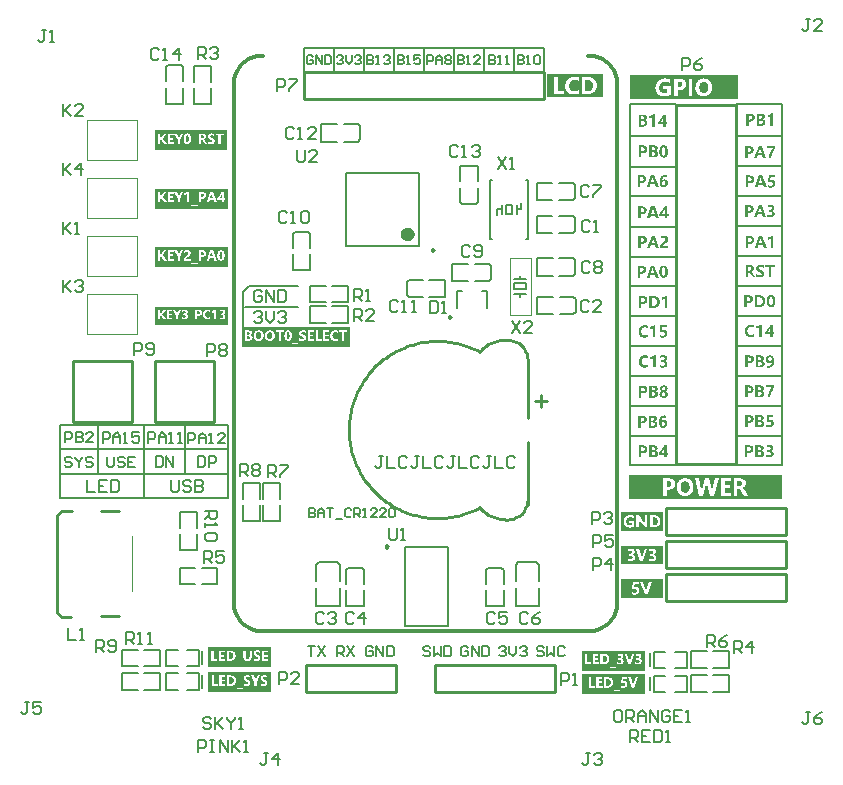
<source format=gto>
G04 Layer_Color=65535*
%FSLAX25Y25*%
%MOIN*%
G70*
G01*
G75*
%ADD28C,0.01000*%
%ADD49C,0.01200*%
%ADD50C,0.00984*%
%ADD51C,0.02362*%
%ADD52C,0.00600*%
%ADD53C,0.00787*%
%ADD54C,0.00800*%
%ADD55C,0.00394*%
%ADD56C,0.00965*%
%ADD57C,0.00700*%
%ADD58R,0.00605X0.04724*%
G36*
X393133Y291514D02*
X357100D01*
Y298190D01*
X393133D01*
Y291514D01*
D02*
G37*
G36*
X494709Y365100D02*
X493868D01*
Y368254D01*
X493863Y368249D01*
X493839Y368230D01*
X493805Y368205D01*
X493757Y368172D01*
X493698Y368138D01*
X493625Y368094D01*
X493543Y368050D01*
X493446Y368011D01*
X493441D01*
X493436Y368006D01*
X493421Y368001D01*
X493402Y367997D01*
X493348Y367977D01*
X493285Y367953D01*
X493207Y367933D01*
X493125Y367909D01*
X493037Y367895D01*
X492950Y367880D01*
Y368594D01*
X492960Y368599D01*
X492984Y368604D01*
X493018Y368619D01*
X493071Y368633D01*
X493130Y368653D01*
X493203Y368682D01*
X493280Y368711D01*
X493368Y368750D01*
X493465Y368789D01*
X493562Y368832D01*
X493766Y368934D01*
X493975Y369056D01*
X494179Y369197D01*
X494709D01*
Y365100D01*
D02*
G37*
G36*
X490831Y369105D02*
X490889Y369100D01*
X490952Y369095D01*
X491020Y369090D01*
X491098Y369080D01*
X491259Y369046D01*
X491429Y369003D01*
X491511Y368973D01*
X491589Y368939D01*
X491667Y368900D01*
X491735Y368857D01*
X491740Y368852D01*
X491749Y368847D01*
X491769Y368832D01*
X491788Y368813D01*
X491818Y368784D01*
X491847Y368755D01*
X491881Y368721D01*
X491915Y368677D01*
X491944Y368633D01*
X491978Y368580D01*
X492007Y368526D01*
X492036Y368463D01*
X492056Y368395D01*
X492075Y368327D01*
X492085Y368249D01*
X492090Y368172D01*
Y368167D01*
Y368157D01*
Y368142D01*
X492085Y368118D01*
Y368089D01*
X492080Y368055D01*
X492061Y367977D01*
X492036Y367890D01*
X491997Y367792D01*
X491939Y367695D01*
X491905Y367647D01*
X491866Y367598D01*
Y367593D01*
X491856Y367588D01*
X491827Y367559D01*
X491779Y367515D01*
X491715Y367467D01*
X491633Y367408D01*
X491540Y367350D01*
X491433Y367302D01*
X491312Y367258D01*
Y367248D01*
X491317D01*
X491331Y367243D01*
X491351D01*
X491380Y367238D01*
X491419Y367229D01*
X491458Y367219D01*
X491555Y367190D01*
X491662Y367151D01*
X491779Y367097D01*
X491890Y367025D01*
X491944Y366986D01*
X491992Y366937D01*
X491997Y366932D01*
X492002Y366927D01*
X492017Y366913D01*
X492031Y366893D01*
X492051Y366864D01*
X492075Y366835D01*
X492099Y366801D01*
X492124Y366762D01*
X492167Y366665D01*
X492211Y366558D01*
X492240Y366432D01*
X492245Y366364D01*
X492250Y366291D01*
Y366286D01*
Y366266D01*
Y366237D01*
X492245Y366198D01*
X492240Y366155D01*
X492231Y366101D01*
X492216Y366043D01*
X492201Y365975D01*
X492182Y365907D01*
X492158Y365839D01*
X492124Y365766D01*
X492085Y365693D01*
X492041Y365620D01*
X491988Y365552D01*
X491929Y365484D01*
X491861Y365421D01*
X491856Y365416D01*
X491842Y365406D01*
X491822Y365392D01*
X491788Y365372D01*
X491749Y365348D01*
X491701Y365319D01*
X491647Y365289D01*
X491584Y365260D01*
X491511Y365231D01*
X491429Y365202D01*
X491341Y365173D01*
X491249Y365149D01*
X491147Y365129D01*
X491035Y365115D01*
X490918Y365105D01*
X490797Y365100D01*
X489300D01*
Y369110D01*
X490787D01*
X490831Y369105D01*
D02*
G37*
G36*
X498867Y304600D02*
X498027D01*
Y307754D01*
X498022Y307749D01*
X497997Y307730D01*
X497963Y307705D01*
X497915Y307671D01*
X497856Y307638D01*
X497784Y307594D01*
X497701Y307550D01*
X497604Y307511D01*
X497599D01*
X497594Y307506D01*
X497579Y307501D01*
X497560Y307497D01*
X497507Y307477D01*
X497443Y307453D01*
X497366Y307433D01*
X497283Y307409D01*
X497195Y307395D01*
X497108Y307380D01*
Y308094D01*
X497118Y308099D01*
X497142Y308104D01*
X497176Y308119D01*
X497229Y308133D01*
X497288Y308153D01*
X497361Y308182D01*
X497438Y308211D01*
X497526Y308250D01*
X497623Y308289D01*
X497720Y308332D01*
X497924Y308435D01*
X498133Y308556D01*
X498338Y308697D01*
X498867D01*
Y304600D01*
D02*
G37*
G36*
X529562Y308905D02*
X529611Y308900D01*
X529669Y308895D01*
X529732Y308890D01*
X529805Y308880D01*
X529883Y308866D01*
X529965Y308851D01*
X530145Y308807D01*
X530242Y308778D01*
X530340Y308744D01*
X530437Y308710D01*
X530539Y308666D01*
X530636Y308618D01*
X530733Y308560D01*
X530835Y308501D01*
X530928Y308433D01*
X531020Y308355D01*
X531108Y308273D01*
X531190Y308180D01*
X531268Y308083D01*
X531341Y307976D01*
X531409Y307860D01*
X531462Y307733D01*
X531511Y307597D01*
X531550Y307452D01*
X531579Y307296D01*
X531598Y307131D01*
X531603Y306951D01*
Y306946D01*
Y306941D01*
Y306927D01*
Y306912D01*
X531598Y306863D01*
X531594Y306795D01*
X531584Y306718D01*
X531574Y306625D01*
X531555Y306528D01*
X531530Y306416D01*
X531496Y306300D01*
X531458Y306178D01*
X531409Y306057D01*
X531351Y305930D01*
X531283Y305804D01*
X531205Y305687D01*
X531112Y305571D01*
X531005Y305459D01*
X531001Y305454D01*
X530976Y305435D01*
X530942Y305405D01*
X530899Y305371D01*
X530840Y305328D01*
X530767Y305284D01*
X530685Y305230D01*
X530587Y305182D01*
X530485Y305128D01*
X530369Y305075D01*
X530242Y305031D01*
X530101Y304988D01*
X529956Y304954D01*
X529800Y304924D01*
X529640Y304905D01*
X529465Y304900D01*
X528085D01*
Y308910D01*
X529523D01*
X529562Y308905D01*
D02*
G37*
G36*
X498369Y366558D02*
X498937D01*
Y365950D01*
X498369D01*
Y365100D01*
X497611D01*
Y365950D01*
X495817D01*
Y366568D01*
X495822Y366573D01*
X495842Y366597D01*
X495871Y366631D01*
X495915Y366675D01*
X495963Y366733D01*
X496021Y366801D01*
X496085Y366879D01*
X496158Y366961D01*
X496235Y367059D01*
X496318Y367161D01*
X496405Y367268D01*
X496493Y367384D01*
X496585Y367501D01*
X496677Y367622D01*
X496862Y367880D01*
X496867Y367890D01*
X496882Y367909D01*
X496911Y367948D01*
X496940Y367997D01*
X496984Y368060D01*
X497027Y368128D01*
X497081Y368205D01*
X497134Y368293D01*
X497193Y368385D01*
X497256Y368487D01*
X497377Y368691D01*
X497494Y368905D01*
X497547Y369007D01*
X497596Y369110D01*
X498369D01*
Y366558D01*
D02*
G37*
G36*
X497798Y358873D02*
X497832Y358868D01*
X497866Y358863D01*
X497910Y358858D01*
X497954Y358843D01*
X498061Y358814D01*
X498177Y358771D01*
X498240Y358741D01*
X498304Y358707D01*
X498367Y358669D01*
X498430Y358620D01*
X498493Y358571D01*
X498561Y358513D01*
X498624Y358450D01*
X498683Y358377D01*
X498741Y358299D01*
X498799Y358212D01*
X498853Y358119D01*
X498906Y358013D01*
X498950Y357901D01*
X498994Y357779D01*
X499028Y357648D01*
X499062Y357507D01*
X499086Y357356D01*
X499105Y357191D01*
X499115Y357016D01*
X499120Y356832D01*
Y356827D01*
Y356822D01*
Y356807D01*
Y356788D01*
Y356734D01*
X499115Y356666D01*
X499110Y356579D01*
X499101Y356482D01*
X499091Y356375D01*
X499071Y356258D01*
X499052Y356136D01*
X499028Y356010D01*
X498998Y355879D01*
X498965Y355748D01*
X498921Y355621D01*
X498867Y355500D01*
X498814Y355383D01*
X498746Y355276D01*
X498741Y355271D01*
X498726Y355252D01*
X498707Y355228D01*
X498678Y355194D01*
X498639Y355150D01*
X498590Y355106D01*
X498532Y355053D01*
X498469Y355004D01*
X498396Y354956D01*
X498318Y354902D01*
X498226Y354858D01*
X498129Y354819D01*
X498027Y354781D01*
X497915Y354756D01*
X497793Y354737D01*
X497662Y354732D01*
X497628D01*
X497604Y354737D01*
X497570Y354742D01*
X497531Y354747D01*
X497487Y354751D01*
X497443Y354761D01*
X497336Y354795D01*
X497215Y354839D01*
X497152Y354868D01*
X497088Y354902D01*
X497020Y354941D01*
X496957Y354985D01*
X496889Y355033D01*
X496821Y355092D01*
X496758Y355150D01*
X496695Y355223D01*
X496636Y355301D01*
X496578Y355383D01*
X496520Y355475D01*
X496471Y355578D01*
X496423Y355689D01*
X496379Y355811D01*
X496340Y355937D01*
X496311Y356078D01*
X496282Y356224D01*
X496262Y356384D01*
X496253Y356559D01*
X496248Y356739D01*
Y356744D01*
Y356749D01*
Y356763D01*
Y356783D01*
Y356812D01*
X496253Y356841D01*
Y356909D01*
X496257Y356997D01*
X496267Y357099D01*
X496282Y357211D01*
X496296Y357327D01*
X496316Y357454D01*
X496340Y357585D01*
X496374Y357716D01*
X496408Y357847D01*
X496452Y357978D01*
X496505Y358105D01*
X496564Y358221D01*
X496632Y358328D01*
X496636Y358333D01*
X496651Y358353D01*
X496671Y358377D01*
X496705Y358416D01*
X496743Y358455D01*
X496792Y358503D01*
X496850Y358552D01*
X496914Y358605D01*
X496986Y358654D01*
X497069Y358703D01*
X497161Y358751D01*
X497263Y358790D01*
X497370Y358829D01*
X497482Y358853D01*
X497609Y358873D01*
X497740Y358877D01*
X497774D01*
X497798Y358873D01*
D02*
G37*
G36*
X490877Y358805D02*
X490916Y358800D01*
X490965Y358795D01*
X491013Y358790D01*
X491125Y358771D01*
X491252Y358741D01*
X491388Y358703D01*
X491529Y358649D01*
X491670Y358586D01*
X491806Y358499D01*
X491869Y358450D01*
X491932Y358396D01*
X491990Y358338D01*
X492044Y358275D01*
X492092Y358207D01*
X492141Y358129D01*
X492180Y358047D01*
X492214Y357959D01*
X492238Y357867D01*
X492263Y357765D01*
X492272Y357658D01*
X492277Y357541D01*
Y357536D01*
Y357512D01*
X492272Y357483D01*
Y357439D01*
X492263Y357385D01*
X492253Y357327D01*
X492238Y357259D01*
X492219Y357186D01*
X492195Y357108D01*
X492165Y357026D01*
X492131Y356943D01*
X492088Y356861D01*
X492034Y356778D01*
X491976Y356700D01*
X491903Y356623D01*
X491825Y356550D01*
X491820Y356545D01*
X491806Y356535D01*
X491781Y356516D01*
X491743Y356491D01*
X491699Y356462D01*
X491645Y356433D01*
X491582Y356399D01*
X491514Y356365D01*
X491436Y356331D01*
X491349Y356302D01*
X491257Y356273D01*
X491159Y356243D01*
X491052Y356224D01*
X490936Y356205D01*
X490819Y356195D01*
X490255D01*
Y354800D01*
X489400D01*
Y358809D01*
X490843D01*
X490877Y358805D01*
D02*
G37*
G36*
X533572Y308973D02*
X533606Y308968D01*
X533640Y308963D01*
X533683Y308958D01*
X533727Y308944D01*
X533834Y308914D01*
X533951Y308871D01*
X534014Y308841D01*
X534077Y308807D01*
X534140Y308769D01*
X534203Y308720D01*
X534267Y308671D01*
X534335Y308613D01*
X534398Y308550D01*
X534456Y308477D01*
X534514Y308399D01*
X534573Y308312D01*
X534626Y308219D01*
X534680Y308113D01*
X534723Y308001D01*
X534767Y307879D01*
X534801Y307748D01*
X534835Y307607D01*
X534860Y307456D01*
X534879Y307291D01*
X534889Y307116D01*
X534894Y306931D01*
Y306927D01*
Y306922D01*
Y306907D01*
Y306888D01*
Y306834D01*
X534889Y306766D01*
X534884Y306679D01*
X534874Y306582D01*
X534864Y306475D01*
X534845Y306358D01*
X534825Y306237D01*
X534801Y306110D01*
X534772Y305979D01*
X534738Y305848D01*
X534694Y305721D01*
X534641Y305600D01*
X534587Y305483D01*
X534519Y305376D01*
X534514Y305371D01*
X534500Y305352D01*
X534480Y305328D01*
X534451Y305294D01*
X534412Y305250D01*
X534364Y305206D01*
X534305Y305153D01*
X534242Y305104D01*
X534169Y305055D01*
X534092Y305002D01*
X533999Y304958D01*
X533902Y304919D01*
X533800Y304881D01*
X533688Y304856D01*
X533567Y304837D01*
X533435Y304832D01*
X533401D01*
X533377Y304837D01*
X533343Y304842D01*
X533304Y304847D01*
X533260Y304851D01*
X533217Y304861D01*
X533110Y304895D01*
X532988Y304939D01*
X532925Y304968D01*
X532862Y305002D01*
X532794Y305041D01*
X532731Y305085D01*
X532663Y305133D01*
X532595Y305192D01*
X532531Y305250D01*
X532468Y305323D01*
X532410Y305401D01*
X532352Y305483D01*
X532293Y305575D01*
X532245Y305678D01*
X532196Y305789D01*
X532152Y305911D01*
X532114Y306037D01*
X532084Y306178D01*
X532055Y306324D01*
X532036Y306484D01*
X532026Y306659D01*
X532021Y306839D01*
Y306844D01*
Y306849D01*
Y306863D01*
Y306883D01*
Y306912D01*
X532026Y306941D01*
Y307009D01*
X532031Y307097D01*
X532041Y307199D01*
X532055Y307311D01*
X532070Y307427D01*
X532089Y307554D01*
X532114Y307685D01*
X532148Y307816D01*
X532182Y307947D01*
X532225Y308078D01*
X532279Y308205D01*
X532337Y308321D01*
X532405Y308428D01*
X532410Y308433D01*
X532425Y308453D01*
X532444Y308477D01*
X532478Y308516D01*
X532517Y308555D01*
X532565Y308603D01*
X532624Y308652D01*
X532687Y308705D01*
X532760Y308754D01*
X532843Y308803D01*
X532935Y308851D01*
X533037Y308890D01*
X533144Y308929D01*
X533256Y308953D01*
X533382Y308973D01*
X533513Y308978D01*
X533547D01*
X533572Y308973D01*
D02*
G37*
G36*
X352614Y298814D02*
X328200D01*
Y305112D01*
X352614D01*
Y298814D01*
D02*
G37*
G36*
X526077Y308905D02*
X526116Y308900D01*
X526165Y308895D01*
X526214Y308890D01*
X526325Y308871D01*
X526452Y308841D01*
X526588Y308803D01*
X526729Y308749D01*
X526870Y308686D01*
X527006Y308598D01*
X527069Y308550D01*
X527132Y308496D01*
X527190Y308438D01*
X527244Y308375D01*
X527292Y308307D01*
X527341Y308229D01*
X527380Y308147D01*
X527414Y308059D01*
X527438Y307967D01*
X527462Y307865D01*
X527472Y307758D01*
X527477Y307641D01*
Y307636D01*
Y307612D01*
X527472Y307583D01*
Y307539D01*
X527462Y307486D01*
X527453Y307427D01*
X527438Y307359D01*
X527419Y307286D01*
X527394Y307208D01*
X527365Y307126D01*
X527331Y307043D01*
X527288Y306961D01*
X527234Y306878D01*
X527176Y306800D01*
X527103Y306722D01*
X527025Y306650D01*
X527020Y306645D01*
X527006Y306635D01*
X526981Y306616D01*
X526942Y306591D01*
X526899Y306562D01*
X526845Y306533D01*
X526782Y306499D01*
X526714Y306465D01*
X526636Y306431D01*
X526549Y306402D01*
X526456Y306373D01*
X526359Y306343D01*
X526252Y306324D01*
X526136Y306305D01*
X526019Y306295D01*
X525455D01*
Y304900D01*
X524600D01*
Y308910D01*
X526043D01*
X526077Y308905D01*
D02*
G37*
G36*
X526233Y258875D02*
X526271Y258871D01*
X526320Y258866D01*
X526369Y258861D01*
X526480Y258841D01*
X526607Y258812D01*
X526743Y258773D01*
X526884Y258720D01*
X527025Y258657D01*
X527161Y258569D01*
X527224Y258521D01*
X527287Y258467D01*
X527346Y258409D01*
X527399Y258346D01*
X527448Y258278D01*
X527496Y258200D01*
X527535Y258117D01*
X527569Y258030D01*
X527593Y257938D01*
X527618Y257836D01*
X527627Y257729D01*
X527632Y257612D01*
Y257607D01*
Y257583D01*
X527627Y257554D01*
Y257510D01*
X527618Y257456D01*
X527608Y257398D01*
X527593Y257330D01*
X527574Y257257D01*
X527550Y257179D01*
X527521Y257097D01*
X527486Y257014D01*
X527443Y256931D01*
X527389Y256849D01*
X527331Y256771D01*
X527258Y256693D01*
X527180Y256621D01*
X527175Y256616D01*
X527161Y256606D01*
X527137Y256587D01*
X527098Y256562D01*
X527054Y256533D01*
X527000Y256504D01*
X526937Y256470D01*
X526869Y256436D01*
X526791Y256402D01*
X526704Y256373D01*
X526612Y256343D01*
X526514Y256314D01*
X526407Y256295D01*
X526291Y256275D01*
X526174Y256266D01*
X525610D01*
Y254871D01*
X524755D01*
Y258880D01*
X526198D01*
X526233Y258875D01*
D02*
G37*
G36*
X497758Y318773D02*
X497792Y318768D01*
X497826Y318763D01*
X497869Y318758D01*
X497913Y318743D01*
X498020Y318714D01*
X498137Y318671D01*
X498200Y318641D01*
X498263Y318607D01*
X498326Y318569D01*
X498389Y318520D01*
X498453Y318471D01*
X498521Y318413D01*
X498584Y318350D01*
X498642Y318277D01*
X498701Y318199D01*
X498759Y318112D01*
X498812Y318019D01*
X498866Y317913D01*
X498910Y317801D01*
X498953Y317679D01*
X498987Y317548D01*
X499021Y317407D01*
X499046Y317256D01*
X499065Y317091D01*
X499075Y316916D01*
X499080Y316732D01*
Y316727D01*
Y316722D01*
Y316707D01*
Y316688D01*
Y316634D01*
X499075Y316566D01*
X499070Y316479D01*
X499060Y316382D01*
X499051Y316275D01*
X499031Y316158D01*
X499012Y316037D01*
X498987Y315910D01*
X498958Y315779D01*
X498924Y315648D01*
X498880Y315521D01*
X498827Y315400D01*
X498773Y315283D01*
X498705Y315176D01*
X498701Y315171D01*
X498686Y315152D01*
X498666Y315128D01*
X498637Y315094D01*
X498598Y315050D01*
X498550Y315006D01*
X498492Y314953D01*
X498428Y314904D01*
X498355Y314856D01*
X498278Y314802D01*
X498185Y314758D01*
X498088Y314719D01*
X497986Y314681D01*
X497874Y314656D01*
X497753Y314637D01*
X497622Y314632D01*
X497588D01*
X497563Y314637D01*
X497529Y314642D01*
X497490Y314647D01*
X497447Y314651D01*
X497403Y314661D01*
X497296Y314695D01*
X497175Y314739D01*
X497111Y314768D01*
X497048Y314802D01*
X496980Y314841D01*
X496917Y314885D01*
X496849Y314933D01*
X496781Y314992D01*
X496718Y315050D01*
X496655Y315123D01*
X496596Y315201D01*
X496538Y315283D01*
X496480Y315375D01*
X496431Y315478D01*
X496382Y315589D01*
X496339Y315711D01*
X496300Y315837D01*
X496271Y315978D01*
X496241Y316124D01*
X496222Y316284D01*
X496212Y316459D01*
X496207Y316639D01*
Y316644D01*
Y316649D01*
Y316663D01*
Y316683D01*
Y316712D01*
X496212Y316741D01*
Y316809D01*
X496217Y316897D01*
X496227Y316999D01*
X496241Y317111D01*
X496256Y317227D01*
X496275Y317354D01*
X496300Y317485D01*
X496334Y317616D01*
X496368Y317747D01*
X496412Y317878D01*
X496465Y318005D01*
X496523Y318121D01*
X496591Y318228D01*
X496596Y318233D01*
X496611Y318253D01*
X496630Y318277D01*
X496664Y318316D01*
X496703Y318355D01*
X496752Y318403D01*
X496810Y318452D01*
X496873Y318505D01*
X496946Y318554D01*
X497029Y318603D01*
X497121Y318651D01*
X497223Y318690D01*
X497330Y318729D01*
X497442Y318753D01*
X497568Y318773D01*
X497699Y318777D01*
X497733D01*
X497758Y318773D01*
D02*
G37*
G36*
X497943Y328673D02*
X497992Y328668D01*
X498050Y328663D01*
X498113Y328653D01*
X498186Y328639D01*
X498337Y328600D01*
X498419Y328575D01*
X498497Y328546D01*
X498575Y328512D01*
X498653Y328469D01*
X498726Y328420D01*
X498794Y328366D01*
X498799Y328362D01*
X498808Y328352D01*
X498828Y328332D01*
X498847Y328308D01*
X498876Y328279D01*
X498905Y328240D01*
X498935Y328196D01*
X498969Y328148D01*
X499003Y328089D01*
X499032Y328026D01*
X499061Y327958D01*
X499090Y327881D01*
X499110Y327798D01*
X499129Y327710D01*
X499139Y327618D01*
X499144Y327521D01*
Y327516D01*
Y327506D01*
Y327492D01*
Y327472D01*
X499139Y327443D01*
Y327414D01*
X499129Y327341D01*
X499119Y327258D01*
X499100Y327166D01*
X499076Y327074D01*
X499042Y326981D01*
Y326976D01*
X499037Y326972D01*
X499032Y326957D01*
X499022Y326942D01*
X498998Y326894D01*
X498969Y326836D01*
X498925Y326763D01*
X498871Y326685D01*
X498813Y326607D01*
X498745Y326525D01*
X498735Y326515D01*
X498711Y326486D01*
X498662Y326442D01*
X498633Y326413D01*
X498599Y326384D01*
X498556Y326345D01*
X498512Y326311D01*
X498463Y326267D01*
X498405Y326223D01*
X498347Y326175D01*
X498279Y326121D01*
X498210Y326068D01*
X498133Y326014D01*
X498128Y326009D01*
X498113Y326000D01*
X498094Y325985D01*
X498069Y325966D01*
X498035Y325941D01*
X497997Y325917D01*
X497914Y325849D01*
X497822Y325781D01*
X497734Y325703D01*
X497651Y325630D01*
X497617Y325601D01*
X497588Y325567D01*
X497583Y325562D01*
X497569Y325543D01*
X497545Y325514D01*
X497520Y325475D01*
X497491Y325431D01*
X497472Y325387D01*
X497452Y325339D01*
X497447Y325295D01*
X499148D01*
Y324600D01*
X496485D01*
Y324897D01*
Y324901D01*
Y324911D01*
Y324926D01*
Y324950D01*
X496490Y324974D01*
Y325008D01*
X496500Y325086D01*
X496514Y325173D01*
X496534Y325266D01*
X496558Y325368D01*
X496597Y325465D01*
Y325470D01*
X496602Y325475D01*
X496611Y325489D01*
X496616Y325509D01*
X496645Y325562D01*
X496679Y325625D01*
X496723Y325698D01*
X496782Y325781D01*
X496840Y325869D01*
X496913Y325951D01*
X496918Y325956D01*
X496922Y325961D01*
X496932Y325975D01*
X496952Y325990D01*
X496971Y326014D01*
X497000Y326039D01*
X497029Y326068D01*
X497068Y326102D01*
X497107Y326136D01*
X497156Y326180D01*
X497209Y326223D01*
X497263Y326267D01*
X497326Y326316D01*
X497394Y326369D01*
X497462Y326423D01*
X497540Y326476D01*
X497545Y326481D01*
X497559Y326490D01*
X497579Y326505D01*
X497603Y326525D01*
X497637Y326549D01*
X497671Y326578D01*
X497754Y326646D01*
X497846Y326729D01*
X497933Y326811D01*
X498016Y326899D01*
X498055Y326942D01*
X498084Y326986D01*
Y326991D01*
X498089Y326996D01*
X498108Y327025D01*
X498133Y327074D01*
X498162Y327132D01*
X498191Y327205D01*
X498215Y327283D01*
X498235Y327370D01*
X498240Y327463D01*
Y327467D01*
Y327487D01*
X498235Y327511D01*
X498230Y327550D01*
X498220Y327589D01*
X498210Y327633D01*
X498191Y327686D01*
X498167Y327735D01*
X498133Y327783D01*
X498094Y327837D01*
X498050Y327881D01*
X497992Y327924D01*
X497924Y327958D01*
X497846Y327983D01*
X497754Y328002D01*
X497651Y328007D01*
X497627D01*
X497603Y328002D01*
X497564D01*
X497515Y327992D01*
X497462Y327983D01*
X497399Y327973D01*
X497331Y327953D01*
X497258Y327934D01*
X497180Y327905D01*
X497097Y327871D01*
X497015Y327832D01*
X496927Y327783D01*
X496840Y327725D01*
X496748Y327662D01*
X496660Y327589D01*
Y328337D01*
X496665Y328342D01*
X496684Y328352D01*
X496714Y328366D01*
X496752Y328391D01*
X496801Y328415D01*
X496859Y328444D01*
X496927Y328478D01*
X497005Y328507D01*
X497088Y328541D01*
X497180Y328571D01*
X497277Y328600D01*
X497379Y328624D01*
X497486Y328648D01*
X497603Y328663D01*
X497720Y328673D01*
X497841Y328678D01*
X497899D01*
X497943Y328673D01*
D02*
G37*
G36*
X490677Y328605D02*
X490716Y328600D01*
X490765Y328595D01*
X490813Y328590D01*
X490925Y328571D01*
X491052Y328541D01*
X491188Y328503D01*
X491329Y328449D01*
X491470Y328386D01*
X491606Y328298D01*
X491669Y328250D01*
X491732Y328196D01*
X491790Y328138D01*
X491844Y328075D01*
X491892Y328007D01*
X491941Y327929D01*
X491980Y327847D01*
X492014Y327759D01*
X492038Y327667D01*
X492063Y327565D01*
X492072Y327458D01*
X492077Y327341D01*
Y327336D01*
Y327312D01*
X492072Y327283D01*
Y327239D01*
X492063Y327186D01*
X492053Y327127D01*
X492038Y327059D01*
X492019Y326986D01*
X491994Y326908D01*
X491965Y326826D01*
X491931Y326743D01*
X491888Y326661D01*
X491834Y326578D01*
X491776Y326500D01*
X491703Y326423D01*
X491625Y326350D01*
X491620Y326345D01*
X491606Y326335D01*
X491581Y326316D01*
X491542Y326291D01*
X491499Y326262D01*
X491445Y326233D01*
X491382Y326199D01*
X491314Y326165D01*
X491236Y326131D01*
X491149Y326102D01*
X491056Y326073D01*
X490959Y326043D01*
X490852Y326024D01*
X490736Y326005D01*
X490619Y325995D01*
X490055D01*
Y324600D01*
X489200D01*
Y328609D01*
X490643D01*
X490677Y328605D01*
D02*
G37*
G36*
X496164Y324600D02*
X495231D01*
X494930Y325518D01*
X493472D01*
X493180Y324600D01*
X492252D01*
X493720Y328609D01*
X494726D01*
X496164Y324600D01*
D02*
G37*
G36*
X490477Y318705D02*
X490516Y318700D01*
X490565Y318695D01*
X490614Y318690D01*
X490725Y318671D01*
X490852Y318641D01*
X490988Y318603D01*
X491129Y318549D01*
X491270Y318486D01*
X491406Y318398D01*
X491469Y318350D01*
X491532Y318296D01*
X491590Y318238D01*
X491644Y318175D01*
X491692Y318107D01*
X491741Y318029D01*
X491780Y317947D01*
X491814Y317859D01*
X491838Y317767D01*
X491862Y317665D01*
X491872Y317558D01*
X491877Y317441D01*
Y317436D01*
Y317412D01*
X491872Y317383D01*
Y317339D01*
X491862Y317285D01*
X491853Y317227D01*
X491838Y317159D01*
X491819Y317086D01*
X491794Y317008D01*
X491765Y316926D01*
X491731Y316843D01*
X491688Y316761D01*
X491634Y316678D01*
X491576Y316600D01*
X491503Y316523D01*
X491425Y316450D01*
X491420Y316445D01*
X491406Y316435D01*
X491381Y316416D01*
X491342Y316391D01*
X491299Y316362D01*
X491245Y316333D01*
X491182Y316299D01*
X491114Y316265D01*
X491036Y316231D01*
X490949Y316202D01*
X490857Y316173D01*
X490759Y316143D01*
X490652Y316124D01*
X490536Y316105D01*
X490419Y316095D01*
X489855D01*
Y314700D01*
X489000D01*
Y318709D01*
X490443D01*
X490477Y318705D01*
D02*
G37*
G36*
X490877Y308605D02*
X490916Y308600D01*
X490965Y308595D01*
X491013Y308590D01*
X491125Y308571D01*
X491252Y308541D01*
X491388Y308503D01*
X491529Y308449D01*
X491670Y308386D01*
X491806Y308298D01*
X491869Y308250D01*
X491932Y308196D01*
X491990Y308138D01*
X492044Y308075D01*
X492092Y308007D01*
X492141Y307929D01*
X492180Y307846D01*
X492214Y307759D01*
X492238Y307667D01*
X492263Y307565D01*
X492272Y307458D01*
X492277Y307341D01*
Y307336D01*
Y307312D01*
X492272Y307283D01*
Y307239D01*
X492263Y307186D01*
X492253Y307127D01*
X492238Y307059D01*
X492219Y306986D01*
X492195Y306908D01*
X492165Y306826D01*
X492131Y306743D01*
X492088Y306661D01*
X492034Y306578D01*
X491976Y306500D01*
X491903Y306422D01*
X491825Y306350D01*
X491820Y306345D01*
X491806Y306335D01*
X491781Y306316D01*
X491743Y306291D01*
X491699Y306262D01*
X491645Y306233D01*
X491582Y306199D01*
X491514Y306165D01*
X491436Y306131D01*
X491349Y306102D01*
X491257Y306073D01*
X491159Y306043D01*
X491052Y306024D01*
X490936Y306005D01*
X490819Y305995D01*
X490255D01*
Y304600D01*
X489400D01*
Y308610D01*
X490843D01*
X490877Y308605D01*
D02*
G37*
G36*
X494362D02*
X494411Y308600D01*
X494469Y308595D01*
X494532Y308590D01*
X494605Y308580D01*
X494683Y308566D01*
X494765Y308551D01*
X494945Y308507D01*
X495043Y308478D01*
X495140Y308444D01*
X495237Y308410D01*
X495339Y308366D01*
X495436Y308318D01*
X495533Y308260D01*
X495635Y308201D01*
X495728Y308133D01*
X495820Y308055D01*
X495907Y307973D01*
X495990Y307880D01*
X496068Y307783D01*
X496141Y307676D01*
X496209Y307560D01*
X496262Y307433D01*
X496311Y307297D01*
X496350Y307152D01*
X496379Y306996D01*
X496398Y306831D01*
X496403Y306651D01*
Y306646D01*
Y306641D01*
Y306627D01*
Y306612D01*
X496398Y306563D01*
X496393Y306495D01*
X496384Y306418D01*
X496374Y306325D01*
X496355Y306228D01*
X496330Y306116D01*
X496296Y306000D01*
X496257Y305878D01*
X496209Y305757D01*
X496150Y305630D01*
X496082Y305504D01*
X496005Y305387D01*
X495912Y305271D01*
X495806Y305159D01*
X495801Y305154D01*
X495776Y305135D01*
X495742Y305105D01*
X495699Y305071D01*
X495640Y305028D01*
X495567Y304984D01*
X495485Y304930D01*
X495388Y304882D01*
X495286Y304828D01*
X495169Y304775D01*
X495043Y304731D01*
X494902Y304688D01*
X494756Y304654D01*
X494600Y304624D01*
X494440Y304605D01*
X494265Y304600D01*
X492885D01*
Y308610D01*
X494323D01*
X494362Y308605D01*
D02*
G37*
G36*
X533032Y258944D02*
X533080Y258939D01*
X533134Y258934D01*
X533197Y258924D01*
X533265Y258914D01*
X533416Y258885D01*
X533566Y258837D01*
X533644Y258807D01*
X533722Y258769D01*
X533795Y258730D01*
X533863Y258681D01*
X533868Y258676D01*
X533877Y258671D01*
X533897Y258652D01*
X533916Y258632D01*
X533945Y258608D01*
X533975Y258574D01*
X534009Y258535D01*
X534043Y258492D01*
X534072Y258443D01*
X534106Y258389D01*
X534135Y258331D01*
X534164Y258263D01*
X534184Y258195D01*
X534203Y258122D01*
X534213Y258040D01*
X534218Y257957D01*
Y257947D01*
Y257923D01*
X534213Y257884D01*
X534203Y257831D01*
X534193Y257767D01*
X534174Y257699D01*
X534150Y257622D01*
X534116Y257539D01*
X534077Y257452D01*
X534023Y257369D01*
X533955Y257286D01*
X533877Y257208D01*
X533790Y257131D01*
X533678Y257068D01*
X533557Y257009D01*
X533416Y256965D01*
Y256951D01*
X533435D01*
X533455Y256946D01*
X533484Y256941D01*
X533523Y256931D01*
X533561Y256922D01*
X533659Y256897D01*
X533766Y256859D01*
X533877Y256805D01*
X533984Y256732D01*
X534038Y256693D01*
X534086Y256645D01*
X534091Y256640D01*
X534096Y256635D01*
X534111Y256621D01*
X534125Y256601D01*
X534145Y256572D01*
X534164Y256543D01*
X534213Y256470D01*
X534261Y256378D01*
X534300Y256271D01*
X534329Y256149D01*
X534334Y256081D01*
X534339Y256013D01*
Y256008D01*
Y255989D01*
X534334Y255960D01*
Y255921D01*
X534325Y255872D01*
X534315Y255814D01*
X534305Y255755D01*
X534286Y255687D01*
X534266Y255614D01*
X534237Y255542D01*
X534203Y255469D01*
X534164Y255396D01*
X534116Y255323D01*
X534057Y255250D01*
X533994Y255182D01*
X533921Y255119D01*
X533916Y255114D01*
X533902Y255104D01*
X533877Y255090D01*
X533843Y255070D01*
X533804Y255046D01*
X533751Y255017D01*
X533693Y254992D01*
X533625Y254963D01*
X533552Y254929D01*
X533464Y254905D01*
X533377Y254876D01*
X533275Y254851D01*
X533168Y254832D01*
X533056Y254817D01*
X532935Y254808D01*
X532808Y254803D01*
X532750D01*
X532706Y254808D01*
X532653D01*
X532589Y254813D01*
X532526Y254817D01*
X532448Y254827D01*
X532293Y254851D01*
X532128Y254885D01*
X531962Y254934D01*
X531885Y254968D01*
X531812Y255002D01*
Y255741D01*
X531817Y255736D01*
X531831Y255726D01*
X531851Y255712D01*
X531885Y255692D01*
X531919Y255673D01*
X531967Y255644D01*
X532021Y255619D01*
X532079Y255590D01*
X532142Y255561D01*
X532215Y255537D01*
X532293Y255507D01*
X532376Y255488D01*
X532463Y255469D01*
X532555Y255454D01*
X532653Y255444D01*
X532750Y255439D01*
X532784D01*
X532803Y255444D01*
X532832D01*
X532866Y255449D01*
X532944Y255459D01*
X533027Y255478D01*
X533119Y255503D01*
X533207Y255542D01*
X533284Y255590D01*
X533294Y255595D01*
X533314Y255619D01*
X533348Y255653D01*
X533387Y255702D01*
X533421Y255760D01*
X533455Y255833D01*
X533474Y255921D01*
X533484Y256018D01*
Y256023D01*
Y256032D01*
Y256047D01*
X533479Y256066D01*
X533469Y256115D01*
X533455Y256178D01*
X533425Y256251D01*
X533382Y256319D01*
X533357Y256358D01*
X533323Y256392D01*
X533289Y256421D01*
X533246Y256450D01*
X533241D01*
X533236Y256455D01*
X533221Y256465D01*
X533202Y256475D01*
X533178Y256484D01*
X533148Y256499D01*
X533114Y256514D01*
X533075Y256528D01*
X533032Y256538D01*
X532983Y256552D01*
X532930Y256567D01*
X532866Y256577D01*
X532735Y256596D01*
X532585Y256601D01*
X532225D01*
Y257247D01*
X532589D01*
X532628Y257252D01*
X532682Y257257D01*
X532745Y257262D01*
X532813Y257277D01*
X532886Y257291D01*
X532959Y257315D01*
X533037Y257345D01*
X533110Y257379D01*
X533178Y257422D01*
X533236Y257476D01*
X533289Y257539D01*
X533328Y257612D01*
X533353Y257695D01*
X533362Y257792D01*
Y257797D01*
Y257816D01*
X533357Y257840D01*
X533353Y257870D01*
X533343Y257908D01*
X533328Y257952D01*
X533309Y258001D01*
X533284Y258049D01*
X533250Y258093D01*
X533212Y258142D01*
X533163Y258185D01*
X533100Y258224D01*
X533032Y258253D01*
X532949Y258283D01*
X532852Y258297D01*
X532745Y258302D01*
X532706D01*
X532677Y258297D01*
X532638Y258292D01*
X532599Y258287D01*
X532551Y258283D01*
X532497Y258268D01*
X532376Y258239D01*
X532244Y258190D01*
X532176Y258161D01*
X532103Y258127D01*
X532035Y258088D01*
X531962Y258040D01*
Y258730D01*
X531967Y258735D01*
X531982Y258739D01*
X532006Y258749D01*
X532035Y258764D01*
X532074Y258778D01*
X532123Y258798D01*
X532176Y258817D01*
X532239Y258841D01*
X532308Y258861D01*
X532380Y258880D01*
X532463Y258900D01*
X532546Y258914D01*
X532638Y258929D01*
X532730Y258939D01*
X532832Y258948D01*
X532988D01*
X533032Y258944D01*
D02*
G37*
G36*
X495964Y314700D02*
X495031D01*
X494730Y315618D01*
X493272D01*
X492980Y314700D01*
X492052D01*
X493520Y318709D01*
X494526D01*
X495964Y314700D01*
D02*
G37*
G36*
X529771Y258875D02*
X529829Y258871D01*
X529892Y258866D01*
X529960Y258861D01*
X530038Y258851D01*
X530198Y258817D01*
X530368Y258773D01*
X530451Y258744D01*
X530529Y258710D01*
X530607Y258671D01*
X530675Y258628D01*
X530680Y258623D01*
X530689Y258618D01*
X530709Y258603D01*
X530728Y258584D01*
X530757Y258555D01*
X530786Y258526D01*
X530820Y258492D01*
X530854Y258448D01*
X530884Y258404D01*
X530918Y258351D01*
X530947Y258297D01*
X530976Y258234D01*
X530995Y258166D01*
X531015Y258098D01*
X531025Y258020D01*
X531029Y257942D01*
Y257938D01*
Y257928D01*
Y257913D01*
X531025Y257889D01*
Y257860D01*
X531020Y257826D01*
X531000Y257748D01*
X530976Y257661D01*
X530937Y257563D01*
X530879Y257466D01*
X530845Y257417D01*
X530806Y257369D01*
Y257364D01*
X530796Y257359D01*
X530767Y257330D01*
X530718Y257286D01*
X530655Y257238D01*
X530573Y257179D01*
X530480Y257121D01*
X530373Y257072D01*
X530252Y257029D01*
Y257019D01*
X530257D01*
X530271Y257014D01*
X530291D01*
X530320Y257009D01*
X530359Y256999D01*
X530398Y256990D01*
X530495Y256961D01*
X530602Y256922D01*
X530718Y256868D01*
X530830Y256795D01*
X530884Y256757D01*
X530932Y256708D01*
X530937Y256703D01*
X530942Y256698D01*
X530957Y256684D01*
X530971Y256664D01*
X530991Y256635D01*
X531015Y256606D01*
X531039Y256572D01*
X531063Y256533D01*
X531107Y256436D01*
X531151Y256329D01*
X531180Y256203D01*
X531185Y256135D01*
X531190Y256062D01*
Y256057D01*
Y256037D01*
Y256008D01*
X531185Y255969D01*
X531180Y255925D01*
X531170Y255872D01*
X531156Y255814D01*
X531141Y255746D01*
X531122Y255678D01*
X531097Y255610D01*
X531063Y255537D01*
X531025Y255464D01*
X530981Y255391D01*
X530927Y255323D01*
X530869Y255255D01*
X530801Y255192D01*
X530796Y255187D01*
X530782Y255177D01*
X530762Y255163D01*
X530728Y255143D01*
X530689Y255119D01*
X530641Y255090D01*
X530587Y255060D01*
X530524Y255031D01*
X530451Y255002D01*
X530368Y254973D01*
X530281Y254944D01*
X530189Y254920D01*
X530087Y254900D01*
X529975Y254885D01*
X529858Y254876D01*
X529737Y254871D01*
X528240D01*
Y258880D01*
X529727D01*
X529771Y258875D01*
D02*
G37*
G36*
X494416Y358805D02*
X494474Y358800D01*
X494537Y358795D01*
X494605Y358790D01*
X494683Y358780D01*
X494843Y358746D01*
X495013Y358703D01*
X495096Y358673D01*
X495174Y358639D01*
X495251Y358600D01*
X495320Y358557D01*
X495324Y358552D01*
X495334Y358547D01*
X495354Y358533D01*
X495373Y358513D01*
X495402Y358484D01*
X495431Y358455D01*
X495465Y358421D01*
X495499Y358377D01*
X495529Y358333D01*
X495563Y358280D01*
X495592Y358226D01*
X495621Y358163D01*
X495640Y358095D01*
X495660Y358027D01*
X495669Y357949D01*
X495674Y357872D01*
Y357867D01*
Y357857D01*
Y357842D01*
X495669Y357818D01*
Y357789D01*
X495665Y357755D01*
X495645Y357677D01*
X495621Y357590D01*
X495582Y357492D01*
X495524Y357395D01*
X495490Y357347D01*
X495451Y357298D01*
Y357293D01*
X495441Y357288D01*
X495412Y357259D01*
X495363Y357215D01*
X495300Y357167D01*
X495217Y357108D01*
X495125Y357050D01*
X495018Y357002D01*
X494897Y356958D01*
Y356948D01*
X494902D01*
X494916Y356943D01*
X494936D01*
X494965Y356938D01*
X495004Y356929D01*
X495043Y356919D01*
X495140Y356890D01*
X495247Y356851D01*
X495363Y356798D01*
X495475Y356725D01*
X495529Y356686D01*
X495577Y356637D01*
X495582Y356632D01*
X495587Y356627D01*
X495601Y356613D01*
X495616Y356593D01*
X495635Y356564D01*
X495660Y356535D01*
X495684Y356501D01*
X495708Y356462D01*
X495752Y356365D01*
X495796Y356258D01*
X495825Y356132D01*
X495830Y356064D01*
X495835Y355991D01*
Y355986D01*
Y355966D01*
Y355937D01*
X495830Y355898D01*
X495825Y355855D01*
X495815Y355801D01*
X495801Y355743D01*
X495786Y355675D01*
X495767Y355607D01*
X495742Y355539D01*
X495708Y355466D01*
X495669Y355393D01*
X495626Y355320D01*
X495572Y355252D01*
X495514Y355184D01*
X495446Y355121D01*
X495441Y355116D01*
X495426Y355106D01*
X495407Y355092D01*
X495373Y355072D01*
X495334Y355048D01*
X495286Y355019D01*
X495232Y354990D01*
X495169Y354960D01*
X495096Y354931D01*
X495013Y354902D01*
X494926Y354873D01*
X494834Y354849D01*
X494731Y354829D01*
X494620Y354815D01*
X494503Y354805D01*
X494382Y354800D01*
X492885D01*
Y358809D01*
X494372D01*
X494416Y358805D01*
D02*
G37*
G36*
X526277Y358605D02*
X526316Y358600D01*
X526365Y358595D01*
X526413Y358590D01*
X526525Y358571D01*
X526652Y358541D01*
X526788Y358503D01*
X526929Y358449D01*
X527070Y358386D01*
X527206Y358298D01*
X527269Y358250D01*
X527332Y358196D01*
X527390Y358138D01*
X527444Y358075D01*
X527492Y358007D01*
X527541Y357929D01*
X527580Y357846D01*
X527614Y357759D01*
X527638Y357667D01*
X527663Y357565D01*
X527672Y357458D01*
X527677Y357341D01*
Y357336D01*
Y357312D01*
X527672Y357283D01*
Y357239D01*
X527663Y357186D01*
X527653Y357127D01*
X527638Y357059D01*
X527619Y356986D01*
X527595Y356908D01*
X527565Y356826D01*
X527531Y356743D01*
X527488Y356661D01*
X527434Y356578D01*
X527376Y356500D01*
X527303Y356422D01*
X527225Y356350D01*
X527220Y356345D01*
X527206Y356335D01*
X527181Y356316D01*
X527142Y356291D01*
X527099Y356262D01*
X527045Y356233D01*
X526982Y356199D01*
X526914Y356165D01*
X526836Y356131D01*
X526749Y356102D01*
X526656Y356073D01*
X526559Y356043D01*
X526452Y356024D01*
X526336Y356005D01*
X526219Y355995D01*
X525655D01*
Y354600D01*
X524800D01*
Y358610D01*
X526243D01*
X526277Y358605D01*
D02*
G37*
G36*
X526257Y278801D02*
X526296Y278797D01*
X526344Y278792D01*
X526393Y278787D01*
X526505Y278767D01*
X526631Y278738D01*
X526767Y278699D01*
X526908Y278646D01*
X527049Y278583D01*
X527185Y278495D01*
X527248Y278447D01*
X527312Y278393D01*
X527370Y278335D01*
X527423Y278272D01*
X527472Y278204D01*
X527521Y278126D01*
X527560Y278043D01*
X527594Y277956D01*
X527618Y277864D01*
X527642Y277762D01*
X527652Y277655D01*
X527657Y277538D01*
Y277533D01*
Y277509D01*
X527652Y277480D01*
Y277436D01*
X527642Y277382D01*
X527632Y277324D01*
X527618Y277256D01*
X527598Y277183D01*
X527574Y277105D01*
X527545Y277023D01*
X527511Y276940D01*
X527467Y276857D01*
X527414Y276775D01*
X527355Y276697D01*
X527282Y276619D01*
X527205Y276547D01*
X527200Y276542D01*
X527185Y276532D01*
X527161Y276512D01*
X527122Y276488D01*
X527078Y276459D01*
X527025Y276430D01*
X526962Y276396D01*
X526894Y276362D01*
X526816Y276328D01*
X526728Y276299D01*
X526636Y276269D01*
X526539Y276240D01*
X526432Y276221D01*
X526315Y276201D01*
X526199Y276192D01*
X525635D01*
Y274797D01*
X524780D01*
Y278806D01*
X526223D01*
X526257Y278801D01*
D02*
G37*
G36*
X531764Y354600D02*
X530831D01*
X530530Y355519D01*
X529072D01*
X528780Y354600D01*
X527852D01*
X529320Y358610D01*
X530326D01*
X531764Y354600D01*
D02*
G37*
G36*
X352344Y318248D02*
X328200D01*
Y324923D01*
X352344D01*
Y318248D01*
D02*
G37*
G36*
X534851Y358099D02*
X534846Y358089D01*
X534831Y358060D01*
X534802Y358017D01*
X534773Y357953D01*
X534729Y357880D01*
X534685Y357793D01*
X534632Y357701D01*
X534578Y357594D01*
X534520Y357487D01*
X534457Y357370D01*
X534340Y357137D01*
X534224Y356904D01*
X534170Y356792D01*
X534122Y356690D01*
X534117Y356685D01*
X534112Y356665D01*
X534097Y356636D01*
X534083Y356597D01*
X534063Y356554D01*
X534039Y356495D01*
X534015Y356432D01*
X533985Y356364D01*
X533951Y356286D01*
X533922Y356204D01*
X533859Y356029D01*
X533791Y355844D01*
X533733Y355655D01*
Y355650D01*
X533728Y355630D01*
X533718Y355606D01*
X533708Y355567D01*
X533694Y355519D01*
X533679Y355465D01*
X533665Y355402D01*
X533650Y355334D01*
X533631Y355256D01*
X533611Y355173D01*
X533592Y355086D01*
X533572Y354998D01*
X533538Y354804D01*
X533504Y354600D01*
X532605D01*
Y354610D01*
X532610Y354634D01*
X532620Y354678D01*
X532629Y354736D01*
X532644Y354804D01*
X532663Y354892D01*
X532688Y354984D01*
X532712Y355091D01*
X532741Y355207D01*
X532775Y355329D01*
X532814Y355460D01*
X532853Y355596D01*
X532897Y355742D01*
X532950Y355888D01*
X533062Y356184D01*
X533067Y356194D01*
X533077Y356223D01*
X533096Y356267D01*
X533125Y356325D01*
X533154Y356398D01*
X533198Y356490D01*
X533247Y356593D01*
X533300Y356704D01*
X533358Y356831D01*
X533427Y356962D01*
X533504Y357108D01*
X533582Y357258D01*
X533670Y357414D01*
X533762Y357579D01*
X533859Y357749D01*
X533966Y357919D01*
X532056D01*
Y358610D01*
X534851D01*
Y358099D01*
D02*
G37*
G36*
X529795Y278801D02*
X529853Y278797D01*
X529917Y278792D01*
X529985Y278787D01*
X530062Y278777D01*
X530223Y278743D01*
X530393Y278699D01*
X530476Y278670D01*
X530553Y278636D01*
X530631Y278597D01*
X530699Y278554D01*
X530704Y278549D01*
X530714Y278544D01*
X530733Y278529D01*
X530753Y278510D01*
X530782Y278481D01*
X530811Y278452D01*
X530845Y278417D01*
X530879Y278374D01*
X530908Y278330D01*
X530942Y278277D01*
X530971Y278223D01*
X531000Y278160D01*
X531020Y278092D01*
X531039Y278024D01*
X531049Y277946D01*
X531054Y277868D01*
Y277864D01*
Y277854D01*
Y277839D01*
X531049Y277815D01*
Y277786D01*
X531044Y277752D01*
X531025Y277674D01*
X531000Y277587D01*
X530962Y277489D01*
X530903Y277392D01*
X530869Y277344D01*
X530830Y277295D01*
Y277290D01*
X530821Y277285D01*
X530791Y277256D01*
X530743Y277212D01*
X530680Y277164D01*
X530597Y277105D01*
X530505Y277047D01*
X530398Y276998D01*
X530276Y276955D01*
Y276945D01*
X530281D01*
X530296Y276940D01*
X530315D01*
X530344Y276935D01*
X530383Y276925D01*
X530422Y276916D01*
X530519Y276887D01*
X530626Y276848D01*
X530743Y276794D01*
X530855Y276721D01*
X530908Y276682D01*
X530957Y276634D01*
X530962Y276629D01*
X530966Y276624D01*
X530981Y276610D01*
X530996Y276590D01*
X531015Y276561D01*
X531039Y276532D01*
X531064Y276498D01*
X531088Y276459D01*
X531132Y276362D01*
X531175Y276255D01*
X531205Y276129D01*
X531209Y276060D01*
X531214Y275988D01*
Y275983D01*
Y275963D01*
Y275934D01*
X531209Y275895D01*
X531205Y275851D01*
X531195Y275798D01*
X531180Y275740D01*
X531166Y275672D01*
X531146Y275604D01*
X531122Y275536D01*
X531088Y275463D01*
X531049Y275390D01*
X531005Y275317D01*
X530952Y275249D01*
X530893Y275181D01*
X530825Y275118D01*
X530821Y275113D01*
X530806Y275103D01*
X530787Y275089D01*
X530753Y275069D01*
X530714Y275045D01*
X530665Y275015D01*
X530612Y274986D01*
X530548Y274957D01*
X530476Y274928D01*
X530393Y274899D01*
X530305Y274870D01*
X530213Y274845D01*
X530111Y274826D01*
X529999Y274811D01*
X529882Y274802D01*
X529761Y274797D01*
X528264D01*
Y278806D01*
X529751D01*
X529795Y278801D01*
D02*
G37*
G36*
X526477Y348805D02*
X526516Y348800D01*
X526565Y348795D01*
X526614Y348790D01*
X526725Y348771D01*
X526852Y348742D01*
X526988Y348703D01*
X527129Y348649D01*
X527270Y348586D01*
X527406Y348499D01*
X527469Y348450D01*
X527532Y348396D01*
X527590Y348338D01*
X527644Y348275D01*
X527692Y348207D01*
X527741Y348129D01*
X527780Y348046D01*
X527814Y347959D01*
X527838Y347867D01*
X527863Y347765D01*
X527872Y347658D01*
X527877Y347541D01*
Y347536D01*
Y347512D01*
X527872Y347483D01*
Y347439D01*
X527863Y347386D01*
X527853Y347327D01*
X527838Y347259D01*
X527819Y347186D01*
X527795Y347109D01*
X527765Y347026D01*
X527731Y346943D01*
X527688Y346861D01*
X527634Y346778D01*
X527576Y346700D01*
X527503Y346622D01*
X527425Y346550D01*
X527420Y346545D01*
X527406Y346535D01*
X527381Y346516D01*
X527343Y346491D01*
X527299Y346462D01*
X527245Y346433D01*
X527182Y346399D01*
X527114Y346365D01*
X527036Y346331D01*
X526949Y346302D01*
X526857Y346273D01*
X526759Y346243D01*
X526652Y346224D01*
X526536Y346204D01*
X526419Y346195D01*
X525855D01*
Y344800D01*
X525000D01*
Y348810D01*
X526443D01*
X526477Y348805D01*
D02*
G37*
G36*
X531964Y344800D02*
X531031D01*
X530730Y345719D01*
X529272D01*
X528980Y344800D01*
X528052D01*
X529520Y348810D01*
X530526D01*
X531964Y344800D01*
D02*
G37*
G36*
X534788Y348119D02*
X533340D01*
X533286Y347274D01*
X533296D01*
X533320Y347279D01*
X533364D01*
X533418Y347284D01*
X533476Y347288D01*
X533544D01*
X533680Y347293D01*
X533738D01*
X533777Y347288D01*
X533826Y347284D01*
X533884Y347279D01*
X533947Y347269D01*
X534015Y347254D01*
X534166Y347215D01*
X534244Y347191D01*
X534321Y347157D01*
X534394Y347123D01*
X534472Y347079D01*
X534540Y347031D01*
X534608Y346972D01*
X534613Y346968D01*
X534623Y346958D01*
X534637Y346938D01*
X534662Y346914D01*
X534686Y346880D01*
X534715Y346841D01*
X534749Y346797D01*
X534778Y346744D01*
X534812Y346686D01*
X534841Y346618D01*
X534871Y346550D01*
X534895Y346472D01*
X534919Y346389D01*
X534934Y346297D01*
X534944Y346204D01*
X534948Y346102D01*
Y346098D01*
Y346078D01*
X534944Y346044D01*
Y346000D01*
X534934Y345952D01*
X534929Y345889D01*
X534914Y345826D01*
X534895Y345753D01*
X534875Y345675D01*
X534846Y345592D01*
X534812Y345510D01*
X534773Y345427D01*
X534725Y345344D01*
X534671Y345262D01*
X534608Y345184D01*
X534535Y345111D01*
X534530Y345106D01*
X534516Y345096D01*
X534492Y345077D01*
X534462Y345053D01*
X534419Y345024D01*
X534370Y344989D01*
X534312Y344955D01*
X534244Y344921D01*
X534166Y344887D01*
X534083Y344853D01*
X533991Y344819D01*
X533894Y344790D01*
X533782Y344766D01*
X533670Y344746D01*
X533549Y344737D01*
X533418Y344732D01*
X533364D01*
X533320Y344737D01*
X533272D01*
X533218Y344742D01*
X533155Y344746D01*
X533082Y344751D01*
X532932Y344776D01*
X532771Y344805D01*
X532611Y344844D01*
X532455Y344902D01*
Y345621D01*
X532460Y345617D01*
X532475Y345612D01*
X532499Y345597D01*
X532528Y345583D01*
X532567Y345563D01*
X532611Y345544D01*
X532664Y345519D01*
X532723Y345495D01*
X532786Y345471D01*
X532854Y345446D01*
X533004Y345408D01*
X533165Y345378D01*
X533252Y345374D01*
X533340Y345369D01*
X533374D01*
X533398Y345374D01*
X533427D01*
X533461Y345378D01*
X533544Y345393D01*
X533631Y345412D01*
X533724Y345442D01*
X533811Y345485D01*
X533894Y345544D01*
X533904Y345553D01*
X533928Y345578D01*
X533957Y345617D01*
X533996Y345670D01*
X534035Y345738D01*
X534064Y345816D01*
X534088Y345908D01*
X534098Y346015D01*
Y346020D01*
Y346044D01*
X534093Y346073D01*
X534083Y346112D01*
X534074Y346161D01*
X534054Y346214D01*
X534025Y346273D01*
X533991Y346331D01*
X533947Y346389D01*
X533889Y346443D01*
X533821Y346496D01*
X533738Y346545D01*
X533641Y346584D01*
X533524Y346613D01*
X533393Y346637D01*
X533320Y346642D01*
X533121D01*
X533077Y346637D01*
X533034D01*
X532927Y346632D01*
X532800Y346622D01*
X532664Y346608D01*
X532514Y346593D01*
X532664Y348810D01*
X534788D01*
Y348119D01*
D02*
G37*
G36*
X534470Y278296D02*
X534466Y278286D01*
X534451Y278257D01*
X534422Y278213D01*
X534393Y278150D01*
X534349Y278077D01*
X534305Y277990D01*
X534252Y277898D01*
X534198Y277791D01*
X534140Y277684D01*
X534077Y277567D01*
X533960Y277334D01*
X533843Y277100D01*
X533790Y276989D01*
X533741Y276887D01*
X533737Y276882D01*
X533732Y276862D01*
X533717Y276833D01*
X533703Y276794D01*
X533683Y276751D01*
X533659Y276692D01*
X533635Y276629D01*
X533605Y276561D01*
X533571Y276483D01*
X533542Y276401D01*
X533479Y276226D01*
X533411Y276041D01*
X533353Y275851D01*
Y275847D01*
X533348Y275827D01*
X533338Y275803D01*
X533328Y275764D01*
X533314Y275715D01*
X533299Y275662D01*
X533285Y275599D01*
X533270Y275531D01*
X533251Y275453D01*
X533231Y275370D01*
X533212Y275283D01*
X533192Y275195D01*
X533158Y275001D01*
X533124Y274797D01*
X532225D01*
Y274807D01*
X532230Y274831D01*
X532240Y274875D01*
X532249Y274933D01*
X532264Y275001D01*
X532283Y275089D01*
X532308Y275181D01*
X532332Y275288D01*
X532361Y275404D01*
X532395Y275526D01*
X532434Y275657D01*
X532473Y275793D01*
X532517Y275939D01*
X532570Y276085D01*
X532682Y276381D01*
X532687Y276391D01*
X532696Y276420D01*
X532716Y276464D01*
X532745Y276522D01*
X532774Y276595D01*
X532818Y276687D01*
X532867Y276789D01*
X532920Y276901D01*
X532978Y277028D01*
X533046Y277159D01*
X533124Y277305D01*
X533202Y277455D01*
X533289Y277611D01*
X533382Y277776D01*
X533479Y277946D01*
X533586Y278116D01*
X531676D01*
Y278806D01*
X534470D01*
Y278296D01*
D02*
G37*
G36*
X352456Y337681D02*
X328200D01*
Y344373D01*
X352456D01*
Y337681D01*
D02*
G37*
G36*
X495964Y344900D02*
X495031D01*
X494730Y345818D01*
X493272D01*
X492980Y344900D01*
X492052D01*
X493520Y348909D01*
X494526D01*
X495964Y344900D01*
D02*
G37*
G36*
X530171Y369375D02*
X530229Y369371D01*
X530292Y369366D01*
X530360Y369361D01*
X530438Y369351D01*
X530598Y369317D01*
X530768Y369273D01*
X530851Y369244D01*
X530929Y369210D01*
X531007Y369171D01*
X531075Y369128D01*
X531079Y369123D01*
X531089Y369118D01*
X531109Y369103D01*
X531128Y369084D01*
X531157Y369055D01*
X531186Y369026D01*
X531220Y368992D01*
X531254Y368948D01*
X531284Y368904D01*
X531318Y368851D01*
X531347Y368797D01*
X531376Y368734D01*
X531395Y368666D01*
X531415Y368598D01*
X531425Y368520D01*
X531429Y368442D01*
Y368438D01*
Y368428D01*
Y368413D01*
X531425Y368389D01*
Y368360D01*
X531420Y368326D01*
X531400Y368248D01*
X531376Y368161D01*
X531337Y368063D01*
X531279Y367966D01*
X531245Y367917D01*
X531206Y367869D01*
Y367864D01*
X531196Y367859D01*
X531167Y367830D01*
X531118Y367786D01*
X531055Y367738D01*
X530972Y367679D01*
X530880Y367621D01*
X530773Y367572D01*
X530652Y367529D01*
Y367519D01*
X530657D01*
X530671Y367514D01*
X530691D01*
X530720Y367509D01*
X530759Y367499D01*
X530798Y367490D01*
X530895Y367461D01*
X531002Y367422D01*
X531118Y367368D01*
X531230Y367295D01*
X531284Y367257D01*
X531332Y367208D01*
X531337Y367203D01*
X531342Y367198D01*
X531356Y367184D01*
X531371Y367164D01*
X531390Y367135D01*
X531415Y367106D01*
X531439Y367072D01*
X531463Y367033D01*
X531507Y366936D01*
X531551Y366829D01*
X531580Y366703D01*
X531585Y366634D01*
X531590Y366562D01*
Y366557D01*
Y366537D01*
Y366508D01*
X531585Y366469D01*
X531580Y366425D01*
X531570Y366372D01*
X531556Y366314D01*
X531541Y366246D01*
X531522Y366178D01*
X531497Y366110D01*
X531463Y366037D01*
X531425Y365964D01*
X531381Y365891D01*
X531327Y365823D01*
X531269Y365755D01*
X531201Y365692D01*
X531196Y365687D01*
X531181Y365677D01*
X531162Y365663D01*
X531128Y365643D01*
X531089Y365619D01*
X531041Y365590D01*
X530987Y365560D01*
X530924Y365531D01*
X530851Y365502D01*
X530768Y365473D01*
X530681Y365444D01*
X530589Y365420D01*
X530486Y365400D01*
X530375Y365385D01*
X530258Y365376D01*
X530137Y365371D01*
X528640D01*
Y369380D01*
X530127D01*
X530171Y369375D01*
D02*
G37*
G36*
X490477Y348905D02*
X490516Y348900D01*
X490565Y348895D01*
X490614Y348890D01*
X490725Y348871D01*
X490852Y348842D01*
X490988Y348803D01*
X491129Y348749D01*
X491270Y348686D01*
X491406Y348599D01*
X491469Y348550D01*
X491532Y348496D01*
X491590Y348438D01*
X491644Y348375D01*
X491692Y348307D01*
X491741Y348229D01*
X491780Y348147D01*
X491814Y348059D01*
X491838Y347967D01*
X491862Y347865D01*
X491872Y347758D01*
X491877Y347641D01*
Y347636D01*
Y347612D01*
X491872Y347583D01*
Y347539D01*
X491862Y347485D01*
X491853Y347427D01*
X491838Y347359D01*
X491819Y347286D01*
X491794Y347208D01*
X491765Y347126D01*
X491731Y347043D01*
X491688Y346961D01*
X491634Y346878D01*
X491576Y346800D01*
X491503Y346723D01*
X491425Y346650D01*
X491420Y346645D01*
X491406Y346635D01*
X491381Y346616D01*
X491342Y346591D01*
X491299Y346562D01*
X491245Y346533D01*
X491182Y346499D01*
X491114Y346465D01*
X491036Y346431D01*
X490949Y346402D01*
X490857Y346373D01*
X490759Y346343D01*
X490652Y346324D01*
X490536Y346304D01*
X490419Y346295D01*
X489855D01*
Y344900D01*
X489000D01*
Y348909D01*
X490443D01*
X490477Y348905D01*
D02*
G37*
G36*
X366890Y184814D02*
X345900D01*
Y191490D01*
X366890D01*
Y184814D01*
D02*
G37*
G36*
X534049Y365371D02*
X533208D01*
Y368525D01*
X533203Y368520D01*
X533179Y368501D01*
X533145Y368476D01*
X533096Y368442D01*
X533038Y368408D01*
X532965Y368365D01*
X532882Y368321D01*
X532785Y368282D01*
X532781D01*
X532776Y368277D01*
X532761Y368272D01*
X532742Y368267D01*
X532688Y368248D01*
X532625Y368224D01*
X532547Y368204D01*
X532465Y368180D01*
X532377Y368165D01*
X532290Y368151D01*
Y368865D01*
X532299Y368870D01*
X532324Y368875D01*
X532358Y368889D01*
X532411Y368904D01*
X532469Y368923D01*
X532542Y368953D01*
X532620Y368982D01*
X532708Y369021D01*
X532805Y369060D01*
X532902Y369103D01*
X533106Y369205D01*
X533315Y369327D01*
X533519Y369468D01*
X534049D01*
Y365371D01*
D02*
G37*
G36*
X526633Y369375D02*
X526671Y369371D01*
X526720Y369366D01*
X526769Y369361D01*
X526880Y369341D01*
X527007Y369312D01*
X527143Y369273D01*
X527284Y369220D01*
X527425Y369157D01*
X527561Y369069D01*
X527624Y369021D01*
X527687Y368967D01*
X527745Y368909D01*
X527799Y368846D01*
X527848Y368778D01*
X527896Y368700D01*
X527935Y368617D01*
X527969Y368530D01*
X527993Y368438D01*
X528018Y368336D01*
X528027Y368229D01*
X528032Y368112D01*
Y368107D01*
Y368083D01*
X528027Y368054D01*
Y368010D01*
X528018Y367956D01*
X528008Y367898D01*
X527993Y367830D01*
X527974Y367757D01*
X527950Y367679D01*
X527920Y367597D01*
X527886Y367514D01*
X527843Y367431D01*
X527789Y367349D01*
X527731Y367271D01*
X527658Y367193D01*
X527580Y367121D01*
X527575Y367116D01*
X527561Y367106D01*
X527536Y367087D01*
X527498Y367062D01*
X527454Y367033D01*
X527400Y367004D01*
X527337Y366970D01*
X527269Y366936D01*
X527191Y366902D01*
X527104Y366873D01*
X527012Y366843D01*
X526914Y366814D01*
X526807Y366795D01*
X526691Y366775D01*
X526574Y366766D01*
X526011D01*
Y365371D01*
X525155D01*
Y369380D01*
X526599D01*
X526633Y369375D01*
D02*
G37*
G36*
X490877Y278753D02*
X490916Y278749D01*
X490965Y278744D01*
X491013Y278739D01*
X491125Y278719D01*
X491252Y278690D01*
X491388Y278651D01*
X491529Y278598D01*
X491670Y278535D01*
X491806Y278447D01*
X491869Y278399D01*
X491932Y278345D01*
X491990Y278287D01*
X492044Y278224D01*
X492092Y278156D01*
X492141Y278078D01*
X492180Y277995D01*
X492214Y277908D01*
X492238Y277816D01*
X492263Y277713D01*
X492272Y277607D01*
X492277Y277490D01*
Y277485D01*
Y277461D01*
X492272Y277432D01*
Y277388D01*
X492263Y277334D01*
X492253Y277276D01*
X492238Y277208D01*
X492219Y277135D01*
X492195Y277057D01*
X492165Y276975D01*
X492131Y276892D01*
X492088Y276810D01*
X492034Y276727D01*
X491976Y276649D01*
X491903Y276571D01*
X491825Y276498D01*
X491820Y276494D01*
X491806Y276484D01*
X491781Y276464D01*
X491743Y276440D01*
X491699Y276411D01*
X491645Y276382D01*
X491582Y276348D01*
X491514Y276314D01*
X491436Y276280D01*
X491349Y276251D01*
X491257Y276221D01*
X491159Y276192D01*
X491052Y276173D01*
X490936Y276153D01*
X490819Y276144D01*
X490255D01*
Y274749D01*
X489400D01*
Y278758D01*
X490843D01*
X490877Y278753D01*
D02*
G37*
G36*
X494416D02*
X494474Y278749D01*
X494537Y278744D01*
X494605Y278739D01*
X494683Y278729D01*
X494843Y278695D01*
X495013Y278651D01*
X495096Y278622D01*
X495174Y278588D01*
X495251Y278549D01*
X495320Y278506D01*
X495324Y278501D01*
X495334Y278496D01*
X495354Y278481D01*
X495373Y278462D01*
X495402Y278433D01*
X495431Y278403D01*
X495465Y278369D01*
X495499Y278326D01*
X495529Y278282D01*
X495563Y278229D01*
X495592Y278175D01*
X495621Y278112D01*
X495640Y278044D01*
X495660Y277976D01*
X495669Y277898D01*
X495674Y277820D01*
Y277816D01*
Y277806D01*
Y277791D01*
X495669Y277767D01*
Y277738D01*
X495665Y277704D01*
X495645Y277626D01*
X495621Y277538D01*
X495582Y277441D01*
X495524Y277344D01*
X495490Y277295D01*
X495451Y277247D01*
Y277242D01*
X495441Y277237D01*
X495412Y277208D01*
X495363Y277164D01*
X495300Y277116D01*
X495217Y277057D01*
X495125Y276999D01*
X495018Y276950D01*
X494897Y276907D01*
Y276897D01*
X494902D01*
X494916Y276892D01*
X494936D01*
X494965Y276887D01*
X495004Y276877D01*
X495043Y276868D01*
X495140Y276839D01*
X495247Y276800D01*
X495363Y276746D01*
X495475Y276673D01*
X495529Y276635D01*
X495577Y276586D01*
X495582Y276581D01*
X495587Y276576D01*
X495601Y276562D01*
X495616Y276542D01*
X495635Y276513D01*
X495660Y276484D01*
X495684Y276450D01*
X495708Y276411D01*
X495752Y276314D01*
X495796Y276207D01*
X495825Y276080D01*
X495830Y276012D01*
X495835Y275939D01*
Y275935D01*
Y275915D01*
Y275886D01*
X495830Y275847D01*
X495825Y275803D01*
X495815Y275750D01*
X495801Y275692D01*
X495786Y275624D01*
X495767Y275556D01*
X495742Y275487D01*
X495708Y275415D01*
X495669Y275342D01*
X495626Y275269D01*
X495572Y275201D01*
X495514Y275133D01*
X495446Y275070D01*
X495441Y275065D01*
X495426Y275055D01*
X495407Y275040D01*
X495373Y275021D01*
X495334Y274997D01*
X495286Y274968D01*
X495232Y274938D01*
X495169Y274909D01*
X495096Y274880D01*
X495013Y274851D01*
X494926Y274822D01*
X494834Y274797D01*
X494731Y274778D01*
X494620Y274763D01*
X494503Y274754D01*
X494382Y274749D01*
X492885D01*
Y278758D01*
X494372D01*
X494416Y278753D01*
D02*
G37*
G36*
X497798Y278821D02*
X497832D01*
X497924Y278812D01*
X498027Y278792D01*
X498138Y278768D01*
X498255Y278734D01*
X498367Y278690D01*
X498372D01*
X498381Y278685D01*
X498396Y278676D01*
X498415Y278666D01*
X498469Y278632D01*
X498537Y278593D01*
X498610Y278535D01*
X498688Y278472D01*
X498760Y278394D01*
X498828Y278306D01*
Y278302D01*
X498833Y278297D01*
X498843Y278282D01*
X498853Y278263D01*
X498882Y278214D01*
X498911Y278146D01*
X498940Y278068D01*
X498969Y277976D01*
X498989Y277874D01*
X498994Y277767D01*
Y277762D01*
Y277752D01*
Y277738D01*
X498989Y277718D01*
X498984Y277665D01*
X498969Y277597D01*
X498950Y277519D01*
X498916Y277432D01*
X498872Y277339D01*
X498809Y277247D01*
Y277242D01*
X498799Y277237D01*
X498775Y277208D01*
X498736Y277164D01*
X498683Y277111D01*
X498610Y277048D01*
X498527Y276984D01*
X498430Y276926D01*
X498323Y276868D01*
X498328D01*
X498338Y276863D01*
X498357Y276853D01*
X498386Y276844D01*
X498415Y276829D01*
X498454Y276814D01*
X498537Y276771D01*
X498629Y276712D01*
X498726Y276644D01*
X498823Y276562D01*
X498906Y276464D01*
X498911Y276460D01*
X498916Y276455D01*
X498926Y276435D01*
X498940Y276416D01*
X498955Y276392D01*
X498974Y276362D01*
X499013Y276285D01*
X499047Y276192D01*
X499081Y276085D01*
X499105Y275964D01*
X499115Y275901D01*
Y275833D01*
Y275828D01*
Y275808D01*
X499110Y275784D01*
Y275750D01*
X499105Y275706D01*
X499096Y275653D01*
X499081Y275599D01*
X499066Y275536D01*
X499042Y275473D01*
X499018Y275405D01*
X498984Y275337D01*
X498945Y275269D01*
X498901Y275196D01*
X498848Y275128D01*
X498785Y275065D01*
X498717Y275002D01*
X498712Y274997D01*
X498697Y274987D01*
X498678Y274972D01*
X498644Y274953D01*
X498605Y274929D01*
X498561Y274900D01*
X498503Y274875D01*
X498440Y274846D01*
X498372Y274812D01*
X498294Y274788D01*
X498211Y274759D01*
X498119Y274734D01*
X498022Y274715D01*
X497915Y274700D01*
X497808Y274691D01*
X497691Y274686D01*
X497628D01*
X497584Y274691D01*
X497531Y274695D01*
X497472Y274700D01*
X497400Y274710D01*
X497327Y274725D01*
X497161Y274763D01*
X497079Y274788D01*
X496991Y274817D01*
X496904Y274856D01*
X496821Y274900D01*
X496739Y274948D01*
X496661Y275002D01*
X496656Y275006D01*
X496646Y275016D01*
X496627Y275036D01*
X496598Y275060D01*
X496568Y275094D01*
X496534Y275128D01*
X496500Y275177D01*
X496466Y275225D01*
X496428Y275283D01*
X496393Y275347D01*
X496359Y275415D01*
X496330Y275487D01*
X496306Y275565D01*
X496287Y275648D01*
X496272Y275735D01*
X496267Y275828D01*
Y275833D01*
Y275842D01*
Y275862D01*
X496272Y275886D01*
Y275915D01*
X496277Y275954D01*
X496291Y276037D01*
X496316Y276134D01*
X496350Y276236D01*
X496398Y276343D01*
X496466Y276445D01*
X496471Y276450D01*
X496476Y276455D01*
X496486Y276469D01*
X496505Y276489D01*
X496549Y276537D01*
X496617Y276596D01*
X496700Y276664D01*
X496802Y276732D01*
X496918Y276795D01*
X497054Y276848D01*
X497050D01*
X497040Y276853D01*
X497025Y276863D01*
X497006Y276877D01*
X496948Y276907D01*
X496879Y276955D01*
X496807Y277009D01*
X496729Y277072D01*
X496651Y277150D01*
X496583Y277232D01*
Y277237D01*
X496578Y277242D01*
X496568Y277257D01*
X496559Y277276D01*
X496530Y277325D01*
X496500Y277388D01*
X496471Y277466D01*
X496442Y277553D01*
X496423Y277650D01*
X496418Y277757D01*
Y277762D01*
Y277772D01*
Y277786D01*
X496423Y277811D01*
Y277835D01*
X496428Y277864D01*
X496437Y277937D01*
X496457Y278025D01*
X496486Y278112D01*
X496525Y278209D01*
X496578Y278302D01*
Y278306D01*
X496588Y278311D01*
X496607Y278340D01*
X496646Y278389D01*
X496700Y278442D01*
X496763Y278506D01*
X496841Y278569D01*
X496933Y278632D01*
X497040Y278685D01*
X497045D01*
X497054Y278690D01*
X497069Y278700D01*
X497093Y278710D01*
X497118Y278719D01*
X497152Y278729D01*
X497191Y278744D01*
X497234Y278758D01*
X497331Y278783D01*
X497443Y278807D01*
X497570Y278821D01*
X497701Y278826D01*
X497764D01*
X497798Y278821D01*
D02*
G37*
G36*
X498200Y348973D02*
X498249D01*
X498297Y348968D01*
X498351Y348963D01*
X498462Y348948D01*
X498584Y348929D01*
X498696Y348905D01*
X498803Y348866D01*
Y348161D01*
X498798D01*
X498788Y348171D01*
X498773Y348176D01*
X498749Y348190D01*
X498720Y348200D01*
X498686Y348215D01*
X498652Y348229D01*
X498608Y348249D01*
X498506Y348278D01*
X498394Y348307D01*
X498268Y348326D01*
X498137Y348331D01*
X498093D01*
X498059Y348326D01*
X498020Y348321D01*
X497976Y348312D01*
X497928Y348302D01*
X497869Y348287D01*
X497816Y348268D01*
X497753Y348244D01*
X497694Y348215D01*
X497631Y348176D01*
X497568Y348137D01*
X497510Y348088D01*
X497451Y348030D01*
X497398Y347967D01*
X497393Y347962D01*
X497388Y347952D01*
X497374Y347928D01*
X497354Y347903D01*
X497335Y347865D01*
X497311Y347821D01*
X497286Y347772D01*
X497262Y347714D01*
X497233Y347651D01*
X497208Y347578D01*
X497184Y347505D01*
X497165Y347417D01*
X497145Y347330D01*
X497131Y347233D01*
X497126Y347136D01*
X497121Y347029D01*
X497136D01*
X497141Y347034D01*
X497150Y347048D01*
X497165Y347068D01*
X497189Y347097D01*
X497218Y347131D01*
X497257Y347170D01*
X497301Y347208D01*
X497350Y347247D01*
X497408Y347286D01*
X497471Y347330D01*
X497539Y347364D01*
X497617Y347398D01*
X497699Y347427D01*
X497787Y347447D01*
X497884Y347461D01*
X497986Y347466D01*
X498035D01*
X498069Y347461D01*
X498112Y347456D01*
X498161Y347447D01*
X498215Y347437D01*
X498278Y347422D01*
X498341Y347403D01*
X498404Y347383D01*
X498472Y347354D01*
X498540Y347320D01*
X498603Y347281D01*
X498666Y347233D01*
X498730Y347184D01*
X498788Y347121D01*
X498793Y347116D01*
X498803Y347106D01*
X498817Y347087D01*
X498837Y347058D01*
X498856Y347024D01*
X498880Y346985D01*
X498910Y346936D01*
X498939Y346878D01*
X498963Y346820D01*
X498992Y346752D01*
X499017Y346674D01*
X499041Y346596D01*
X499055Y346509D01*
X499070Y346421D01*
X499080Y346324D01*
X499085Y346222D01*
Y346217D01*
Y346198D01*
Y346164D01*
X499080Y346120D01*
X499075Y346071D01*
X499065Y346013D01*
X499051Y345945D01*
X499036Y345872D01*
X499017Y345794D01*
X498992Y345712D01*
X498958Y345629D01*
X498919Y345546D01*
X498876Y345464D01*
X498822Y345381D01*
X498764Y345303D01*
X498696Y345226D01*
X498691Y345221D01*
X498676Y345211D01*
X498657Y345192D01*
X498628Y345162D01*
X498589Y345133D01*
X498545Y345099D01*
X498492Y345065D01*
X498428Y345031D01*
X498360Y344992D01*
X498287Y344958D01*
X498205Y344924D01*
X498117Y344895D01*
X498025Y344871D01*
X497928Y344851D01*
X497826Y344837D01*
X497714Y344832D01*
X497685D01*
X497646Y344837D01*
X497602Y344842D01*
X497544Y344847D01*
X497476Y344856D01*
X497403Y344876D01*
X497325Y344895D01*
X497238Y344919D01*
X497150Y344953D01*
X497063Y344992D01*
X496975Y345041D01*
X496888Y345099D01*
X496805Y345162D01*
X496727Y345240D01*
X496655Y345328D01*
X496650Y345333D01*
X496640Y345352D01*
X496621Y345381D01*
X496596Y345420D01*
X496572Y345469D01*
X496538Y345532D01*
X496509Y345600D01*
X496475Y345683D01*
X496441Y345775D01*
X496407Y345877D01*
X496373Y345989D01*
X496348Y346110D01*
X496324Y346241D01*
X496305Y346382D01*
X496295Y346533D01*
X496290Y346689D01*
Y346693D01*
Y346698D01*
Y346713D01*
Y346732D01*
Y346757D01*
X496295Y346786D01*
X496300Y346859D01*
X496305Y346946D01*
X496314Y347043D01*
X496329Y347155D01*
X496348Y347276D01*
X496373Y347403D01*
X496407Y347539D01*
X496446Y347675D01*
X496489Y347816D01*
X496548Y347952D01*
X496611Y348088D01*
X496684Y348219D01*
X496766Y348341D01*
X496771Y348351D01*
X496791Y348370D01*
X496815Y348399D01*
X496854Y348443D01*
X496902Y348487D01*
X496961Y348540D01*
X497029Y348599D01*
X497111Y348662D01*
X497199Y348720D01*
X497301Y348778D01*
X497408Y348832D01*
X497524Y348880D01*
X497651Y348919D01*
X497787Y348948D01*
X497933Y348973D01*
X498088Y348977D01*
X498166D01*
X498200Y348973D01*
D02*
G37*
G36*
X351982Y357114D02*
X328200D01*
Y363790D01*
X351982D01*
Y357114D01*
D02*
G37*
G36*
X533436Y338973D02*
X533485Y338968D01*
X533538Y338963D01*
X533602Y338953D01*
X533670Y338944D01*
X533820Y338914D01*
X533971Y338866D01*
X534049Y338837D01*
X534126Y338798D01*
X534199Y338759D01*
X534267Y338710D01*
X534272Y338705D01*
X534282Y338701D01*
X534301Y338681D01*
X534321Y338662D01*
X534350Y338637D01*
X534379Y338603D01*
X534413Y338564D01*
X534447Y338521D01*
X534476Y338472D01*
X534510Y338419D01*
X534539Y338360D01*
X534569Y338292D01*
X534588Y338224D01*
X534608Y338151D01*
X534617Y338069D01*
X534622Y337986D01*
Y337976D01*
Y337952D01*
X534617Y337913D01*
X534608Y337860D01*
X534598Y337797D01*
X534578Y337729D01*
X534554Y337651D01*
X534520Y337568D01*
X534481Y337481D01*
X534428Y337398D01*
X534360Y337315D01*
X534282Y337238D01*
X534194Y337160D01*
X534083Y337097D01*
X533961Y337038D01*
X533820Y336995D01*
Y336980D01*
X533840D01*
X533859Y336975D01*
X533888Y336970D01*
X533927Y336961D01*
X533966Y336951D01*
X534063Y336927D01*
X534170Y336888D01*
X534282Y336834D01*
X534389Y336761D01*
X534442Y336722D01*
X534491Y336674D01*
X534496Y336669D01*
X534501Y336664D01*
X534515Y336650D01*
X534530Y336630D01*
X534549Y336601D01*
X534569Y336572D01*
X534617Y336499D01*
X534666Y336407D01*
X534705Y336300D01*
X534734Y336178D01*
X534739Y336110D01*
X534744Y336042D01*
Y336037D01*
Y336018D01*
X534739Y335989D01*
Y335950D01*
X534729Y335901D01*
X534719Y335843D01*
X534710Y335785D01*
X534690Y335717D01*
X534671Y335644D01*
X534642Y335571D01*
X534608Y335498D01*
X534569Y335425D01*
X534520Y335352D01*
X534462Y335279D01*
X534399Y335211D01*
X534326Y335148D01*
X534321Y335143D01*
X534306Y335133D01*
X534282Y335119D01*
X534248Y335099D01*
X534209Y335075D01*
X534156Y335046D01*
X534097Y335021D01*
X534029Y334992D01*
X533956Y334958D01*
X533869Y334934D01*
X533781Y334905D01*
X533679Y334881D01*
X533572Y334861D01*
X533461Y334846D01*
X533339Y334837D01*
X533213Y334832D01*
X533154D01*
X533111Y334837D01*
X533057D01*
X532994Y334842D01*
X532931Y334846D01*
X532853Y334856D01*
X532697Y334881D01*
X532532Y334915D01*
X532367Y334963D01*
X532289Y334997D01*
X532216Y335031D01*
Y335770D01*
X532221Y335765D01*
X532236Y335755D01*
X532255Y335741D01*
X532289Y335721D01*
X532323Y335702D01*
X532372Y335673D01*
X532425Y335648D01*
X532484Y335619D01*
X532547Y335590D01*
X532620Y335566D01*
X532697Y335537D01*
X532780Y335517D01*
X532868Y335498D01*
X532960Y335483D01*
X533057Y335473D01*
X533154Y335469D01*
X533188D01*
X533208Y335473D01*
X533237D01*
X533271Y335478D01*
X533349Y335488D01*
X533431Y335507D01*
X533524Y335532D01*
X533611Y335571D01*
X533689Y335619D01*
X533699Y335624D01*
X533718Y335648D01*
X533752Y335683D01*
X533791Y335731D01*
X533825Y335789D01*
X533859Y335862D01*
X533879Y335950D01*
X533888Y336047D01*
Y336052D01*
Y336062D01*
Y336076D01*
X533883Y336096D01*
X533874Y336144D01*
X533859Y336207D01*
X533830Y336280D01*
X533786Y336348D01*
X533762Y336387D01*
X533728Y336421D01*
X533694Y336450D01*
X533650Y336479D01*
X533645D01*
X533640Y336484D01*
X533626Y336494D01*
X533606Y336504D01*
X533582Y336513D01*
X533553Y336528D01*
X533519Y336543D01*
X533480Y336557D01*
X533436Y336567D01*
X533388Y336582D01*
X533334Y336596D01*
X533271Y336606D01*
X533140Y336625D01*
X532989Y336630D01*
X532629D01*
Y337277D01*
X532994D01*
X533033Y337281D01*
X533086Y337286D01*
X533149Y337291D01*
X533217Y337306D01*
X533290Y337320D01*
X533363Y337345D01*
X533441Y337374D01*
X533514Y337408D01*
X533582Y337452D01*
X533640Y337505D01*
X533694Y337568D01*
X533733Y337641D01*
X533757Y337724D01*
X533767Y337821D01*
Y337826D01*
Y337845D01*
X533762Y337870D01*
X533757Y337899D01*
X533747Y337937D01*
X533733Y337981D01*
X533713Y338030D01*
X533689Y338078D01*
X533655Y338122D01*
X533616Y338171D01*
X533567Y338214D01*
X533504Y338253D01*
X533436Y338283D01*
X533354Y338312D01*
X533256Y338326D01*
X533149Y338331D01*
X533111D01*
X533081Y338326D01*
X533043Y338321D01*
X533004Y338317D01*
X532955Y338312D01*
X532902Y338297D01*
X532780Y338268D01*
X532649Y338219D01*
X532581Y338190D01*
X532508Y338156D01*
X532440Y338117D01*
X532367Y338069D01*
Y338759D01*
X532372Y338764D01*
X532386Y338769D01*
X532411Y338778D01*
X532440Y338793D01*
X532479Y338807D01*
X532527Y338827D01*
X532581Y338846D01*
X532644Y338871D01*
X532712Y338890D01*
X532785Y338910D01*
X532868Y338929D01*
X532950Y338944D01*
X533043Y338958D01*
X533135Y338968D01*
X533237Y338978D01*
X533392D01*
X533436Y338973D01*
D02*
G37*
G36*
X497600Y219232D02*
X483295D01*
Y225377D01*
X497600D01*
Y219232D01*
D02*
G37*
G36*
X537200Y241000D02*
X486000D01*
Y248920D01*
X537200D01*
Y241000D01*
D02*
G37*
G36*
X533214Y288870D02*
X533258Y288865D01*
X533312Y288860D01*
X533375Y288850D01*
X533443Y288831D01*
X533521Y288811D01*
X533598Y288787D01*
X533686Y288753D01*
X533769Y288714D01*
X533851Y288665D01*
X533939Y288607D01*
X534016Y288544D01*
X534094Y288466D01*
X534167Y288379D01*
X534172Y288374D01*
X534182Y288354D01*
X534201Y288325D01*
X534225Y288286D01*
X534255Y288238D01*
X534284Y288175D01*
X534318Y288102D01*
X534356Y288019D01*
X534391Y287927D01*
X534425Y287825D01*
X534454Y287713D01*
X534483Y287586D01*
X534507Y287455D01*
X534527Y287310D01*
X534536Y287159D01*
X534541Y286998D01*
Y286994D01*
Y286989D01*
Y286974D01*
Y286955D01*
Y286926D01*
X534536Y286896D01*
Y286824D01*
X534527Y286736D01*
X534517Y286634D01*
X534502Y286522D01*
X534488Y286396D01*
X534464Y286265D01*
X534434Y286133D01*
X534395Y285992D01*
X534352Y285856D01*
X534303Y285715D01*
X534240Y285584D01*
X534172Y285458D01*
X534094Y285336D01*
X534089Y285331D01*
X534075Y285312D01*
X534046Y285278D01*
X534012Y285244D01*
X533963Y285195D01*
X533909Y285142D01*
X533841Y285088D01*
X533764Y285035D01*
X533681Y284977D01*
X533584Y284923D01*
X533477Y284870D01*
X533360Y284826D01*
X533239Y284787D01*
X533103Y284753D01*
X532962Y284734D01*
X532806Y284729D01*
X532762D01*
X532728Y284734D01*
X532685D01*
X532636Y284738D01*
X532583Y284743D01*
X532524Y284748D01*
X532398Y284768D01*
X532257Y284792D01*
X532116Y284831D01*
X531975Y284879D01*
Y285574D01*
X531980D01*
X531990Y285565D01*
X532009Y285555D01*
X532033Y285540D01*
X532063Y285526D01*
X532101Y285506D01*
X532140Y285492D01*
X532189Y285472D01*
X532242Y285453D01*
X532301Y285434D01*
X532432Y285400D01*
X532573Y285375D01*
X532651Y285370D01*
X532733Y285366D01*
X532758D01*
X532777Y285370D01*
X532826Y285375D01*
X532884Y285385D01*
X532962Y285404D01*
X533044Y285434D01*
X533132Y285472D01*
X533224Y285526D01*
X533312Y285589D01*
X533404Y285677D01*
X533448Y285725D01*
X533487Y285779D01*
X533526Y285837D01*
X533560Y285900D01*
X533594Y285968D01*
X533628Y286041D01*
X533652Y286124D01*
X533676Y286211D01*
X533696Y286308D01*
X533710Y286405D01*
X533720Y286512D01*
X533725Y286629D01*
X533710Y286634D01*
X533705Y286629D01*
X533696Y286614D01*
X533681Y286595D01*
X533662Y286571D01*
X533632Y286542D01*
X533598Y286508D01*
X533555Y286469D01*
X533506Y286435D01*
X533453Y286396D01*
X533394Y286357D01*
X533326Y286323D01*
X533253Y286294D01*
X533171Y286269D01*
X533088Y286250D01*
X532996Y286235D01*
X532894Y286230D01*
X532869D01*
X532845Y286235D01*
X532811D01*
X532767Y286240D01*
X532719Y286250D01*
X532665Y286260D01*
X532602Y286274D01*
X532539Y286294D01*
X532471Y286318D01*
X532403Y286342D01*
X532335Y286376D01*
X532267Y286420D01*
X532199Y286464D01*
X532131Y286517D01*
X532067Y286580D01*
X532063Y286585D01*
X532053Y286595D01*
X532038Y286614D01*
X532019Y286644D01*
X531995Y286678D01*
X531965Y286721D01*
X531936Y286770D01*
X531907Y286824D01*
X531878Y286882D01*
X531849Y286950D01*
X531820Y287023D01*
X531795Y287101D01*
X531776Y287183D01*
X531761Y287276D01*
X531752Y287368D01*
X531747Y287465D01*
Y287470D01*
Y287494D01*
X531752Y287523D01*
Y287567D01*
X531756Y287620D01*
X531766Y287684D01*
X531781Y287752D01*
X531795Y287829D01*
X531815Y287907D01*
X531844Y287990D01*
X531873Y288072D01*
X531912Y288160D01*
X531956Y288243D01*
X532009Y288325D01*
X532067Y288408D01*
X532135Y288481D01*
X532140Y288486D01*
X532155Y288500D01*
X532174Y288520D01*
X532208Y288544D01*
X532247Y288573D01*
X532291Y288607D01*
X532344Y288641D01*
X532408Y288680D01*
X532476Y288714D01*
X532553Y288748D01*
X532636Y288782D01*
X532728Y288811D01*
X532826Y288840D01*
X532928Y288860D01*
X533035Y288870D01*
X533151Y288874D01*
X533180D01*
X533214Y288870D01*
D02*
G37*
G36*
X531964Y324600D02*
X531031D01*
X530730Y325518D01*
X529272D01*
X528980Y324600D01*
X528052D01*
X529520Y328609D01*
X530526D01*
X531964Y324600D01*
D02*
G37*
G36*
X494191Y268727D02*
X494249Y268723D01*
X494313Y268718D01*
X494381Y268713D01*
X494458Y268703D01*
X494619Y268669D01*
X494789Y268625D01*
X494872Y268596D01*
X494949Y268562D01*
X495027Y268523D01*
X495095Y268480D01*
X495100Y268475D01*
X495110Y268470D01*
X495129Y268455D01*
X495149Y268436D01*
X495178Y268407D01*
X495207Y268378D01*
X495241Y268343D01*
X495275Y268300D01*
X495304Y268256D01*
X495338Y268203D01*
X495367Y268149D01*
X495396Y268086D01*
X495416Y268018D01*
X495435Y267950D01*
X495445Y267872D01*
X495450Y267794D01*
Y267790D01*
Y267780D01*
Y267765D01*
X495445Y267741D01*
Y267712D01*
X495440Y267678D01*
X495421Y267600D01*
X495396Y267512D01*
X495358Y267415D01*
X495299Y267318D01*
X495265Y267269D01*
X495226Y267221D01*
Y267216D01*
X495217Y267211D01*
X495187Y267182D01*
X495139Y267138D01*
X495076Y267090D01*
X494993Y267031D01*
X494901Y266973D01*
X494794Y266924D01*
X494672Y266881D01*
Y266871D01*
X494677D01*
X494692Y266866D01*
X494711D01*
X494740Y266861D01*
X494779Y266851D01*
X494818Y266842D01*
X494915Y266813D01*
X495022Y266774D01*
X495139Y266720D01*
X495251Y266647D01*
X495304Y266609D01*
X495353Y266560D01*
X495358Y266555D01*
X495362Y266550D01*
X495377Y266536D01*
X495392Y266516D01*
X495411Y266487D01*
X495435Y266458D01*
X495460Y266424D01*
X495484Y266385D01*
X495528Y266288D01*
X495571Y266181D01*
X495601Y266055D01*
X495605Y265986D01*
X495610Y265914D01*
Y265909D01*
Y265889D01*
Y265860D01*
X495605Y265821D01*
X495601Y265777D01*
X495591Y265724D01*
X495576Y265666D01*
X495562Y265598D01*
X495542Y265530D01*
X495518Y265462D01*
X495484Y265389D01*
X495445Y265316D01*
X495401Y265243D01*
X495348Y265175D01*
X495290Y265107D01*
X495221Y265044D01*
X495217Y265039D01*
X495202Y265029D01*
X495183Y265014D01*
X495149Y264995D01*
X495110Y264971D01*
X495061Y264942D01*
X495008Y264912D01*
X494944Y264883D01*
X494872Y264854D01*
X494789Y264825D01*
X494701Y264796D01*
X494609Y264771D01*
X494507Y264752D01*
X494395Y264737D01*
X494279Y264728D01*
X494157Y264723D01*
X492660D01*
Y268732D01*
X494147D01*
X494191Y268727D01*
D02*
G37*
G36*
X530205Y318973D02*
X530263Y318968D01*
X530327Y318963D01*
X530400Y318958D01*
X530555Y318939D01*
X530720Y318914D01*
X530886Y318876D01*
X531041Y318822D01*
Y318020D01*
X531036Y318025D01*
X531021Y318030D01*
X531002Y318044D01*
X530968Y318064D01*
X530929Y318083D01*
X530886Y318108D01*
X530832Y318132D01*
X530774Y318156D01*
X530706Y318180D01*
X530633Y318205D01*
X530555Y318229D01*
X530472Y318249D01*
X530293Y318283D01*
X530200Y318287D01*
X530098Y318292D01*
X530045D01*
X529986Y318287D01*
X529918Y318278D01*
X529836Y318263D01*
X529753Y318244D01*
X529670Y318215D01*
X529593Y318176D01*
X529583Y318171D01*
X529564Y318156D01*
X529534Y318132D01*
X529500Y318098D01*
X529461Y318054D01*
X529432Y318001D01*
X529413Y317937D01*
X529403Y317869D01*
Y317865D01*
Y317845D01*
X529408Y317811D01*
X529418Y317777D01*
X529437Y317733D01*
X529457Y317685D01*
X529491Y317631D01*
X529534Y317583D01*
X529539Y317578D01*
X529564Y317558D01*
X529578Y317544D01*
X529602Y317529D01*
X529632Y317510D01*
X529666Y317490D01*
X529705Y317466D01*
X529748Y317437D01*
X529802Y317408D01*
X529860Y317379D01*
X529923Y317345D01*
X530001Y317306D01*
X530079Y317267D01*
X530171Y317228D01*
X530176Y317223D01*
X530195Y317218D01*
X530229Y317204D01*
X530268Y317184D01*
X530317Y317160D01*
X530375Y317131D01*
X530434Y317102D01*
X530502Y317068D01*
X530638Y316985D01*
X530774Y316893D01*
X530837Y316844D01*
X530900Y316795D01*
X530954Y316742D01*
X530997Y316688D01*
X531002Y316684D01*
X531007Y316674D01*
X531017Y316659D01*
X531031Y316640D01*
X531051Y316611D01*
X531070Y316577D01*
X531090Y316543D01*
X531109Y316499D01*
X531148Y316402D01*
X531187Y316285D01*
X531211Y316154D01*
X531221Y316086D01*
Y316013D01*
Y316008D01*
Y315989D01*
X531216Y315960D01*
Y315916D01*
X531206Y315872D01*
X531201Y315814D01*
X531187Y315751D01*
X531167Y315687D01*
X531148Y315614D01*
X531119Y315546D01*
X531085Y315469D01*
X531046Y315396D01*
X530997Y315328D01*
X530944Y315260D01*
X530881Y315192D01*
X530808Y315133D01*
X530803Y315128D01*
X530788Y315119D01*
X530764Y315104D01*
X530730Y315085D01*
X530691Y315065D01*
X530638Y315036D01*
X530579Y315012D01*
X530511Y314983D01*
X530434Y314953D01*
X530346Y314929D01*
X530249Y314900D01*
X530147Y314881D01*
X530035Y314861D01*
X529914Y314846D01*
X529782Y314837D01*
X529646Y314832D01*
X529578D01*
X529534Y314837D01*
X529476D01*
X529408Y314842D01*
X529330Y314851D01*
X529248Y314861D01*
X529160Y314871D01*
X529068Y314885D01*
X528883Y314924D01*
X528694Y314978D01*
X528606Y315012D01*
X528519Y315051D01*
Y315906D01*
X528523Y315901D01*
X528543Y315891D01*
X528567Y315867D01*
X528606Y315843D01*
X528650Y315814D01*
X528703Y315780D01*
X528766Y315746D01*
X528839Y315707D01*
X528917Y315668D01*
X529000Y315634D01*
X529092Y315600D01*
X529189Y315571D01*
X529286Y315546D01*
X529393Y315527D01*
X529505Y315512D01*
X529617Y315508D01*
X529675D01*
X529705Y315512D01*
X529739D01*
X529816Y315522D01*
X529899Y315537D01*
X529986Y315556D01*
X530069Y315585D01*
X530142Y315624D01*
X530152Y315629D01*
X530171Y315648D01*
X530200Y315673D01*
X530234Y315707D01*
X530263Y315755D01*
X530293Y315809D01*
X530312Y315867D01*
X530322Y315935D01*
Y315945D01*
Y315964D01*
X530317Y315993D01*
X530302Y316037D01*
X530288Y316081D01*
X530263Y316134D01*
X530229Y316188D01*
X530181Y316241D01*
X530176Y316246D01*
X530166Y316256D01*
X530152Y316270D01*
X530132Y316285D01*
X530103Y316300D01*
X530074Y316324D01*
X530035Y316343D01*
X529991Y316373D01*
X529938Y316402D01*
X529879Y316436D01*
X529811Y316470D01*
X529734Y316509D01*
X529646Y316547D01*
X529549Y316591D01*
X529442Y316635D01*
X529437D01*
X529432Y316640D01*
X529403Y316654D01*
X529355Y316679D01*
X529296Y316708D01*
X529223Y316752D01*
X529146Y316805D01*
X529063Y316863D01*
X528975Y316932D01*
X528888Y317009D01*
X528800Y317097D01*
X528723Y317189D01*
X528650Y317296D01*
X528591Y317408D01*
X528543Y317529D01*
X528514Y317660D01*
X528509Y317728D01*
X528504Y317797D01*
Y317801D01*
Y317821D01*
X528509Y317850D01*
Y317889D01*
X528519Y317937D01*
X528528Y317991D01*
X528538Y318049D01*
X528557Y318117D01*
X528582Y318185D01*
X528606Y318253D01*
X528640Y318326D01*
X528684Y318399D01*
X528732Y318472D01*
X528786Y318540D01*
X528854Y318603D01*
X528927Y318667D01*
X528932Y318671D01*
X528946Y318681D01*
X528971Y318696D01*
X529005Y318715D01*
X529048Y318739D01*
X529097Y318764D01*
X529160Y318793D01*
X529228Y318822D01*
X529306Y318851D01*
X529389Y318880D01*
X529481Y318905D01*
X529583Y318929D01*
X529690Y318948D01*
X529807Y318963D01*
X529928Y318973D01*
X530054Y318977D01*
X530152D01*
X530205Y318973D01*
D02*
G37*
G36*
X497500Y208032D02*
X483295D01*
Y214177D01*
X497500D01*
Y208032D01*
D02*
G37*
G36*
X526477Y328605D02*
X526516Y328600D01*
X526565Y328595D01*
X526614Y328590D01*
X526725Y328571D01*
X526852Y328541D01*
X526988Y328503D01*
X527129Y328449D01*
X527270Y328386D01*
X527406Y328298D01*
X527469Y328250D01*
X527532Y328196D01*
X527590Y328138D01*
X527644Y328075D01*
X527692Y328007D01*
X527741Y327929D01*
X527780Y327847D01*
X527814Y327759D01*
X527838Y327667D01*
X527863Y327565D01*
X527872Y327458D01*
X527877Y327341D01*
Y327336D01*
Y327312D01*
X527872Y327283D01*
Y327239D01*
X527863Y327186D01*
X527853Y327127D01*
X527838Y327059D01*
X527819Y326986D01*
X527795Y326908D01*
X527765Y326826D01*
X527731Y326743D01*
X527688Y326661D01*
X527634Y326578D01*
X527576Y326500D01*
X527503Y326423D01*
X527425Y326350D01*
X527420Y326345D01*
X527406Y326335D01*
X527381Y326316D01*
X527343Y326291D01*
X527299Y326262D01*
X527245Y326233D01*
X527182Y326199D01*
X527114Y326165D01*
X527036Y326131D01*
X526949Y326102D01*
X526857Y326073D01*
X526759Y326043D01*
X526652Y326024D01*
X526536Y326005D01*
X526419Y325995D01*
X525855D01*
Y324600D01*
X525000D01*
Y328609D01*
X526443D01*
X526477Y328605D01*
D02*
G37*
G36*
X490653Y268727D02*
X490692Y268723D01*
X490740Y268718D01*
X490789Y268713D01*
X490901Y268693D01*
X491027Y268664D01*
X491163Y268625D01*
X491304Y268572D01*
X491445Y268509D01*
X491581Y268421D01*
X491644Y268373D01*
X491708Y268319D01*
X491766Y268261D01*
X491819Y268198D01*
X491868Y268130D01*
X491917Y268052D01*
X491956Y267969D01*
X491990Y267882D01*
X492014Y267790D01*
X492038Y267687D01*
X492048Y267581D01*
X492053Y267464D01*
Y267459D01*
Y267435D01*
X492048Y267406D01*
Y267362D01*
X492038Y267308D01*
X492028Y267250D01*
X492014Y267182D01*
X491994Y267109D01*
X491970Y267031D01*
X491941Y266949D01*
X491907Y266866D01*
X491863Y266783D01*
X491810Y266701D01*
X491751Y266623D01*
X491678Y266545D01*
X491601Y266472D01*
X491596Y266468D01*
X491581Y266458D01*
X491557Y266438D01*
X491518Y266414D01*
X491474Y266385D01*
X491421Y266356D01*
X491358Y266322D01*
X491290Y266288D01*
X491212Y266254D01*
X491124Y266225D01*
X491032Y266195D01*
X490935Y266166D01*
X490828Y266147D01*
X490711Y266127D01*
X490595Y266118D01*
X490031D01*
Y264723D01*
X489176D01*
Y268732D01*
X490619D01*
X490653Y268727D01*
D02*
G37*
G36*
X529895Y288802D02*
X529953Y288797D01*
X530017Y288792D01*
X530085Y288787D01*
X530162Y288777D01*
X530323Y288743D01*
X530493Y288699D01*
X530576Y288670D01*
X530653Y288636D01*
X530731Y288597D01*
X530799Y288554D01*
X530804Y288549D01*
X530814Y288544D01*
X530833Y288529D01*
X530853Y288510D01*
X530882Y288481D01*
X530911Y288452D01*
X530945Y288418D01*
X530979Y288374D01*
X531008Y288330D01*
X531042Y288277D01*
X531071Y288223D01*
X531100Y288160D01*
X531120Y288092D01*
X531139Y288024D01*
X531149Y287946D01*
X531154Y287868D01*
Y287863D01*
Y287854D01*
Y287839D01*
X531149Y287815D01*
Y287786D01*
X531144Y287752D01*
X531125Y287674D01*
X531100Y287586D01*
X531062Y287489D01*
X531003Y287392D01*
X530969Y287344D01*
X530930Y287295D01*
Y287290D01*
X530921Y287285D01*
X530891Y287256D01*
X530843Y287212D01*
X530780Y287164D01*
X530697Y287105D01*
X530605Y287047D01*
X530498Y286998D01*
X530376Y286955D01*
Y286945D01*
X530381D01*
X530396Y286940D01*
X530415D01*
X530444Y286935D01*
X530483Y286926D01*
X530522Y286916D01*
X530619Y286887D01*
X530726Y286848D01*
X530843Y286794D01*
X530955Y286721D01*
X531008Y286683D01*
X531057Y286634D01*
X531062Y286629D01*
X531066Y286624D01*
X531081Y286610D01*
X531096Y286590D01*
X531115Y286561D01*
X531139Y286532D01*
X531164Y286498D01*
X531188Y286459D01*
X531232Y286362D01*
X531275Y286255D01*
X531305Y286128D01*
X531309Y286060D01*
X531314Y285988D01*
Y285983D01*
Y285963D01*
Y285934D01*
X531309Y285895D01*
X531305Y285852D01*
X531295Y285798D01*
X531280Y285740D01*
X531266Y285672D01*
X531246Y285604D01*
X531222Y285536D01*
X531188Y285463D01*
X531149Y285390D01*
X531105Y285317D01*
X531052Y285249D01*
X530993Y285181D01*
X530925Y285118D01*
X530921Y285113D01*
X530906Y285103D01*
X530887Y285088D01*
X530853Y285069D01*
X530814Y285045D01*
X530765Y285016D01*
X530712Y284986D01*
X530648Y284957D01*
X530576Y284928D01*
X530493Y284899D01*
X530405Y284870D01*
X530313Y284845D01*
X530211Y284826D01*
X530099Y284811D01*
X529983Y284802D01*
X529861Y284797D01*
X528364D01*
Y288806D01*
X529851D01*
X529895Y288802D01*
D02*
G37*
G36*
X534253Y324600D02*
X533413D01*
Y327754D01*
X533408Y327749D01*
X533384Y327730D01*
X533350Y327706D01*
X533301Y327672D01*
X533243Y327638D01*
X533170Y327594D01*
X533087Y327550D01*
X532990Y327511D01*
X532985D01*
X532980Y327506D01*
X532966Y327501D01*
X532946Y327497D01*
X532893Y327477D01*
X532830Y327453D01*
X532752Y327433D01*
X532669Y327409D01*
X532582Y327395D01*
X532494Y327380D01*
Y328094D01*
X532504Y328099D01*
X532528Y328104D01*
X532562Y328119D01*
X532616Y328133D01*
X532674Y328153D01*
X532747Y328182D01*
X532825Y328211D01*
X532912Y328250D01*
X533009Y328289D01*
X533107Y328332D01*
X533311Y328434D01*
X533520Y328556D01*
X533724Y328697D01*
X534253D01*
Y324600D01*
D02*
G37*
G36*
X491300Y175914D02*
X470600D01*
Y182532D01*
X491300D01*
Y175914D01*
D02*
G37*
G36*
X497620Y230432D02*
X483295D01*
Y236578D01*
X497620D01*
Y230432D01*
D02*
G37*
G36*
X530304Y295000D02*
X529463D01*
Y298154D01*
X529458Y298149D01*
X529434Y298130D01*
X529400Y298106D01*
X529351Y298072D01*
X529293Y298038D01*
X529220Y297994D01*
X529137Y297950D01*
X529040Y297911D01*
X529035D01*
X529030Y297906D01*
X529016Y297901D01*
X528996Y297897D01*
X528943Y297877D01*
X528880Y297853D01*
X528802Y297833D01*
X528719Y297809D01*
X528632Y297795D01*
X528544Y297780D01*
Y298494D01*
X528554Y298499D01*
X528578Y298504D01*
X528612Y298519D01*
X528666Y298533D01*
X528724Y298553D01*
X528797Y298582D01*
X528875Y298611D01*
X528962Y298650D01*
X529059Y298689D01*
X529157Y298732D01*
X529361Y298834D01*
X529570Y298956D01*
X529774Y299097D01*
X530304D01*
Y295000D01*
D02*
G37*
G36*
X533963Y296458D02*
X534532D01*
Y295850D01*
X533963D01*
Y295000D01*
X533205D01*
Y295850D01*
X531412D01*
Y296468D01*
X531417Y296473D01*
X531436Y296497D01*
X531465Y296531D01*
X531509Y296575D01*
X531558Y296633D01*
X531616Y296701D01*
X531679Y296779D01*
X531752Y296861D01*
X531830Y296959D01*
X531912Y297061D01*
X532000Y297168D01*
X532087Y297284D01*
X532179Y297401D01*
X532272Y297522D01*
X532457Y297780D01*
X532461Y297790D01*
X532476Y297809D01*
X532505Y297848D01*
X532534Y297897D01*
X532578Y297960D01*
X532622Y298028D01*
X532675Y298106D01*
X532729Y298193D01*
X532787Y298285D01*
X532850Y298387D01*
X532972Y298591D01*
X533088Y298805D01*
X533142Y298907D01*
X533190Y299009D01*
X533963D01*
Y296458D01*
D02*
G37*
G36*
X494391Y258827D02*
X494449Y258823D01*
X494513Y258818D01*
X494581Y258813D01*
X494658Y258803D01*
X494819Y258769D01*
X494989Y258725D01*
X495072Y258696D01*
X495149Y258662D01*
X495227Y258623D01*
X495295Y258580D01*
X495300Y258575D01*
X495310Y258570D01*
X495329Y258555D01*
X495349Y258536D01*
X495378Y258507D01*
X495407Y258478D01*
X495441Y258443D01*
X495475Y258400D01*
X495504Y258356D01*
X495538Y258303D01*
X495567Y258249D01*
X495596Y258186D01*
X495616Y258118D01*
X495635Y258050D01*
X495645Y257972D01*
X495650Y257894D01*
Y257890D01*
Y257880D01*
Y257865D01*
X495645Y257841D01*
Y257812D01*
X495640Y257778D01*
X495621Y257700D01*
X495596Y257612D01*
X495557Y257515D01*
X495499Y257418D01*
X495465Y257369D01*
X495426Y257321D01*
Y257316D01*
X495417Y257311D01*
X495387Y257282D01*
X495339Y257238D01*
X495276Y257190D01*
X495193Y257131D01*
X495101Y257073D01*
X494994Y257024D01*
X494872Y256981D01*
Y256971D01*
X494877D01*
X494892Y256966D01*
X494911D01*
X494940Y256961D01*
X494979Y256951D01*
X495018Y256942D01*
X495115Y256913D01*
X495222Y256874D01*
X495339Y256820D01*
X495451Y256747D01*
X495504Y256709D01*
X495553Y256660D01*
X495557Y256655D01*
X495562Y256650D01*
X495577Y256636D01*
X495591Y256616D01*
X495611Y256587D01*
X495635Y256558D01*
X495660Y256524D01*
X495684Y256485D01*
X495728Y256388D01*
X495771Y256281D01*
X495800Y256154D01*
X495805Y256086D01*
X495810Y256013D01*
Y256009D01*
Y255989D01*
Y255960D01*
X495805Y255921D01*
X495800Y255877D01*
X495791Y255824D01*
X495776Y255766D01*
X495762Y255698D01*
X495742Y255630D01*
X495718Y255562D01*
X495684Y255489D01*
X495645Y255416D01*
X495601Y255343D01*
X495548Y255275D01*
X495490Y255207D01*
X495421Y255144D01*
X495417Y255139D01*
X495402Y255129D01*
X495382Y255114D01*
X495349Y255095D01*
X495310Y255071D01*
X495261Y255042D01*
X495208Y255012D01*
X495144Y254983D01*
X495072Y254954D01*
X494989Y254925D01*
X494901Y254896D01*
X494809Y254871D01*
X494707Y254852D01*
X494595Y254837D01*
X494479Y254828D01*
X494357Y254823D01*
X492860D01*
Y258832D01*
X494347D01*
X494391Y258827D01*
D02*
G37*
G36*
X498658Y256281D02*
X499227D01*
Y255673D01*
X498658D01*
Y254823D01*
X497900D01*
Y255673D01*
X496107D01*
Y256291D01*
X496111Y256295D01*
X496131Y256320D01*
X496160Y256354D01*
X496204Y256398D01*
X496252Y256456D01*
X496311Y256524D01*
X496374Y256602D01*
X496447Y256684D01*
X496525Y256781D01*
X496607Y256884D01*
X496695Y256990D01*
X496782Y257107D01*
X496875Y257224D01*
X496967Y257345D01*
X497152Y257603D01*
X497156Y257612D01*
X497171Y257632D01*
X497200Y257671D01*
X497229Y257719D01*
X497273Y257783D01*
X497317Y257851D01*
X497370Y257928D01*
X497424Y258016D01*
X497482Y258108D01*
X497545Y258210D01*
X497667Y258414D01*
X497783Y258628D01*
X497837Y258730D01*
X497885Y258832D01*
X498658D01*
Y256281D01*
D02*
G37*
G36*
X490853Y258827D02*
X490892Y258823D01*
X490941Y258818D01*
X490989Y258813D01*
X491101Y258793D01*
X491227Y258764D01*
X491363Y258725D01*
X491504Y258672D01*
X491645Y258609D01*
X491781Y258521D01*
X491845Y258473D01*
X491908Y258419D01*
X491966Y258361D01*
X492019Y258298D01*
X492068Y258230D01*
X492117Y258152D01*
X492156Y258069D01*
X492190Y257982D01*
X492214Y257890D01*
X492238Y257787D01*
X492248Y257681D01*
X492253Y257564D01*
Y257559D01*
Y257535D01*
X492248Y257506D01*
Y257462D01*
X492238Y257408D01*
X492228Y257350D01*
X492214Y257282D01*
X492194Y257209D01*
X492170Y257131D01*
X492141Y257049D01*
X492107Y256966D01*
X492063Y256884D01*
X492010Y256801D01*
X491951Y256723D01*
X491879Y256645D01*
X491801Y256572D01*
X491796Y256568D01*
X491781Y256558D01*
X491757Y256538D01*
X491718Y256514D01*
X491674Y256485D01*
X491621Y256456D01*
X491558Y256422D01*
X491490Y256388D01*
X491412Y256354D01*
X491324Y256325D01*
X491232Y256295D01*
X491135Y256266D01*
X491028Y256247D01*
X490911Y256227D01*
X490795Y256218D01*
X490231D01*
Y254823D01*
X489376D01*
Y258832D01*
X490819D01*
X490853Y258827D01*
D02*
G37*
G36*
X526974Y299073D02*
X527033Y299068D01*
X527096Y299063D01*
X527169Y299058D01*
X527324Y299039D01*
X527490Y299014D01*
X527655Y298975D01*
X527810Y298922D01*
Y298096D01*
X527806Y298101D01*
X527791Y298106D01*
X527772Y298120D01*
X527738Y298135D01*
X527699Y298149D01*
X527655Y298174D01*
X527601Y298193D01*
X527543Y298217D01*
X527475Y298237D01*
X527407Y298261D01*
X527329Y298281D01*
X527247Y298295D01*
X527076Y298324D01*
X526984Y298329D01*
X526887Y298334D01*
X526829D01*
X526790Y298329D01*
X526741Y298324D01*
X526683Y298314D01*
X526620Y298305D01*
X526547Y298285D01*
X526474Y298266D01*
X526396Y298242D01*
X526318Y298213D01*
X526241Y298178D01*
X526163Y298135D01*
X526085Y298081D01*
X526012Y298028D01*
X525944Y297960D01*
X525939Y297955D01*
X525930Y297940D01*
X525910Y297921D01*
X525891Y297892D01*
X525862Y297853D01*
X525832Y297809D01*
X525803Y297756D01*
X525769Y297697D01*
X525735Y297629D01*
X525706Y297556D01*
X525677Y297474D01*
X525648Y297386D01*
X525628Y297294D01*
X525609Y297197D01*
X525599Y297090D01*
X525594Y296978D01*
Y296973D01*
Y296954D01*
Y296920D01*
X525599Y296881D01*
X525604Y296832D01*
X525614Y296774D01*
X525623Y296711D01*
X525638Y296638D01*
X525677Y296487D01*
X525701Y296409D01*
X525735Y296327D01*
X525774Y296249D01*
X525818Y296171D01*
X525866Y296098D01*
X525925Y296025D01*
X525930Y296021D01*
X525939Y296011D01*
X525959Y295991D01*
X525988Y295967D01*
X526022Y295943D01*
X526061Y295914D01*
X526109Y295880D01*
X526163Y295846D01*
X526226Y295812D01*
X526294Y295778D01*
X526367Y295748D01*
X526450Y295724D01*
X526537Y295700D01*
X526629Y295680D01*
X526727Y295671D01*
X526833Y295666D01*
X526887D01*
X526926Y295671D01*
X526970Y295675D01*
X527028Y295680D01*
X527086Y295690D01*
X527154Y295700D01*
X527227Y295714D01*
X527305Y295729D01*
X527470Y295778D01*
X527558Y295807D01*
X527640Y295841D01*
X527728Y295884D01*
X527810Y295928D01*
Y295141D01*
X527806D01*
X527791Y295131D01*
X527767Y295122D01*
X527733Y295107D01*
X527689Y295092D01*
X527635Y295073D01*
X527572Y295058D01*
X527504Y295039D01*
X527422Y295019D01*
X527339Y295000D01*
X527242Y294981D01*
X527145Y294966D01*
X527033Y294951D01*
X526916Y294942D01*
X526795Y294937D01*
X526668Y294932D01*
X526629D01*
X526581Y294937D01*
X526518Y294942D01*
X526440Y294947D01*
X526352Y294961D01*
X526255Y294976D01*
X526148Y295000D01*
X526037Y295029D01*
X525915Y295063D01*
X525798Y295107D01*
X525677Y295160D01*
X525555Y295224D01*
X525439Y295292D01*
X525327Y295374D01*
X525225Y295471D01*
X525220Y295476D01*
X525201Y295496D01*
X525176Y295530D01*
X525142Y295569D01*
X525103Y295622D01*
X525060Y295690D01*
X525011Y295768D01*
X524962Y295855D01*
X524909Y295953D01*
X524865Y296059D01*
X524817Y296181D01*
X524778Y296307D01*
X524744Y296448D01*
X524719Y296594D01*
X524700Y296750D01*
X524695Y296915D01*
Y296920D01*
Y296925D01*
Y296939D01*
Y296959D01*
X524700Y297007D01*
X524705Y297075D01*
X524715Y297153D01*
X524724Y297250D01*
X524744Y297352D01*
X524768Y297469D01*
X524802Y297586D01*
X524841Y297712D01*
X524890Y297843D01*
X524948Y297974D01*
X525011Y298101D01*
X525094Y298232D01*
X525186Y298353D01*
X525288Y298470D01*
X525293Y298475D01*
X525317Y298494D01*
X525351Y298528D01*
X525395Y298567D01*
X525453Y298611D01*
X525526Y298664D01*
X525609Y298718D01*
X525706Y298776D01*
X525808Y298830D01*
X525925Y298883D01*
X526051Y298937D01*
X526187Y298985D01*
X526333Y299019D01*
X526488Y299053D01*
X526654Y299073D01*
X526824Y299078D01*
X526921D01*
X526974Y299073D01*
D02*
G37*
G36*
X526357Y288802D02*
X526396Y288797D01*
X526444Y288792D01*
X526493Y288787D01*
X526605Y288768D01*
X526731Y288738D01*
X526867Y288699D01*
X527008Y288646D01*
X527149Y288583D01*
X527285Y288495D01*
X527348Y288447D01*
X527412Y288393D01*
X527470Y288335D01*
X527523Y288272D01*
X527572Y288204D01*
X527621Y288126D01*
X527660Y288043D01*
X527694Y287956D01*
X527718Y287863D01*
X527742Y287761D01*
X527752Y287654D01*
X527757Y287538D01*
Y287533D01*
Y287509D01*
X527752Y287480D01*
Y287436D01*
X527742Y287382D01*
X527732Y287324D01*
X527718Y287256D01*
X527698Y287183D01*
X527674Y287105D01*
X527645Y287023D01*
X527611Y286940D01*
X527567Y286858D01*
X527514Y286775D01*
X527455Y286697D01*
X527382Y286619D01*
X527305Y286546D01*
X527300Y286542D01*
X527285Y286532D01*
X527261Y286512D01*
X527222Y286488D01*
X527178Y286459D01*
X527125Y286430D01*
X527062Y286396D01*
X526994Y286362D01*
X526916Y286328D01*
X526828Y286299D01*
X526736Y286269D01*
X526639Y286240D01*
X526532Y286221D01*
X526415Y286201D01*
X526299Y286192D01*
X525735D01*
Y284797D01*
X524880D01*
Y288806D01*
X526323D01*
X526357Y288802D01*
D02*
G37*
G36*
X496064Y334500D02*
X495131D01*
X494830Y335419D01*
X493372D01*
X493080Y334500D01*
X492152D01*
X493620Y338509D01*
X494626D01*
X496064Y334500D01*
D02*
G37*
G36*
X366833Y176514D02*
X345900D01*
Y183190D01*
X366833D01*
Y176514D01*
D02*
G37*
G36*
X490577Y338505D02*
X490616Y338500D01*
X490665Y338495D01*
X490714Y338490D01*
X490825Y338471D01*
X490952Y338441D01*
X491088Y338403D01*
X491229Y338349D01*
X491370Y338286D01*
X491506Y338198D01*
X491569Y338150D01*
X491632Y338096D01*
X491690Y338038D01*
X491744Y337975D01*
X491792Y337907D01*
X491841Y337829D01*
X491880Y337747D01*
X491914Y337659D01*
X491938Y337567D01*
X491962Y337465D01*
X491972Y337358D01*
X491977Y337241D01*
Y337236D01*
Y337212D01*
X491972Y337183D01*
Y337139D01*
X491962Y337086D01*
X491953Y337027D01*
X491938Y336959D01*
X491919Y336886D01*
X491894Y336808D01*
X491865Y336726D01*
X491831Y336643D01*
X491788Y336561D01*
X491734Y336478D01*
X491676Y336400D01*
X491603Y336322D01*
X491525Y336250D01*
X491520Y336245D01*
X491506Y336235D01*
X491481Y336216D01*
X491442Y336191D01*
X491399Y336162D01*
X491345Y336133D01*
X491282Y336099D01*
X491214Y336065D01*
X491136Y336031D01*
X491049Y336002D01*
X490956Y335973D01*
X490859Y335943D01*
X490752Y335924D01*
X490636Y335905D01*
X490519Y335895D01*
X489955D01*
Y334500D01*
X489100D01*
Y338509D01*
X490543D01*
X490577Y338505D01*
D02*
G37*
G36*
X526277Y338905D02*
X526316Y338900D01*
X526365Y338895D01*
X526413Y338890D01*
X526525Y338871D01*
X526652Y338842D01*
X526788Y338803D01*
X526929Y338749D01*
X527070Y338686D01*
X527206Y338598D01*
X527269Y338550D01*
X527332Y338496D01*
X527390Y338438D01*
X527444Y338375D01*
X527492Y338307D01*
X527541Y338229D01*
X527580Y338146D01*
X527614Y338059D01*
X527638Y337967D01*
X527663Y337865D01*
X527672Y337758D01*
X527677Y337641D01*
Y337636D01*
Y337612D01*
X527672Y337583D01*
Y337539D01*
X527663Y337486D01*
X527653Y337427D01*
X527638Y337359D01*
X527619Y337286D01*
X527595Y337209D01*
X527565Y337126D01*
X527531Y337043D01*
X527488Y336961D01*
X527434Y336878D01*
X527376Y336800D01*
X527303Y336722D01*
X527225Y336650D01*
X527220Y336645D01*
X527206Y336635D01*
X527181Y336616D01*
X527142Y336591D01*
X527099Y336562D01*
X527045Y336533D01*
X526982Y336499D01*
X526914Y336465D01*
X526836Y336431D01*
X526749Y336402D01*
X526656Y336373D01*
X526559Y336343D01*
X526452Y336324D01*
X526336Y336304D01*
X526219Y336295D01*
X525655D01*
Y334900D01*
X524800D01*
Y338910D01*
X526243D01*
X526277Y338905D01*
D02*
G37*
G36*
X491574Y298873D02*
X491633Y298868D01*
X491696Y298863D01*
X491769Y298858D01*
X491924Y298839D01*
X492090Y298814D01*
X492255Y298776D01*
X492410Y298722D01*
Y297896D01*
X492406Y297901D01*
X492391Y297905D01*
X492372Y297920D01*
X492338Y297935D01*
X492299Y297949D01*
X492255Y297974D01*
X492201Y297993D01*
X492143Y298017D01*
X492075Y298037D01*
X492007Y298061D01*
X491929Y298080D01*
X491847Y298095D01*
X491677Y298124D01*
X491584Y298129D01*
X491487Y298134D01*
X491429D01*
X491390Y298129D01*
X491341Y298124D01*
X491283Y298114D01*
X491220Y298105D01*
X491147Y298085D01*
X491074Y298066D01*
X490996Y298042D01*
X490918Y298012D01*
X490841Y297978D01*
X490763Y297935D01*
X490685Y297881D01*
X490612Y297828D01*
X490544Y297760D01*
X490539Y297755D01*
X490530Y297740D01*
X490510Y297721D01*
X490491Y297692D01*
X490461Y297653D01*
X490432Y297609D01*
X490403Y297556D01*
X490369Y297497D01*
X490335Y297429D01*
X490306Y297356D01*
X490277Y297274D01*
X490248Y297186D01*
X490228Y297094D01*
X490209Y296997D01*
X490199Y296890D01*
X490194Y296778D01*
Y296773D01*
Y296754D01*
Y296720D01*
X490199Y296681D01*
X490204Y296632D01*
X490214Y296574D01*
X490223Y296511D01*
X490238Y296438D01*
X490277Y296287D01*
X490301Y296209D01*
X490335Y296127D01*
X490374Y296049D01*
X490418Y295971D01*
X490466Y295898D01*
X490525Y295826D01*
X490530Y295821D01*
X490539Y295811D01*
X490559Y295791D01*
X490588Y295767D01*
X490622Y295743D01*
X490661Y295714D01*
X490709Y295680D01*
X490763Y295646D01*
X490826Y295612D01*
X490894Y295578D01*
X490967Y295548D01*
X491050Y295524D01*
X491137Y295500D01*
X491229Y295480D01*
X491327Y295471D01*
X491433Y295466D01*
X491487D01*
X491526Y295471D01*
X491570Y295476D01*
X491628Y295480D01*
X491686Y295490D01*
X491754Y295500D01*
X491827Y295514D01*
X491905Y295529D01*
X492070Y295578D01*
X492158Y295607D01*
X492240Y295641D01*
X492328Y295685D01*
X492410Y295728D01*
Y294941D01*
X492406D01*
X492391Y294931D01*
X492367Y294921D01*
X492333Y294907D01*
X492289Y294892D01*
X492235Y294873D01*
X492172Y294858D01*
X492104Y294839D01*
X492022Y294819D01*
X491939Y294800D01*
X491842Y294781D01*
X491745Y294766D01*
X491633Y294751D01*
X491516Y294742D01*
X491395Y294737D01*
X491268Y294732D01*
X491229D01*
X491181Y294737D01*
X491118Y294742D01*
X491040Y294746D01*
X490952Y294761D01*
X490855Y294776D01*
X490748Y294800D01*
X490636Y294829D01*
X490515Y294863D01*
X490398Y294907D01*
X490277Y294960D01*
X490155Y295024D01*
X490039Y295092D01*
X489927Y295174D01*
X489825Y295271D01*
X489820Y295276D01*
X489801Y295296D01*
X489776Y295330D01*
X489742Y295369D01*
X489703Y295422D01*
X489660Y295490D01*
X489611Y295568D01*
X489562Y295655D01*
X489509Y295753D01*
X489465Y295860D01*
X489417Y295981D01*
X489378Y296107D01*
X489344Y296248D01*
X489319Y296394D01*
X489300Y296550D01*
X489295Y296715D01*
Y296720D01*
Y296725D01*
Y296739D01*
Y296759D01*
X489300Y296807D01*
X489305Y296875D01*
X489315Y296953D01*
X489324Y297050D01*
X489344Y297152D01*
X489368Y297269D01*
X489402Y297386D01*
X489441Y297512D01*
X489490Y297643D01*
X489548Y297774D01*
X489611Y297901D01*
X489694Y298032D01*
X489786Y298153D01*
X489888Y298270D01*
X489893Y298275D01*
X489917Y298294D01*
X489951Y298328D01*
X489995Y298367D01*
X490053Y298411D01*
X490126Y298464D01*
X490209Y298518D01*
X490306Y298576D01*
X490408Y298630D01*
X490525Y298683D01*
X490651Y298737D01*
X490787Y298785D01*
X490933Y298819D01*
X491088Y298853D01*
X491254Y298873D01*
X491424Y298878D01*
X491521D01*
X491574Y298873D01*
D02*
G37*
G36*
X498742Y335958D02*
X499311D01*
Y335350D01*
X498742D01*
Y334500D01*
X497984D01*
Y335350D01*
X496191D01*
Y335968D01*
X496196Y335973D01*
X496215Y335997D01*
X496244Y336031D01*
X496288Y336075D01*
X496337Y336133D01*
X496395Y336201D01*
X496458Y336279D01*
X496531Y336361D01*
X496609Y336459D01*
X496691Y336561D01*
X496779Y336668D01*
X496866Y336784D01*
X496959Y336901D01*
X497051Y337022D01*
X497236Y337280D01*
X497240Y337290D01*
X497255Y337309D01*
X497284Y337348D01*
X497313Y337397D01*
X497357Y337460D01*
X497401Y337528D01*
X497454Y337606D01*
X497508Y337693D01*
X497566Y337785D01*
X497629Y337887D01*
X497751Y338091D01*
X497867Y338305D01*
X497921Y338407D01*
X497969Y338509D01*
X498742D01*
Y335958D01*
D02*
G37*
G36*
X526497Y318905D02*
X526536D01*
X526580Y318900D01*
X526628Y318895D01*
X526735Y318876D01*
X526857Y318851D01*
X526988Y318817D01*
X527124Y318773D01*
X527255Y318715D01*
X527386Y318642D01*
X527508Y318555D01*
X527615Y318453D01*
X527663Y318390D01*
X527707Y318326D01*
X527746Y318253D01*
X527775Y318180D01*
X527804Y318098D01*
X527824Y318010D01*
X527833Y317918D01*
X527838Y317821D01*
Y317816D01*
Y317801D01*
Y317782D01*
X527833Y317753D01*
Y317719D01*
X527824Y317675D01*
X527819Y317631D01*
X527809Y317578D01*
X527780Y317471D01*
X527736Y317349D01*
X527707Y317291D01*
X527678Y317233D01*
X527639Y317175D01*
X527595Y317116D01*
X527590Y317111D01*
X527586Y317102D01*
X527571Y317087D01*
X527552Y317068D01*
X527527Y317043D01*
X527498Y317019D01*
X527464Y316990D01*
X527425Y316956D01*
X527381Y316922D01*
X527333Y316888D01*
X527216Y316820D01*
X527090Y316761D01*
X526939Y316708D01*
Y316698D01*
X526944D01*
X526954Y316693D01*
X526968Y316688D01*
X526988Y316674D01*
X527012Y316659D01*
X527046Y316640D01*
X527080Y316616D01*
X527119Y316586D01*
X527163Y316552D01*
X527211Y316509D01*
X527260Y316460D01*
X527313Y316402D01*
X527372Y316334D01*
X527430Y316261D01*
X527488Y316178D01*
X527552Y316086D01*
X528310Y314900D01*
X527323D01*
X526696Y315940D01*
Y315945D01*
X526686Y315955D01*
X526677Y315969D01*
X526662Y315993D01*
X526628Y316047D01*
X526584Y316115D01*
X526531Y316183D01*
X526477Y316256D01*
X526424Y316314D01*
X526400Y316339D01*
X526375Y316358D01*
X526370Y316363D01*
X526356Y316373D01*
X526332Y316387D01*
X526298Y316407D01*
X526259Y316421D01*
X526215Y316436D01*
X526166Y316445D01*
X526113Y316450D01*
X525855D01*
Y314900D01*
X525000D01*
Y318910D01*
X526468D01*
X526497Y318905D01*
D02*
G37*
G36*
X477569Y374800D02*
X458900D01*
Y382720D01*
X477569D01*
Y374800D01*
D02*
G37*
G36*
X534657Y318210D02*
X533515D01*
Y314900D01*
X532659D01*
Y318210D01*
X531517D01*
Y318910D01*
X534657D01*
Y318210D01*
D02*
G37*
G36*
X534228Y268219D02*
X532780D01*
X532727Y267374D01*
X532736D01*
X532761Y267379D01*
X532804D01*
X532858Y267384D01*
X532916Y267388D01*
X532984D01*
X533120Y267393D01*
X533179D01*
X533217Y267388D01*
X533266Y267384D01*
X533324Y267379D01*
X533388Y267369D01*
X533456Y267354D01*
X533606Y267315D01*
X533684Y267291D01*
X533762Y267257D01*
X533835Y267223D01*
X533913Y267179D01*
X533981Y267131D01*
X534049Y267072D01*
X534053Y267068D01*
X534063Y267058D01*
X534078Y267038D01*
X534102Y267014D01*
X534126Y266980D01*
X534156Y266941D01*
X534190Y266898D01*
X534219Y266844D01*
X534253Y266786D01*
X534282Y266718D01*
X534311Y266650D01*
X534335Y266572D01*
X534360Y266489D01*
X534374Y266397D01*
X534384Y266304D01*
X534389Y266202D01*
Y266198D01*
Y266178D01*
X534384Y266144D01*
Y266100D01*
X534374Y266052D01*
X534369Y265989D01*
X534355Y265926D01*
X534335Y265853D01*
X534316Y265775D01*
X534287Y265692D01*
X534253Y265610D01*
X534214Y265527D01*
X534165Y265444D01*
X534112Y265362D01*
X534049Y265284D01*
X533976Y265211D01*
X533971Y265206D01*
X533956Y265196D01*
X533932Y265177D01*
X533903Y265153D01*
X533859Y265124D01*
X533810Y265090D01*
X533752Y265055D01*
X533684Y265021D01*
X533606Y264987D01*
X533524Y264953D01*
X533431Y264919D01*
X533334Y264890D01*
X533222Y264866D01*
X533111Y264846D01*
X532989Y264837D01*
X532858Y264832D01*
X532804D01*
X532761Y264837D01*
X532712D01*
X532659Y264842D01*
X532595Y264846D01*
X532522Y264851D01*
X532372Y264876D01*
X532211Y264905D01*
X532051Y264944D01*
X531896Y265002D01*
Y265721D01*
X531901Y265717D01*
X531915Y265712D01*
X531939Y265697D01*
X531968Y265683D01*
X532007Y265663D01*
X532051Y265644D01*
X532105Y265619D01*
X532163Y265595D01*
X532226Y265571D01*
X532294Y265546D01*
X532445Y265508D01*
X532605Y265478D01*
X532693Y265474D01*
X532780Y265469D01*
X532814D01*
X532838Y265474D01*
X532868D01*
X532902Y265478D01*
X532984Y265493D01*
X533072Y265512D01*
X533164Y265542D01*
X533251Y265585D01*
X533334Y265644D01*
X533344Y265653D01*
X533368Y265678D01*
X533397Y265717D01*
X533436Y265770D01*
X533475Y265838D01*
X533504Y265916D01*
X533529Y266008D01*
X533538Y266115D01*
Y266120D01*
Y266144D01*
X533533Y266173D01*
X533524Y266212D01*
X533514Y266261D01*
X533495Y266314D01*
X533465Y266373D01*
X533431Y266431D01*
X533388Y266489D01*
X533329Y266543D01*
X533261Y266596D01*
X533179Y266645D01*
X533081Y266684D01*
X532965Y266713D01*
X532834Y266737D01*
X532761Y266742D01*
X532561D01*
X532518Y266737D01*
X532474D01*
X532367Y266732D01*
X532241Y266722D01*
X532105Y266708D01*
X531954Y266693D01*
X532105Y268910D01*
X534228D01*
Y268219D01*
D02*
G37*
G36*
X491370Y183714D02*
X470500D01*
Y190390D01*
X491370D01*
Y183714D01*
D02*
G37*
G36*
X498709Y298119D02*
X497261D01*
X497207Y297274D01*
X497217D01*
X497241Y297279D01*
X497285D01*
X497338Y297284D01*
X497397Y297288D01*
X497465D01*
X497601Y297293D01*
X497659D01*
X497698Y297288D01*
X497747Y297284D01*
X497805Y297279D01*
X497868Y297269D01*
X497936Y297254D01*
X498087Y297215D01*
X498165Y297191D01*
X498242Y297157D01*
X498315Y297123D01*
X498393Y297079D01*
X498461Y297031D01*
X498529Y296972D01*
X498534Y296968D01*
X498544Y296958D01*
X498558Y296938D01*
X498583Y296914D01*
X498607Y296880D01*
X498636Y296841D01*
X498670Y296797D01*
X498699Y296744D01*
X498733Y296686D01*
X498762Y296618D01*
X498792Y296550D01*
X498816Y296472D01*
X498840Y296389D01*
X498855Y296297D01*
X498865Y296204D01*
X498869Y296102D01*
Y296098D01*
Y296078D01*
X498865Y296044D01*
Y296000D01*
X498855Y295952D01*
X498850Y295889D01*
X498835Y295826D01*
X498816Y295753D01*
X498796Y295675D01*
X498767Y295592D01*
X498733Y295510D01*
X498694Y295427D01*
X498646Y295344D01*
X498592Y295262D01*
X498529Y295184D01*
X498456Y295111D01*
X498451Y295106D01*
X498437Y295096D01*
X498413Y295077D01*
X498383Y295053D01*
X498340Y295024D01*
X498291Y294989D01*
X498233Y294955D01*
X498165Y294921D01*
X498087Y294887D01*
X498004Y294853D01*
X497912Y294819D01*
X497815Y294790D01*
X497703Y294766D01*
X497591Y294746D01*
X497470Y294737D01*
X497338Y294732D01*
X497285D01*
X497241Y294737D01*
X497193D01*
X497139Y294742D01*
X497076Y294746D01*
X497003Y294751D01*
X496852Y294776D01*
X496692Y294805D01*
X496532Y294844D01*
X496376Y294902D01*
Y295621D01*
X496381Y295617D01*
X496396Y295612D01*
X496420Y295597D01*
X496449Y295583D01*
X496488Y295563D01*
X496532Y295544D01*
X496585Y295519D01*
X496643Y295495D01*
X496707Y295471D01*
X496775Y295446D01*
X496925Y295408D01*
X497086Y295378D01*
X497173Y295374D01*
X497261Y295369D01*
X497295D01*
X497319Y295374D01*
X497348D01*
X497382Y295378D01*
X497465Y295393D01*
X497552Y295412D01*
X497645Y295442D01*
X497732Y295485D01*
X497815Y295544D01*
X497824Y295553D01*
X497849Y295578D01*
X497878Y295617D01*
X497917Y295670D01*
X497956Y295738D01*
X497985Y295816D01*
X498009Y295908D01*
X498019Y296015D01*
Y296020D01*
Y296044D01*
X498014Y296073D01*
X498004Y296112D01*
X497995Y296161D01*
X497975Y296214D01*
X497946Y296273D01*
X497912Y296331D01*
X497868Y296389D01*
X497810Y296443D01*
X497742Y296496D01*
X497659Y296545D01*
X497562Y296584D01*
X497445Y296613D01*
X497314Y296637D01*
X497241Y296642D01*
X497042D01*
X496998Y296637D01*
X496954D01*
X496848Y296632D01*
X496721Y296622D01*
X496585Y296608D01*
X496434Y296593D01*
X496585Y298810D01*
X498709D01*
Y298119D01*
D02*
G37*
G36*
X522491Y374203D02*
X486300D01*
Y382123D01*
X522491D01*
Y374203D01*
D02*
G37*
G36*
X495004Y284800D02*
X494163D01*
Y287954D01*
X494158Y287949D01*
X494134Y287930D01*
X494100Y287906D01*
X494051Y287872D01*
X493993Y287838D01*
X493920Y287794D01*
X493837Y287750D01*
X493740Y287711D01*
X493735D01*
X493730Y287706D01*
X493716Y287701D01*
X493696Y287697D01*
X493643Y287677D01*
X493580Y287653D01*
X493502Y287633D01*
X493419Y287609D01*
X493332Y287595D01*
X493244Y287580D01*
Y288294D01*
X493254Y288299D01*
X493278Y288304D01*
X493312Y288319D01*
X493366Y288333D01*
X493424Y288353D01*
X493497Y288382D01*
X493575Y288411D01*
X493662Y288450D01*
X493759Y288489D01*
X493857Y288532D01*
X494061Y288634D01*
X494270Y288756D01*
X494474Y288897D01*
X495004D01*
Y284800D01*
D02*
G37*
G36*
X498016Y268795D02*
X498065D01*
X498113Y268791D01*
X498167Y268786D01*
X498278Y268771D01*
X498400Y268752D01*
X498512Y268727D01*
X498619Y268689D01*
Y267984D01*
X498614D01*
X498604Y267994D01*
X498589Y267999D01*
X498565Y268013D01*
X498536Y268023D01*
X498502Y268037D01*
X498468Y268052D01*
X498424Y268071D01*
X498322Y268101D01*
X498210Y268130D01*
X498084Y268149D01*
X497953Y268154D01*
X497909D01*
X497875Y268149D01*
X497836Y268144D01*
X497792Y268135D01*
X497744Y268125D01*
X497685Y268110D01*
X497632Y268091D01*
X497569Y268067D01*
X497510Y268037D01*
X497447Y267999D01*
X497384Y267960D01*
X497326Y267911D01*
X497267Y267853D01*
X497214Y267790D01*
X497209Y267785D01*
X497204Y267775D01*
X497190Y267751D01*
X497170Y267726D01*
X497151Y267687D01*
X497126Y267644D01*
X497102Y267595D01*
X497078Y267537D01*
X497049Y267474D01*
X497024Y267401D01*
X497000Y267328D01*
X496981Y267240D01*
X496961Y267153D01*
X496947Y267056D01*
X496942Y266958D01*
X496937Y266851D01*
X496952D01*
X496956Y266856D01*
X496966Y266871D01*
X496981Y266890D01*
X497005Y266920D01*
X497034Y266954D01*
X497073Y266992D01*
X497117Y267031D01*
X497165Y267070D01*
X497224Y267109D01*
X497287Y267153D01*
X497355Y267187D01*
X497433Y267221D01*
X497515Y267250D01*
X497603Y267269D01*
X497700Y267284D01*
X497802Y267289D01*
X497851D01*
X497885Y267284D01*
X497928Y267279D01*
X497977Y267269D01*
X498031Y267260D01*
X498094Y267245D01*
X498157Y267226D01*
X498220Y267206D01*
X498288Y267177D01*
X498356Y267143D01*
X498419Y267104D01*
X498483Y267056D01*
X498546Y267007D01*
X498604Y266944D01*
X498609Y266939D01*
X498619Y266929D01*
X498633Y266910D01*
X498653Y266881D01*
X498672Y266847D01*
X498696Y266808D01*
X498726Y266759D01*
X498755Y266701D01*
X498779Y266642D01*
X498808Y266575D01*
X498832Y266497D01*
X498857Y266419D01*
X498871Y266332D01*
X498886Y266244D01*
X498896Y266147D01*
X498900Y266045D01*
Y266040D01*
Y266020D01*
Y265986D01*
X498896Y265943D01*
X498891Y265894D01*
X498881Y265836D01*
X498866Y265768D01*
X498852Y265695D01*
X498832Y265617D01*
X498808Y265534D01*
X498774Y265452D01*
X498735Y265369D01*
X498692Y265287D01*
X498638Y265204D01*
X498580Y265126D01*
X498512Y265049D01*
X498507Y265044D01*
X498492Y265034D01*
X498473Y265014D01*
X498444Y264985D01*
X498405Y264956D01*
X498361Y264922D01*
X498308Y264888D01*
X498244Y264854D01*
X498176Y264815D01*
X498103Y264781D01*
X498021Y264747D01*
X497933Y264718D01*
X497841Y264694D01*
X497744Y264674D01*
X497642Y264660D01*
X497530Y264655D01*
X497501D01*
X497462Y264660D01*
X497418Y264665D01*
X497360Y264669D01*
X497292Y264679D01*
X497219Y264699D01*
X497141Y264718D01*
X497054Y264742D01*
X496966Y264776D01*
X496879Y264815D01*
X496791Y264864D01*
X496704Y264922D01*
X496621Y264985D01*
X496543Y265063D01*
X496470Y265150D01*
X496466Y265155D01*
X496456Y265175D01*
X496436Y265204D01*
X496412Y265243D01*
X496388Y265292D01*
X496354Y265355D01*
X496325Y265423D01*
X496291Y265505D01*
X496257Y265598D01*
X496223Y265700D01*
X496189Y265811D01*
X496164Y265933D01*
X496140Y266064D01*
X496121Y266205D01*
X496111Y266356D01*
X496106Y266511D01*
Y266516D01*
Y266521D01*
Y266536D01*
Y266555D01*
Y266579D01*
X496111Y266609D01*
X496116Y266681D01*
X496121Y266769D01*
X496130Y266866D01*
X496145Y266978D01*
X496164Y267099D01*
X496189Y267226D01*
X496223Y267362D01*
X496262Y267498D01*
X496305Y267639D01*
X496363Y267775D01*
X496427Y267911D01*
X496500Y268042D01*
X496582Y268164D01*
X496587Y268173D01*
X496606Y268193D01*
X496631Y268222D01*
X496670Y268266D01*
X496718Y268309D01*
X496777Y268363D01*
X496845Y268421D01*
X496927Y268484D01*
X497015Y268543D01*
X497117Y268601D01*
X497224Y268655D01*
X497340Y268703D01*
X497467Y268742D01*
X497603Y268771D01*
X497749Y268795D01*
X497904Y268800D01*
X497982D01*
X498016Y268795D01*
D02*
G37*
G36*
X526277Y268905D02*
X526316Y268900D01*
X526365Y268895D01*
X526413Y268890D01*
X526525Y268871D01*
X526652Y268842D01*
X526788Y268803D01*
X526929Y268749D01*
X527070Y268686D01*
X527206Y268599D01*
X527269Y268550D01*
X527332Y268496D01*
X527390Y268438D01*
X527444Y268375D01*
X527492Y268307D01*
X527541Y268229D01*
X527580Y268146D01*
X527614Y268059D01*
X527638Y267967D01*
X527663Y267865D01*
X527672Y267758D01*
X527677Y267641D01*
Y267636D01*
Y267612D01*
X527672Y267583D01*
Y267539D01*
X527663Y267485D01*
X527653Y267427D01*
X527638Y267359D01*
X527619Y267286D01*
X527595Y267209D01*
X527565Y267126D01*
X527531Y267043D01*
X527488Y266961D01*
X527434Y266878D01*
X527376Y266800D01*
X527303Y266722D01*
X527225Y266650D01*
X527220Y266645D01*
X527206Y266635D01*
X527181Y266616D01*
X527142Y266591D01*
X527099Y266562D01*
X527045Y266533D01*
X526982Y266499D01*
X526914Y266465D01*
X526836Y266431D01*
X526749Y266402D01*
X526656Y266373D01*
X526559Y266343D01*
X526452Y266324D01*
X526336Y266304D01*
X526219Y266295D01*
X525655D01*
Y264900D01*
X524800D01*
Y268910D01*
X526243D01*
X526277Y268905D01*
D02*
G37*
G36*
X529815D02*
X529874Y268900D01*
X529937Y268895D01*
X530005Y268890D01*
X530083Y268880D01*
X530243Y268846D01*
X530413Y268803D01*
X530496Y268773D01*
X530574Y268739D01*
X530651Y268701D01*
X530720Y268657D01*
X530724Y268652D01*
X530734Y268647D01*
X530754Y268633D01*
X530773Y268613D01*
X530802Y268584D01*
X530831Y268555D01*
X530865Y268521D01*
X530899Y268477D01*
X530929Y268433D01*
X530963Y268380D01*
X530992Y268326D01*
X531021Y268263D01*
X531040Y268195D01*
X531060Y268127D01*
X531069Y268049D01*
X531074Y267971D01*
Y267967D01*
Y267957D01*
Y267942D01*
X531069Y267918D01*
Y267889D01*
X531065Y267855D01*
X531045Y267777D01*
X531021Y267690D01*
X530982Y267592D01*
X530924Y267495D01*
X530890Y267447D01*
X530851Y267398D01*
Y267393D01*
X530841Y267388D01*
X530812Y267359D01*
X530763Y267315D01*
X530700Y267267D01*
X530617Y267209D01*
X530525Y267150D01*
X530418Y267102D01*
X530297Y267058D01*
Y267048D01*
X530302D01*
X530316Y267043D01*
X530336D01*
X530365Y267038D01*
X530404Y267029D01*
X530442Y267019D01*
X530540Y266990D01*
X530647Y266951D01*
X530763Y266898D01*
X530875Y266825D01*
X530929Y266786D01*
X530977Y266737D01*
X530982Y266732D01*
X530987Y266727D01*
X531001Y266713D01*
X531016Y266693D01*
X531035Y266664D01*
X531060Y266635D01*
X531084Y266601D01*
X531108Y266562D01*
X531152Y266465D01*
X531196Y266358D01*
X531225Y266232D01*
X531230Y266164D01*
X531235Y266091D01*
Y266086D01*
Y266066D01*
Y266037D01*
X531230Y265998D01*
X531225Y265955D01*
X531215Y265901D01*
X531201Y265843D01*
X531186Y265775D01*
X531167Y265707D01*
X531142Y265639D01*
X531108Y265566D01*
X531069Y265493D01*
X531026Y265420D01*
X530972Y265352D01*
X530914Y265284D01*
X530846Y265221D01*
X530841Y265216D01*
X530826Y265206D01*
X530807Y265192D01*
X530773Y265172D01*
X530734Y265148D01*
X530686Y265119D01*
X530632Y265090D01*
X530569Y265060D01*
X530496Y265031D01*
X530413Y265002D01*
X530326Y264973D01*
X530233Y264949D01*
X530131Y264929D01*
X530020Y264915D01*
X529903Y264905D01*
X529781Y264900D01*
X528285D01*
Y268910D01*
X529772D01*
X529815Y268905D01*
D02*
G37*
G36*
X494904Y294800D02*
X494063D01*
Y297954D01*
X494058Y297949D01*
X494034Y297930D01*
X494000Y297905D01*
X493951Y297871D01*
X493893Y297837D01*
X493820Y297794D01*
X493737Y297750D01*
X493640Y297711D01*
X493635D01*
X493630Y297706D01*
X493616Y297701D01*
X493596Y297697D01*
X493543Y297677D01*
X493480Y297653D01*
X493402Y297633D01*
X493319Y297609D01*
X493232Y297594D01*
X493144Y297580D01*
Y298294D01*
X493154Y298299D01*
X493178Y298304D01*
X493212Y298319D01*
X493266Y298333D01*
X493324Y298353D01*
X493397Y298382D01*
X493475Y298411D01*
X493562Y298450D01*
X493659Y298489D01*
X493757Y298533D01*
X493961Y298635D01*
X494170Y298756D01*
X494374Y298897D01*
X494904D01*
Y294800D01*
D02*
G37*
G36*
X491675Y288873D02*
X491733Y288868D01*
X491796Y288863D01*
X491869Y288858D01*
X492024Y288839D01*
X492190Y288814D01*
X492355Y288775D01*
X492510Y288722D01*
Y287896D01*
X492506Y287901D01*
X492491Y287906D01*
X492472Y287920D01*
X492438Y287935D01*
X492399Y287949D01*
X492355Y287974D01*
X492301Y287993D01*
X492243Y288017D01*
X492175Y288037D01*
X492107Y288061D01*
X492029Y288081D01*
X491947Y288095D01*
X491777Y288124D01*
X491684Y288129D01*
X491587Y288134D01*
X491529D01*
X491490Y288129D01*
X491441Y288124D01*
X491383Y288115D01*
X491320Y288105D01*
X491247Y288085D01*
X491174Y288066D01*
X491096Y288042D01*
X491018Y288013D01*
X490941Y287978D01*
X490863Y287935D01*
X490785Y287881D01*
X490712Y287828D01*
X490644Y287760D01*
X490639Y287755D01*
X490630Y287740D01*
X490610Y287721D01*
X490591Y287692D01*
X490561Y287653D01*
X490532Y287609D01*
X490503Y287556D01*
X490469Y287497D01*
X490435Y287429D01*
X490406Y287356D01*
X490377Y287274D01*
X490348Y287186D01*
X490328Y287094D01*
X490309Y286997D01*
X490299Y286890D01*
X490294Y286778D01*
Y286773D01*
Y286754D01*
Y286720D01*
X490299Y286681D01*
X490304Y286632D01*
X490314Y286574D01*
X490323Y286511D01*
X490338Y286438D01*
X490377Y286287D01*
X490401Y286209D01*
X490435Y286127D01*
X490474Y286049D01*
X490518Y285971D01*
X490566Y285898D01*
X490625Y285825D01*
X490630Y285821D01*
X490639Y285811D01*
X490659Y285791D01*
X490688Y285767D01*
X490722Y285743D01*
X490761Y285714D01*
X490809Y285680D01*
X490863Y285646D01*
X490926Y285612D01*
X490994Y285578D01*
X491067Y285548D01*
X491150Y285524D01*
X491237Y285500D01*
X491329Y285480D01*
X491427Y285471D01*
X491534Y285466D01*
X491587D01*
X491626Y285471D01*
X491670Y285475D01*
X491728Y285480D01*
X491786Y285490D01*
X491854Y285500D01*
X491927Y285514D01*
X492005Y285529D01*
X492170Y285578D01*
X492258Y285607D01*
X492340Y285641D01*
X492428Y285684D01*
X492510Y285728D01*
Y284941D01*
X492506D01*
X492491Y284931D01*
X492467Y284922D01*
X492433Y284907D01*
X492389Y284892D01*
X492335Y284873D01*
X492272Y284858D01*
X492204Y284839D01*
X492122Y284819D01*
X492039Y284800D01*
X491942Y284781D01*
X491845Y284766D01*
X491733Y284751D01*
X491616Y284742D01*
X491495Y284737D01*
X491368Y284732D01*
X491329D01*
X491281Y284737D01*
X491218Y284742D01*
X491140Y284747D01*
X491052Y284761D01*
X490955Y284776D01*
X490848Y284800D01*
X490736Y284829D01*
X490615Y284863D01*
X490498Y284907D01*
X490377Y284960D01*
X490255Y285024D01*
X490139Y285092D01*
X490027Y285174D01*
X489925Y285271D01*
X489920Y285276D01*
X489901Y285296D01*
X489876Y285330D01*
X489842Y285369D01*
X489803Y285422D01*
X489760Y285490D01*
X489711Y285568D01*
X489662Y285655D01*
X489609Y285753D01*
X489565Y285859D01*
X489517Y285981D01*
X489478Y286107D01*
X489444Y286248D01*
X489419Y286394D01*
X489400Y286550D01*
X489395Y286715D01*
Y286720D01*
Y286725D01*
Y286739D01*
Y286759D01*
X489400Y286807D01*
X489405Y286875D01*
X489415Y286953D01*
X489424Y287050D01*
X489444Y287152D01*
X489468Y287269D01*
X489502Y287386D01*
X489541Y287512D01*
X489590Y287643D01*
X489648Y287774D01*
X489711Y287901D01*
X489794Y288032D01*
X489886Y288153D01*
X489988Y288270D01*
X489993Y288275D01*
X490017Y288294D01*
X490051Y288328D01*
X490095Y288367D01*
X490153Y288411D01*
X490226Y288464D01*
X490309Y288518D01*
X490406Y288576D01*
X490508Y288630D01*
X490625Y288683D01*
X490751Y288737D01*
X490887Y288785D01*
X491033Y288819D01*
X491188Y288853D01*
X491354Y288873D01*
X491524Y288878D01*
X491621D01*
X491675Y288873D01*
D02*
G37*
G36*
X531764Y334900D02*
X530831D01*
X530530Y335819D01*
X529072D01*
X528780Y334900D01*
X527852D01*
X529320Y338910D01*
X530326D01*
X531764Y334900D01*
D02*
G37*
G36*
X497657Y288873D02*
X497706Y288868D01*
X497759Y288863D01*
X497822Y288853D01*
X497890Y288843D01*
X498041Y288814D01*
X498192Y288766D01*
X498270Y288737D01*
X498347Y288698D01*
X498420Y288659D01*
X498488Y288610D01*
X498493Y288605D01*
X498503Y288600D01*
X498522Y288581D01*
X498542Y288562D01*
X498571Y288537D01*
X498600Y288503D01*
X498634Y288464D01*
X498668Y288421D01*
X498697Y288372D01*
X498731Y288319D01*
X498760Y288260D01*
X498790Y288192D01*
X498809Y288124D01*
X498828Y288051D01*
X498838Y287969D01*
X498843Y287886D01*
Y287876D01*
Y287852D01*
X498838Y287813D01*
X498828Y287760D01*
X498819Y287697D01*
X498799Y287629D01*
X498775Y287551D01*
X498741Y287468D01*
X498702Y287381D01*
X498649Y287298D01*
X498581Y287215D01*
X498503Y287138D01*
X498415Y287060D01*
X498304Y286997D01*
X498182Y286938D01*
X498041Y286895D01*
Y286880D01*
X498061D01*
X498080Y286875D01*
X498109Y286870D01*
X498148Y286861D01*
X498187Y286851D01*
X498284Y286827D01*
X498391Y286788D01*
X498503Y286734D01*
X498610Y286661D01*
X498663Y286623D01*
X498712Y286574D01*
X498717Y286569D01*
X498722Y286564D01*
X498736Y286550D01*
X498751Y286530D01*
X498770Y286501D01*
X498790Y286472D01*
X498838Y286399D01*
X498887Y286307D01*
X498926Y286200D01*
X498955Y286078D01*
X498960Y286010D01*
X498965Y285942D01*
Y285937D01*
Y285918D01*
X498960Y285889D01*
Y285850D01*
X498950Y285801D01*
X498940Y285743D01*
X498931Y285684D01*
X498911Y285616D01*
X498892Y285544D01*
X498862Y285471D01*
X498828Y285398D01*
X498790Y285325D01*
X498741Y285252D01*
X498683Y285179D01*
X498619Y285111D01*
X498547Y285048D01*
X498542Y285043D01*
X498527Y285033D01*
X498503Y285019D01*
X498469Y284999D01*
X498430Y284975D01*
X498376Y284946D01*
X498318Y284922D01*
X498250Y284892D01*
X498177Y284858D01*
X498090Y284834D01*
X498002Y284805D01*
X497900Y284781D01*
X497793Y284761D01*
X497681Y284747D01*
X497560Y284737D01*
X497434Y284732D01*
X497375D01*
X497331Y284737D01*
X497278D01*
X497215Y284742D01*
X497152Y284747D01*
X497074Y284756D01*
X496918Y284781D01*
X496753Y284815D01*
X496588Y284863D01*
X496510Y284897D01*
X496437Y284931D01*
Y285670D01*
X496442Y285665D01*
X496457Y285655D01*
X496476Y285641D01*
X496510Y285621D01*
X496544Y285602D01*
X496593Y285573D01*
X496646Y285548D01*
X496705Y285519D01*
X496768Y285490D01*
X496841Y285466D01*
X496918Y285437D01*
X497001Y285417D01*
X497088Y285398D01*
X497181Y285383D01*
X497278Y285373D01*
X497375Y285369D01*
X497409D01*
X497429Y285373D01*
X497458D01*
X497492Y285378D01*
X497570Y285388D01*
X497652Y285407D01*
X497745Y285432D01*
X497832Y285471D01*
X497910Y285519D01*
X497920Y285524D01*
X497939Y285548D01*
X497973Y285582D01*
X498012Y285631D01*
X498046Y285689D01*
X498080Y285762D01*
X498099Y285850D01*
X498109Y285947D01*
Y285952D01*
Y285962D01*
Y285976D01*
X498104Y285996D01*
X498095Y286044D01*
X498080Y286107D01*
X498051Y286180D01*
X498007Y286248D01*
X497983Y286287D01*
X497949Y286321D01*
X497915Y286350D01*
X497871Y286380D01*
X497866D01*
X497861Y286384D01*
X497847Y286394D01*
X497827Y286404D01*
X497803Y286414D01*
X497774Y286428D01*
X497740Y286443D01*
X497701Y286457D01*
X497657Y286467D01*
X497609Y286482D01*
X497555Y286496D01*
X497492Y286506D01*
X497361Y286525D01*
X497210Y286530D01*
X496850D01*
Y287176D01*
X497215D01*
X497254Y287181D01*
X497307Y287186D01*
X497370Y287191D01*
X497438Y287206D01*
X497511Y287220D01*
X497584Y287245D01*
X497662Y287274D01*
X497735Y287308D01*
X497803Y287351D01*
X497861Y287405D01*
X497915Y287468D01*
X497954Y287541D01*
X497978Y287624D01*
X497988Y287721D01*
Y287726D01*
Y287745D01*
X497983Y287770D01*
X497978Y287799D01*
X497968Y287838D01*
X497954Y287881D01*
X497934Y287930D01*
X497910Y287978D01*
X497876Y288022D01*
X497837Y288071D01*
X497788Y288115D01*
X497725Y288153D01*
X497657Y288183D01*
X497575Y288212D01*
X497477Y288226D01*
X497370Y288231D01*
X497331D01*
X497302Y288226D01*
X497263Y288221D01*
X497225Y288217D01*
X497176Y288212D01*
X497122Y288197D01*
X497001Y288168D01*
X496870Y288119D01*
X496802Y288090D01*
X496729Y288056D01*
X496661Y288017D01*
X496588Y287969D01*
Y288659D01*
X496593Y288664D01*
X496607Y288669D01*
X496632Y288678D01*
X496661Y288693D01*
X496700Y288707D01*
X496748Y288727D01*
X496802Y288746D01*
X496865Y288771D01*
X496933Y288790D01*
X497006Y288809D01*
X497088Y288829D01*
X497171Y288843D01*
X497263Y288858D01*
X497356Y288868D01*
X497458Y288878D01*
X497613D01*
X497657Y288873D01*
D02*
G37*
%LPC*%
G36*
X382361Y297132D02*
X381629D01*
Y293700D01*
X383642D01*
Y294295D01*
X382361D01*
Y297132D01*
D02*
G37*
G36*
X386064D02*
X384113D01*
Y293700D01*
X386143D01*
Y294295D01*
X384845D01*
Y295127D01*
X385976D01*
Y295722D01*
X384845D01*
Y296533D01*
X386064D01*
Y297132D01*
D02*
G37*
G36*
X392133D02*
X389446D01*
Y296533D01*
X390423D01*
Y293700D01*
X391155D01*
Y296533D01*
X392133D01*
Y297132D01*
D02*
G37*
G36*
X359373D02*
X358100D01*
Y293700D01*
X359381D01*
X359485Y293704D01*
X359585Y293712D01*
X359681Y293725D01*
X359768Y293742D01*
X359847Y293762D01*
X359922Y293787D01*
X359993Y293812D01*
X360055Y293837D01*
X360109Y293862D01*
X360155Y293887D01*
X360197Y293912D01*
X360230Y293933D01*
X360259Y293950D01*
X360276Y293962D01*
X360288Y293970D01*
X360292Y293975D01*
X360351Y294029D01*
X360401Y294087D01*
X360446Y294145D01*
X360484Y294208D01*
X360517Y294270D01*
X360546Y294332D01*
X360567Y294391D01*
X360583Y294449D01*
X360596Y294507D01*
X360609Y294557D01*
X360617Y294603D01*
X360621Y294640D01*
X360625Y294673D01*
Y294698D01*
Y294715D01*
Y294719D01*
X360621Y294782D01*
X360617Y294840D01*
X360592Y294948D01*
X360554Y295040D01*
X360517Y295123D01*
X360496Y295156D01*
X360475Y295185D01*
X360455Y295210D01*
X360438Y295235D01*
X360425Y295252D01*
X360413Y295264D01*
X360409Y295268D01*
X360405Y295272D01*
X360363Y295314D01*
X360317Y295347D01*
X360222Y295410D01*
X360122Y295456D01*
X360030Y295489D01*
X359947Y295514D01*
X359914Y295522D01*
X359880Y295530D01*
X359856Y295535D01*
X359839D01*
X359826Y295539D01*
X359822D01*
Y295547D01*
X359926Y295585D01*
X360018Y295626D01*
X360097Y295676D01*
X360168Y295726D01*
X360222Y295767D01*
X360263Y295805D01*
X360288Y295830D01*
X360297Y295834D01*
Y295838D01*
X360330Y295880D01*
X360359Y295921D01*
X360409Y296005D01*
X360442Y296088D01*
X360463Y296163D01*
X360479Y296229D01*
X360484Y296258D01*
Y296283D01*
X360488Y296304D01*
Y296317D01*
Y296325D01*
Y296329D01*
X360484Y296396D01*
X360475Y296462D01*
X360459Y296520D01*
X360442Y296579D01*
X360417Y296633D01*
X360392Y296679D01*
X360363Y296724D01*
X360338Y296762D01*
X360309Y296799D01*
X360280Y296828D01*
X360255Y296853D01*
X360230Y296878D01*
X360213Y296895D01*
X360197Y296907D01*
X360188Y296912D01*
X360184Y296916D01*
X360126Y296953D01*
X360059Y296986D01*
X359993Y297016D01*
X359922Y297041D01*
X359776Y297078D01*
X359639Y297107D01*
X359573Y297115D01*
X359514Y297119D01*
X359460Y297124D01*
X359410Y297128D01*
X359373Y297132D01*
D02*
G37*
G36*
X371000D02*
X368313D01*
Y296533D01*
X369290D01*
Y293700D01*
X370023D01*
Y296533D01*
X371000D01*
Y297132D01*
D02*
G37*
G36*
X380984D02*
X379033D01*
Y293700D01*
X381063D01*
Y294295D01*
X379765D01*
Y295127D01*
X380897D01*
Y295722D01*
X379765D01*
Y296533D01*
X380984D01*
Y297132D01*
D02*
G37*
G36*
X388397Y297190D02*
X388314D01*
X388169Y297186D01*
X388027Y297169D01*
X387894Y297140D01*
X387769Y297111D01*
X387653Y297070D01*
X387544Y297024D01*
X387445Y296978D01*
X387357Y296932D01*
X387274Y296882D01*
X387203Y296837D01*
X387141Y296791D01*
X387091Y296753D01*
X387054Y296720D01*
X387024Y296691D01*
X387004Y296674D01*
X387000Y296670D01*
X386912Y296570D01*
X386833Y296466D01*
X386762Y296354D01*
X386708Y296246D01*
X386658Y296134D01*
X386617Y296021D01*
X386583Y295913D01*
X386554Y295813D01*
X386534Y295713D01*
X386517Y295626D01*
X386509Y295543D01*
X386500Y295476D01*
X386496Y295418D01*
X386492Y295376D01*
Y295360D01*
Y295347D01*
Y295343D01*
Y295339D01*
X386496Y295198D01*
X386513Y295064D01*
X386534Y294940D01*
X386563Y294819D01*
X386596Y294711D01*
X386638Y294607D01*
X386675Y294515D01*
X386721Y294432D01*
X386762Y294357D01*
X386804Y294291D01*
X386841Y294233D01*
X386875Y294187D01*
X386904Y294153D01*
X386925Y294124D01*
X386941Y294108D01*
X386945Y294104D01*
X387033Y294020D01*
X387128Y293950D01*
X387228Y293891D01*
X387332Y293837D01*
X387436Y293792D01*
X387536Y293754D01*
X387640Y293725D01*
X387736Y293700D01*
X387827Y293679D01*
X387911Y293667D01*
X387985Y293654D01*
X388052Y293650D01*
X388106Y293646D01*
X388148Y293642D01*
X388181D01*
X388289Y293646D01*
X388393Y293650D01*
X388493Y293658D01*
X388589Y293671D01*
X388672Y293683D01*
X388755Y293700D01*
X388826Y293717D01*
X388896Y293733D01*
X388955Y293750D01*
X389009Y293762D01*
X389055Y293779D01*
X389092Y293792D01*
X389121Y293804D01*
X389142Y293812D01*
X389154Y293821D01*
X389159D01*
Y294495D01*
X389088Y294457D01*
X389013Y294420D01*
X388942Y294391D01*
X388867Y294366D01*
X388726Y294324D01*
X388659Y294311D01*
X388597Y294299D01*
X388539Y294291D01*
X388489Y294282D01*
X388439Y294278D01*
X388401Y294274D01*
X388368Y294270D01*
X388322D01*
X388231Y294274D01*
X388148Y294282D01*
X388069Y294299D01*
X387994Y294320D01*
X387923Y294341D01*
X387861Y294366D01*
X387802Y294395D01*
X387748Y294424D01*
X387703Y294453D01*
X387661Y294482D01*
X387628Y294507D01*
X387599Y294528D01*
X387574Y294549D01*
X387557Y294565D01*
X387549Y294574D01*
X387544Y294578D01*
X387495Y294640D01*
X387453Y294703D01*
X387416Y294769D01*
X387382Y294836D01*
X387353Y294906D01*
X387332Y294973D01*
X387299Y295102D01*
X387287Y295164D01*
X387278Y295218D01*
X387270Y295268D01*
X387266Y295310D01*
X387262Y295343D01*
Y295372D01*
Y295389D01*
Y295393D01*
X387266Y295489D01*
X387274Y295580D01*
X387291Y295663D01*
X387307Y295743D01*
X387332Y295817D01*
X387357Y295888D01*
X387382Y295951D01*
X387411Y296009D01*
X387440Y296059D01*
X387465Y296105D01*
X387490Y296142D01*
X387515Y296175D01*
X387532Y296200D01*
X387549Y296217D01*
X387557Y296229D01*
X387561Y296233D01*
X387619Y296292D01*
X387682Y296337D01*
X387748Y296383D01*
X387815Y296421D01*
X387881Y296450D01*
X387948Y296475D01*
X388015Y296496D01*
X388077Y296512D01*
X388139Y296529D01*
X388193Y296537D01*
X388243Y296545D01*
X388285Y296550D01*
X388318Y296554D01*
X388368D01*
X388451Y296550D01*
X388530Y296545D01*
X388676Y296520D01*
X388747Y296508D01*
X388813Y296491D01*
X388872Y296471D01*
X388930Y296454D01*
X388980Y296433D01*
X389025Y296416D01*
X389063Y296396D01*
X389096Y296383D01*
X389125Y296371D01*
X389142Y296358D01*
X389154Y296354D01*
X389159Y296350D01*
Y297057D01*
X389025Y297103D01*
X388884Y297136D01*
X388743Y297157D01*
X388609Y297174D01*
X388547Y297178D01*
X388493Y297182D01*
X388443Y297186D01*
X388397Y297190D01*
D02*
G37*
G36*
X377544D02*
X377461D01*
X377352Y297186D01*
X377249Y297178D01*
X377149Y297165D01*
X377057Y297149D01*
X376970Y297128D01*
X376891Y297107D01*
X376820Y297082D01*
X376753Y297057D01*
X376695Y297032D01*
X376641Y297007D01*
X376600Y296986D01*
X376562Y296966D01*
X376533Y296949D01*
X376512Y296936D01*
X376500Y296928D01*
X376496Y296924D01*
X376433Y296870D01*
X376375Y296816D01*
X376329Y296758D01*
X376288Y296695D01*
X376250Y296633D01*
X376221Y296570D01*
X376200Y296512D01*
X376179Y296454D01*
X376163Y296396D01*
X376154Y296346D01*
X376146Y296300D01*
X376138Y296258D01*
Y296225D01*
X376134Y296200D01*
Y296183D01*
Y296179D01*
X376138Y296121D01*
X376142Y296063D01*
X376167Y295951D01*
X376208Y295847D01*
X376258Y295751D01*
X376321Y295659D01*
X376387Y295580D01*
X376462Y295505D01*
X376537Y295439D01*
X376612Y295381D01*
X376683Y295331D01*
X376749Y295285D01*
X376812Y295248D01*
X376862Y295223D01*
X376903Y295202D01*
X376928Y295189D01*
X376932Y295185D01*
X376937D01*
X377028Y295148D01*
X377111Y295110D01*
X377186Y295077D01*
X377253Y295044D01*
X377311Y295015D01*
X377361Y294985D01*
X377407Y294960D01*
X377444Y294935D01*
X377477Y294919D01*
X377502Y294898D01*
X377527Y294886D01*
X377544Y294873D01*
X377556Y294861D01*
X377565Y294852D01*
X377569Y294848D01*
X377610Y294802D01*
X377640Y294757D01*
X377660Y294711D01*
X377673Y294673D01*
X377685Y294636D01*
X377689Y294611D01*
Y294594D01*
Y294586D01*
X377681Y294528D01*
X377664Y294478D01*
X377640Y294432D01*
X377615Y294391D01*
X377585Y294361D01*
X377560Y294341D01*
X377544Y294324D01*
X377536Y294320D01*
X377473Y294287D01*
X377402Y294262D01*
X377327Y294245D01*
X377257Y294233D01*
X377190Y294224D01*
X377161D01*
X377136Y294220D01*
X377086D01*
X376991Y294224D01*
X376895Y294237D01*
X376803Y294253D01*
X376720Y294274D01*
X376637Y294299D01*
X376558Y294328D01*
X376487Y294357D01*
X376421Y294391D01*
X376358Y294424D01*
X376304Y294453D01*
X376258Y294482D01*
X376221Y294507D01*
X376188Y294528D01*
X376167Y294549D01*
X376150Y294557D01*
X376146Y294561D01*
Y293829D01*
X376221Y293796D01*
X376296Y293767D01*
X376458Y293721D01*
X376616Y293688D01*
X376695Y293675D01*
X376770Y293667D01*
X376841Y293658D01*
X376907Y293650D01*
X376966Y293646D01*
X377015D01*
X377053Y293642D01*
X377111D01*
X377228Y293646D01*
X377340Y293654D01*
X377444Y293667D01*
X377540Y293683D01*
X377627Y293700D01*
X377710Y293725D01*
X377785Y293746D01*
X377852Y293771D01*
X377910Y293796D01*
X377960Y293816D01*
X378006Y293841D01*
X378039Y293858D01*
X378068Y293875D01*
X378089Y293887D01*
X378101Y293896D01*
X378105Y293900D01*
X378168Y293950D01*
X378222Y294008D01*
X378268Y294066D01*
X378309Y294124D01*
X378343Y294187D01*
X378372Y294253D01*
X378397Y294311D01*
X378413Y294374D01*
X378430Y294428D01*
X378442Y294482D01*
X378447Y294532D01*
X378455Y294569D01*
Y294607D01*
X378459Y294632D01*
Y294649D01*
Y294653D01*
Y294715D01*
X378451Y294773D01*
X378430Y294886D01*
X378397Y294985D01*
X378363Y295069D01*
X378347Y295106D01*
X378330Y295135D01*
X378313Y295164D01*
X378297Y295189D01*
X378284Y295206D01*
X378276Y295218D01*
X378272Y295227D01*
X378268Y295231D01*
X378230Y295277D01*
X378185Y295322D01*
X378130Y295364D01*
X378076Y295406D01*
X377960Y295485D01*
X377843Y295555D01*
X377785Y295585D01*
X377735Y295609D01*
X377685Y295634D01*
X377644Y295655D01*
X377610Y295672D01*
X377581Y295684D01*
X377565Y295689D01*
X377560Y295693D01*
X377481Y295726D01*
X377415Y295759D01*
X377348Y295793D01*
X377294Y295822D01*
X377244Y295847D01*
X377199Y295871D01*
X377161Y295897D01*
X377128Y295917D01*
X377099Y295934D01*
X377074Y295951D01*
X377053Y295963D01*
X377041Y295975D01*
X377020Y295992D01*
X377015Y295996D01*
X376978Y296038D01*
X376949Y296084D01*
X376932Y296125D01*
X376916Y296163D01*
X376907Y296192D01*
X376903Y296221D01*
Y296238D01*
Y296242D01*
X376911Y296300D01*
X376928Y296354D01*
X376953Y296400D01*
X376986Y296437D01*
X377015Y296466D01*
X377041Y296487D01*
X377057Y296500D01*
X377065Y296504D01*
X377132Y296537D01*
X377203Y296562D01*
X377273Y296579D01*
X377344Y296591D01*
X377402Y296600D01*
X377452Y296604D01*
X377498D01*
X377585Y296600D01*
X377664Y296595D01*
X377818Y296566D01*
X377889Y296550D01*
X377956Y296529D01*
X378018Y296508D01*
X378076Y296487D01*
X378126Y296466D01*
X378172Y296446D01*
X378209Y296425D01*
X378243Y296408D01*
X378272Y296392D01*
X378289Y296379D01*
X378301Y296375D01*
X378305Y296371D01*
Y297057D01*
X378172Y297103D01*
X378031Y297136D01*
X377889Y297157D01*
X377756Y297174D01*
X377694Y297178D01*
X377640Y297182D01*
X377590Y297186D01*
X377544Y297190D01*
D02*
G37*
G36*
X372552D02*
X372523D01*
X372410Y297186D01*
X372302Y297169D01*
X372207Y297149D01*
X372115Y297115D01*
X372028Y297082D01*
X371949Y297041D01*
X371878Y296999D01*
X371815Y296957D01*
X371761Y296912D01*
X371711Y296870D01*
X371670Y296828D01*
X371637Y296795D01*
X371607Y296762D01*
X371591Y296741D01*
X371578Y296724D01*
X371574Y296720D01*
X371516Y296629D01*
X371466Y296529D01*
X371420Y296421D01*
X371383Y296308D01*
X371354Y296196D01*
X371325Y296084D01*
X371304Y295971D01*
X371287Y295863D01*
X371275Y295763D01*
X371262Y295668D01*
X371254Y295580D01*
X371250Y295505D01*
Y295447D01*
X371246Y295422D01*
Y295397D01*
Y295381D01*
Y295368D01*
Y295364D01*
Y295360D01*
X371250Y295206D01*
X371258Y295056D01*
X371275Y294919D01*
X371300Y294794D01*
X371325Y294673D01*
X371358Y294565D01*
X371395Y294461D01*
X371437Y294366D01*
X371479Y294278D01*
X371529Y294199D01*
X371578Y294128D01*
X371628Y294062D01*
X371682Y294000D01*
X371737Y293950D01*
X371795Y293900D01*
X371853Y293858D01*
X371907Y293821D01*
X371965Y293787D01*
X372019Y293758D01*
X372073Y293733D01*
X372177Y293696D01*
X372269Y293667D01*
X372306Y293658D01*
X372344Y293654D01*
X372377Y293650D01*
X372406Y293646D01*
X372427Y293642D01*
X372456D01*
X372568Y293646D01*
X372673Y293663D01*
X372768Y293683D01*
X372855Y293717D01*
X372939Y293750D01*
X373018Y293787D01*
X373084Y293833D01*
X373147Y293875D01*
X373201Y293916D01*
X373251Y293962D01*
X373292Y294000D01*
X373326Y294037D01*
X373351Y294066D01*
X373367Y294087D01*
X373380Y294104D01*
X373384Y294108D01*
X373442Y294199D01*
X373488Y294299D01*
X373534Y294403D01*
X373571Y294511D01*
X373600Y294623D01*
X373625Y294736D01*
X373646Y294844D01*
X373663Y294948D01*
X373679Y295048D01*
X373688Y295139D01*
X373696Y295223D01*
X373700Y295297D01*
X373704Y295356D01*
Y295401D01*
Y295418D01*
Y295431D01*
Y295435D01*
Y295439D01*
X373700Y295597D01*
X373692Y295747D01*
X373675Y295888D01*
X373654Y296017D01*
X373625Y296138D01*
X373596Y296250D01*
X373559Y296354D01*
X373521Y296450D01*
X373475Y296541D01*
X373430Y296620D01*
X373380Y296695D01*
X373330Y296762D01*
X373280Y296824D01*
X373226Y296878D01*
X373167Y296928D01*
X373113Y296970D01*
X373059Y297011D01*
X373005Y297045D01*
X372951Y297074D01*
X372897Y297099D01*
X372797Y297136D01*
X372706Y297161D01*
X372668Y297174D01*
X372631Y297178D01*
X372602Y297182D01*
X372573Y297186D01*
X372552Y297190D01*
D02*
G37*
G36*
X375909Y292801D02*
X373875D01*
Y292514D01*
X375909D01*
Y292801D01*
D02*
G37*
G36*
X362738Y297190D02*
X362705D01*
X362564Y297186D01*
X362431Y297169D01*
X362302Y297145D01*
X362185Y297111D01*
X362073Y297074D01*
X361969Y297028D01*
X361877Y296982D01*
X361790Y296936D01*
X361715Y296891D01*
X361649Y296845D01*
X361590Y296799D01*
X361544Y296762D01*
X361507Y296728D01*
X361478Y296704D01*
X361461Y296687D01*
X361457Y296683D01*
X361374Y296583D01*
X361303Y296479D01*
X361241Y296375D01*
X361187Y296263D01*
X361141Y296154D01*
X361104Y296042D01*
X361070Y295938D01*
X361045Y295834D01*
X361024Y295738D01*
X361012Y295651D01*
X360999Y295572D01*
X360995Y295501D01*
X360991Y295447D01*
X360987Y295406D01*
Y295389D01*
Y295376D01*
Y295372D01*
Y295368D01*
X360991Y295231D01*
X361008Y295098D01*
X361029Y294969D01*
X361058Y294852D01*
X361095Y294744D01*
X361133Y294640D01*
X361174Y294545D01*
X361220Y294461D01*
X361262Y294386D01*
X361303Y294316D01*
X361341Y294262D01*
X361378Y294212D01*
X361407Y294174D01*
X361428Y294145D01*
X361445Y294128D01*
X361449Y294124D01*
X361540Y294041D01*
X361632Y293966D01*
X361732Y293900D01*
X361831Y293846D01*
X361931Y293800D01*
X362031Y293758D01*
X362127Y293729D01*
X362223Y293704D01*
X362310Y293683D01*
X362389Y293667D01*
X362464Y293658D01*
X362526Y293650D01*
X362576Y293646D01*
X362614Y293642D01*
X362647D01*
X362784Y293646D01*
X362917Y293663D01*
X363042Y293688D01*
X363159Y293721D01*
X363267Y293758D01*
X363367Y293800D01*
X363458Y293841D01*
X363541Y293891D01*
X363616Y293937D01*
X363683Y293979D01*
X363741Y294020D01*
X363787Y294058D01*
X363820Y294091D01*
X363849Y294116D01*
X363866Y294133D01*
X363870Y294137D01*
X363953Y294233D01*
X364024Y294337D01*
X364086Y294441D01*
X364140Y294553D01*
X364186Y294661D01*
X364224Y294769D01*
X364253Y294873D01*
X364278Y294977D01*
X364298Y295069D01*
X364311Y295160D01*
X364323Y295239D01*
X364328Y295306D01*
X364332Y295360D01*
X364336Y295406D01*
Y295418D01*
Y295431D01*
Y295435D01*
Y295439D01*
X364332Y295580D01*
X364315Y295713D01*
X364294Y295842D01*
X364265Y295959D01*
X364232Y296071D01*
X364194Y296175D01*
X364153Y296271D01*
X364111Y296358D01*
X364070Y296437D01*
X364028Y296504D01*
X363991Y296562D01*
X363957Y296612D01*
X363928Y296649D01*
X363907Y296679D01*
X363891Y296695D01*
X363887Y296699D01*
X363799Y296787D01*
X363708Y296862D01*
X363612Y296928D01*
X363512Y296982D01*
X363412Y297032D01*
X363317Y297070D01*
X363221Y297103D01*
X363129Y297128D01*
X363042Y297149D01*
X362959Y297165D01*
X362888Y297174D01*
X362826Y297182D01*
X362776Y297186D01*
X362738Y297190D01*
D02*
G37*
G36*
X366453D02*
X366420D01*
X366279Y297186D01*
X366145Y297169D01*
X366017Y297145D01*
X365900Y297111D01*
X365788Y297074D01*
X365684Y297028D01*
X365592Y296982D01*
X365505Y296936D01*
X365430Y296891D01*
X365363Y296845D01*
X365305Y296799D01*
X365259Y296762D01*
X365222Y296728D01*
X365193Y296704D01*
X365176Y296687D01*
X365172Y296683D01*
X365089Y296583D01*
X365018Y296479D01*
X364956Y296375D01*
X364902Y296263D01*
X364856Y296154D01*
X364818Y296042D01*
X364785Y295938D01*
X364760Y295834D01*
X364739Y295738D01*
X364727Y295651D01*
X364714Y295572D01*
X364710Y295501D01*
X364706Y295447D01*
X364702Y295406D01*
Y295389D01*
Y295376D01*
Y295372D01*
Y295368D01*
X364706Y295231D01*
X364723Y295098D01*
X364743Y294969D01*
X364773Y294852D01*
X364810Y294744D01*
X364847Y294640D01*
X364889Y294545D01*
X364935Y294461D01*
X364977Y294386D01*
X365018Y294316D01*
X365055Y294262D01*
X365093Y294212D01*
X365122Y294174D01*
X365143Y294145D01*
X365160Y294128D01*
X365164Y294124D01*
X365255Y294041D01*
X365347Y293966D01*
X365447Y293900D01*
X365546Y293846D01*
X365646Y293800D01*
X365746Y293758D01*
X365842Y293729D01*
X365937Y293704D01*
X366025Y293683D01*
X366104Y293667D01*
X366179Y293658D01*
X366241Y293650D01*
X366291Y293646D01*
X366329Y293642D01*
X366362D01*
X366499Y293646D01*
X366632Y293663D01*
X366757Y293688D01*
X366873Y293721D01*
X366982Y293758D01*
X367081Y293800D01*
X367173Y293841D01*
X367256Y293891D01*
X367331Y293937D01*
X367398Y293979D01*
X367456Y294020D01*
X367502Y294058D01*
X367535Y294091D01*
X367564Y294116D01*
X367581Y294133D01*
X367585Y294137D01*
X367668Y294233D01*
X367739Y294337D01*
X367801Y294441D01*
X367855Y294553D01*
X367901Y294661D01*
X367938Y294769D01*
X367968Y294873D01*
X367992Y294977D01*
X368013Y295069D01*
X368026Y295160D01*
X368038Y295239D01*
X368042Y295306D01*
X368047Y295360D01*
X368051Y295406D01*
Y295418D01*
Y295431D01*
Y295435D01*
Y295439D01*
X368047Y295580D01*
X368030Y295713D01*
X368009Y295842D01*
X367980Y295959D01*
X367947Y296071D01*
X367909Y296175D01*
X367868Y296271D01*
X367826Y296358D01*
X367785Y296437D01*
X367743Y296504D01*
X367705Y296562D01*
X367672Y296612D01*
X367643Y296649D01*
X367622Y296679D01*
X367606Y296695D01*
X367601Y296699D01*
X367514Y296787D01*
X367423Y296862D01*
X367327Y296928D01*
X367227Y296982D01*
X367127Y297032D01*
X367032Y297070D01*
X366936Y297103D01*
X366844Y297128D01*
X366757Y297149D01*
X366674Y297165D01*
X366603Y297174D01*
X366541Y297182D01*
X366491Y297186D01*
X366453Y297190D01*
D02*
G37*
%LPD*%
G36*
X359240Y296583D02*
X359331Y296570D01*
X359406Y296550D01*
X359473Y296525D01*
X359531Y296496D01*
X359577Y296462D01*
X359614Y296425D01*
X359647Y296392D01*
X359668Y296354D01*
X359689Y296317D01*
X359702Y296283D01*
X359710Y296254D01*
X359714Y296229D01*
X359718Y296209D01*
Y296196D01*
Y296192D01*
X359714Y296117D01*
X359697Y296046D01*
X359672Y295992D01*
X359647Y295942D01*
X359618Y295905D01*
X359598Y295876D01*
X359581Y295859D01*
X359573Y295855D01*
X359514Y295817D01*
X359448Y295788D01*
X359385Y295767D01*
X359319Y295755D01*
X359265Y295747D01*
X359219Y295738D01*
X358832D01*
Y296587D01*
X359140D01*
X359240Y296583D01*
D02*
G37*
G36*
X359356Y295181D02*
X359448Y295168D01*
X359523Y295148D01*
X359585Y295127D01*
X359635Y295102D01*
X359668Y295085D01*
X359689Y295069D01*
X359697Y295064D01*
X359752Y295015D01*
X359789Y294960D01*
X359818Y294906D01*
X359835Y294852D01*
X359847Y294802D01*
X359851Y294765D01*
X359856Y294736D01*
Y294732D01*
Y294727D01*
X359847Y294649D01*
X359831Y294574D01*
X359806Y294515D01*
X359776Y294461D01*
X359747Y294424D01*
X359722Y294395D01*
X359706Y294374D01*
X359697Y294370D01*
X359635Y294328D01*
X359564Y294299D01*
X359494Y294274D01*
X359423Y294262D01*
X359361Y294253D01*
X359335Y294249D01*
X359311D01*
X359290Y294245D01*
X358832D01*
Y295185D01*
X359257D01*
X359356Y295181D01*
D02*
G37*
G36*
X372535Y296633D02*
X372577Y296624D01*
X372614Y296608D01*
X372652Y296583D01*
X372685Y296558D01*
X372714Y296525D01*
X372743Y296487D01*
X372772Y296446D01*
X372818Y296354D01*
X372855Y296250D01*
X372889Y296138D01*
X372914Y296025D01*
X372935Y295909D01*
X372951Y295797D01*
X372959Y295693D01*
X372968Y295601D01*
X372972Y295560D01*
Y295522D01*
X372976Y295489D01*
Y295464D01*
Y295439D01*
Y295422D01*
Y295414D01*
Y295410D01*
Y295297D01*
X372972Y295193D01*
X372964Y295098D01*
X372955Y295006D01*
X372943Y294923D01*
X372930Y294844D01*
X372914Y294769D01*
X372897Y294703D01*
X372881Y294640D01*
X372860Y294586D01*
X372839Y294532D01*
X372818Y294486D01*
X372797Y294445D01*
X372772Y294403D01*
X372727Y294341D01*
X372681Y294291D01*
X372635Y294253D01*
X372593Y294224D01*
X372556Y294208D01*
X372523Y294195D01*
X372498Y294191D01*
X372481Y294187D01*
X372477D01*
X372431Y294191D01*
X372390Y294199D01*
X372348Y294216D01*
X372311Y294237D01*
X372273Y294266D01*
X372240Y294295D01*
X372211Y294332D01*
X372186Y294374D01*
X372136Y294461D01*
X372094Y294565D01*
X372061Y294669D01*
X372032Y294782D01*
X372011Y294894D01*
X371994Y295002D01*
X371986Y295102D01*
X371978Y295189D01*
X371974Y295231D01*
Y295268D01*
X371969Y295297D01*
Y295327D01*
Y295347D01*
Y295364D01*
Y295372D01*
Y295376D01*
Y295493D01*
X371974Y295597D01*
X371982Y295701D01*
X371990Y295793D01*
X372003Y295880D01*
X372019Y295963D01*
X372032Y296038D01*
X372053Y296105D01*
X372069Y296171D01*
X372090Y296229D01*
X372111Y296279D01*
X372136Y296329D01*
X372157Y296375D01*
X372182Y296412D01*
X372232Y296479D01*
X372277Y296533D01*
X372323Y296570D01*
X372369Y296600D01*
X372410Y296616D01*
X372440Y296629D01*
X372469Y296633D01*
X372485Y296637D01*
X372489D01*
X372535Y296633D01*
D02*
G37*
G36*
X362759Y296550D02*
X362830Y296541D01*
X362896Y296525D01*
X362963Y296504D01*
X363021Y296483D01*
X363075Y296454D01*
X363125Y296429D01*
X363167Y296400D01*
X363209Y296371D01*
X363242Y296342D01*
X363271Y296312D01*
X363296Y296292D01*
X363313Y296271D01*
X363325Y296254D01*
X363333Y296246D01*
X363337Y296242D01*
X363379Y296179D01*
X363417Y296117D01*
X363446Y296046D01*
X363471Y295980D01*
X363512Y295838D01*
X363541Y295701D01*
X363550Y295639D01*
X363558Y295580D01*
X363562Y295530D01*
X363566Y295485D01*
X363570Y295447D01*
Y295422D01*
Y295401D01*
Y295397D01*
X363566Y295302D01*
X363562Y295214D01*
X363550Y295131D01*
X363533Y295052D01*
X363516Y294977D01*
X363495Y294911D01*
X363471Y294848D01*
X363450Y294794D01*
X363429Y294744D01*
X363404Y294698D01*
X363383Y294661D01*
X363367Y294632D01*
X363350Y294607D01*
X363342Y294586D01*
X363333Y294578D01*
X363329Y294574D01*
X363283Y294519D01*
X363233Y294474D01*
X363179Y294432D01*
X363125Y294399D01*
X363067Y294370D01*
X363013Y294345D01*
X362959Y294324D01*
X362905Y294307D01*
X362855Y294295D01*
X362809Y294287D01*
X362768Y294278D01*
X362730Y294274D01*
X362701D01*
X362680Y294270D01*
X362659D01*
X362584Y294274D01*
X362510Y294282D01*
X362443Y294299D01*
X362381Y294320D01*
X362318Y294345D01*
X362264Y294370D01*
X362214Y294399D01*
X362173Y294428D01*
X362131Y294457D01*
X362098Y294486D01*
X362069Y294511D01*
X362044Y294536D01*
X362023Y294557D01*
X362010Y294574D01*
X362002Y294582D01*
X361998Y294586D01*
X361956Y294649D01*
X361919Y294715D01*
X361886Y294782D01*
X361861Y294848D01*
X361836Y294919D01*
X361815Y294990D01*
X361786Y295119D01*
X361777Y295177D01*
X361769Y295235D01*
X361765Y295285D01*
X361761Y295327D01*
X361757Y295360D01*
Y295389D01*
Y295406D01*
Y295410D01*
X361761Y295501D01*
X361769Y295593D01*
X361777Y295676D01*
X361794Y295751D01*
X361815Y295826D01*
X361836Y295892D01*
X361857Y295955D01*
X361881Y296013D01*
X361902Y296063D01*
X361923Y296109D01*
X361944Y296146D01*
X361965Y296175D01*
X361981Y296200D01*
X361990Y296221D01*
X361998Y296229D01*
X362002Y296233D01*
X362052Y296292D01*
X362102Y296337D01*
X362156Y296383D01*
X362214Y296421D01*
X362268Y296450D01*
X362327Y296475D01*
X362381Y296496D01*
X362435Y296512D01*
X362485Y296529D01*
X362530Y296537D01*
X362572Y296545D01*
X362609Y296550D01*
X362639Y296554D01*
X362680D01*
X362759Y296550D01*
D02*
G37*
G36*
X366474D02*
X366545Y296541D01*
X366611Y296525D01*
X366678Y296504D01*
X366736Y296483D01*
X366790Y296454D01*
X366840Y296429D01*
X366882Y296400D01*
X366923Y296371D01*
X366957Y296342D01*
X366986Y296312D01*
X367011Y296292D01*
X367027Y296271D01*
X367040Y296254D01*
X367048Y296246D01*
X367052Y296242D01*
X367094Y296179D01*
X367131Y296117D01*
X367161Y296046D01*
X367185Y295980D01*
X367227Y295838D01*
X367256Y295701D01*
X367265Y295639D01*
X367273Y295580D01*
X367277Y295530D01*
X367281Y295485D01*
X367285Y295447D01*
Y295422D01*
Y295401D01*
Y295397D01*
X367281Y295302D01*
X367277Y295214D01*
X367265Y295131D01*
X367248Y295052D01*
X367231Y294977D01*
X367210Y294911D01*
X367185Y294848D01*
X367165Y294794D01*
X367144Y294744D01*
X367119Y294698D01*
X367098Y294661D01*
X367081Y294632D01*
X367065Y294607D01*
X367056Y294586D01*
X367048Y294578D01*
X367044Y294574D01*
X366998Y294519D01*
X366948Y294474D01*
X366894Y294432D01*
X366840Y294399D01*
X366782Y294370D01*
X366728Y294345D01*
X366674Y294324D01*
X366620Y294307D01*
X366570Y294295D01*
X366524Y294287D01*
X366482Y294278D01*
X366445Y294274D01*
X366416D01*
X366395Y294270D01*
X366374D01*
X366299Y294274D01*
X366225Y294282D01*
X366158Y294299D01*
X366095Y294320D01*
X366033Y294345D01*
X365979Y294370D01*
X365929Y294399D01*
X365887Y294428D01*
X365846Y294457D01*
X365813Y294486D01*
X365784Y294511D01*
X365759Y294536D01*
X365738Y294557D01*
X365725Y294574D01*
X365717Y294582D01*
X365713Y294586D01*
X365671Y294649D01*
X365634Y294715D01*
X365600Y294782D01*
X365576Y294848D01*
X365551Y294919D01*
X365530Y294990D01*
X365501Y295119D01*
X365492Y295177D01*
X365484Y295235D01*
X365480Y295285D01*
X365476Y295327D01*
X365472Y295360D01*
Y295389D01*
Y295406D01*
Y295410D01*
X365476Y295501D01*
X365484Y295593D01*
X365492Y295676D01*
X365509Y295751D01*
X365530Y295826D01*
X365551Y295892D01*
X365571Y295955D01*
X365596Y296013D01*
X365617Y296063D01*
X365638Y296109D01*
X365659Y296146D01*
X365680Y296175D01*
X365696Y296200D01*
X365704Y296221D01*
X365713Y296229D01*
X365717Y296233D01*
X365767Y296292D01*
X365817Y296337D01*
X365871Y296383D01*
X365929Y296421D01*
X365983Y296450D01*
X366041Y296475D01*
X366095Y296496D01*
X366150Y296512D01*
X366199Y296529D01*
X366245Y296537D01*
X366287Y296545D01*
X366324Y296550D01*
X366353Y296554D01*
X366395D01*
X366474Y296550D01*
D02*
G37*
%LPC*%
G36*
X490651Y366835D02*
X490155D01*
Y365737D01*
X490690D01*
X490714Y365741D01*
X490743D01*
X490773Y365746D01*
X490845Y365756D01*
X490928Y365771D01*
X491011Y365800D01*
X491093Y365834D01*
X491166Y365882D01*
X491176Y365887D01*
X491195Y365912D01*
X491225Y365946D01*
X491259Y365989D01*
X491293Y366053D01*
X491322Y366121D01*
X491341Y366208D01*
X491351Y366300D01*
Y366305D01*
Y366310D01*
X491346Y366344D01*
X491341Y366388D01*
X491327Y366446D01*
X491307Y366509D01*
X491273Y366573D01*
X491229Y366636D01*
X491166Y366694D01*
X491156Y366699D01*
X491132Y366718D01*
X491093Y366738D01*
X491035Y366767D01*
X490962Y366791D01*
X490875Y366816D01*
X490768Y366830D01*
X490651Y366835D01*
D02*
G37*
G36*
X490515Y368473D02*
X490155D01*
Y367481D01*
X490607D01*
X490661Y367491D01*
X490724Y367501D01*
X490802Y367515D01*
X490875Y367540D01*
X490952Y367574D01*
X491020Y367618D01*
X491030Y367622D01*
X491050Y367642D01*
X491074Y367676D01*
X491108Y367720D01*
X491137Y367778D01*
X491166Y367841D01*
X491186Y367924D01*
X491190Y368011D01*
Y368016D01*
Y368031D01*
X491186Y368055D01*
X491181Y368084D01*
X491171Y368118D01*
X491156Y368157D01*
X491132Y368201D01*
X491108Y368244D01*
X491069Y368283D01*
X491025Y368327D01*
X490972Y368366D01*
X490904Y368400D01*
X490826Y368429D01*
X490739Y368453D01*
X490632Y368468D01*
X490515Y368473D01*
D02*
G37*
G36*
X529402Y308210D02*
X528940D01*
Y305595D01*
X529436D01*
X529465Y305600D01*
X529509D01*
X529557Y305605D01*
X529615Y305614D01*
X529684Y305624D01*
X529752Y305639D01*
X529829Y305658D01*
X529907Y305682D01*
X529985Y305712D01*
X530063Y305750D01*
X530145Y305789D01*
X530218Y305838D01*
X530291Y305896D01*
X530359Y305960D01*
X530364Y305964D01*
X530374Y305979D01*
X530393Y305998D01*
X530413Y306028D01*
X530442Y306062D01*
X530471Y306105D01*
X530500Y306159D01*
X530534Y306217D01*
X530568Y306285D01*
X530597Y306358D01*
X530626Y306441D01*
X530656Y306528D01*
X530675Y306620D01*
X530694Y306722D01*
X530704Y306829D01*
X530709Y306941D01*
Y306946D01*
Y306965D01*
Y306999D01*
X530704Y307038D01*
X530699Y307092D01*
X530690Y307150D01*
X530680Y307213D01*
X530665Y307281D01*
X530646Y307354D01*
X530621Y307432D01*
X530592Y307510D01*
X530553Y307588D01*
X530515Y307665D01*
X530466Y307738D01*
X530408Y307811D01*
X530344Y307874D01*
X530340Y307879D01*
X530330Y307889D01*
X530306Y307904D01*
X530276Y307928D01*
X530242Y307952D01*
X530199Y307981D01*
X530150Y308010D01*
X530092Y308044D01*
X530024Y308074D01*
X529956Y308103D01*
X529878Y308132D01*
X529795Y308156D01*
X529703Y308180D01*
X529611Y308195D01*
X529509Y308205D01*
X529402Y308210D01*
D02*
G37*
G36*
X497611Y368026D02*
X497606Y368021D01*
X497596Y368006D01*
X497586Y367987D01*
X497557Y367938D01*
X497518Y367875D01*
X497470Y367792D01*
X497406Y367695D01*
X497334Y367588D01*
X497251Y367467D01*
X497246Y367462D01*
X497241Y367452D01*
X497227Y367433D01*
X497207Y367408D01*
X497183Y367374D01*
X497154Y367331D01*
X497120Y367282D01*
X497081Y367229D01*
X497032Y367170D01*
X496979Y367097D01*
X496925Y367025D01*
X496862Y366942D01*
X496794Y366855D01*
X496721Y366762D01*
X496639Y366665D01*
X496556Y366558D01*
X497611D01*
Y368026D01*
D02*
G37*
G36*
X497701Y358231D02*
X497696D01*
X497677Y358226D01*
X497643Y358221D01*
X497609Y358207D01*
X497560Y358187D01*
X497507Y358153D01*
X497453Y358110D01*
X497400Y358047D01*
X497341Y357969D01*
X497312Y357925D01*
X497288Y357872D01*
X497259Y357813D01*
X497234Y357755D01*
X497210Y357687D01*
X497191Y357609D01*
X497166Y357531D01*
X497152Y357444D01*
X497132Y357347D01*
X497118Y357245D01*
X497108Y357138D01*
X497098Y357016D01*
X497093Y356895D01*
Y356759D01*
Y356754D01*
Y356744D01*
Y356725D01*
Y356700D01*
Y356666D01*
X497098Y356632D01*
Y356589D01*
X497103Y356540D01*
X497113Y356438D01*
X497122Y356321D01*
X497142Y356195D01*
X497166Y356064D01*
X497200Y355932D01*
X497239Y355811D01*
X497288Y355689D01*
X497346Y355587D01*
X497375Y355539D01*
X497409Y355495D01*
X497448Y355461D01*
X497492Y355427D01*
X497536Y355403D01*
X497584Y355383D01*
X497633Y355374D01*
X497686Y355369D01*
X497691D01*
X497711Y355374D01*
X497740Y355378D01*
X497779Y355393D01*
X497822Y355412D01*
X497871Y355446D01*
X497924Y355490D01*
X497978Y355548D01*
X498031Y355621D01*
X498061Y355670D01*
X498085Y355718D01*
X498109Y355772D01*
X498133Y355835D01*
X498158Y355898D01*
X498177Y355971D01*
X498197Y356049D01*
X498216Y356136D01*
X498231Y356229D01*
X498245Y356326D01*
X498255Y356433D01*
X498265Y356545D01*
X498270Y356666D01*
Y356798D01*
Y356802D01*
Y356812D01*
Y356832D01*
Y356861D01*
Y356890D01*
X498265Y356929D01*
Y356972D01*
X498260Y357021D01*
X498250Y357128D01*
X498240Y357249D01*
X498221Y357381D01*
X498197Y357517D01*
X498167Y357648D01*
X498129Y357779D01*
X498085Y357901D01*
X498031Y358008D01*
X497997Y358056D01*
X497963Y358100D01*
X497929Y358139D01*
X497890Y358168D01*
X497847Y358197D01*
X497803Y358217D01*
X497754Y358226D01*
X497701Y358231D01*
D02*
G37*
G36*
X490630Y358144D02*
X490255D01*
Y356851D01*
X490659D01*
X490693Y356856D01*
X490741Y356861D01*
X490800Y356870D01*
X490863Y356885D01*
X490931Y356904D01*
X491004Y356933D01*
X491072Y356968D01*
X491140Y357011D01*
X491203Y357065D01*
X491261Y357128D01*
X491310Y357201D01*
X491344Y357288D01*
X491368Y357390D01*
X491378Y357507D01*
Y357517D01*
Y357536D01*
X491373Y357565D01*
X491368Y357609D01*
X491354Y357653D01*
X491339Y357706D01*
X491315Y357765D01*
X491286Y357828D01*
X491247Y357886D01*
X491193Y357944D01*
X491135Y357998D01*
X491062Y358047D01*
X490975Y358085D01*
X490877Y358115D01*
X490761Y358139D01*
X490630Y358144D01*
D02*
G37*
G36*
X533474Y308331D02*
X533469D01*
X533450Y308326D01*
X533416Y308321D01*
X533382Y308307D01*
X533333Y308287D01*
X533280Y308253D01*
X533226Y308210D01*
X533173Y308147D01*
X533115Y308069D01*
X533086Y308025D01*
X533061Y307972D01*
X533032Y307913D01*
X533008Y307855D01*
X532983Y307787D01*
X532964Y307709D01*
X532940Y307631D01*
X532925Y307544D01*
X532906Y307447D01*
X532891Y307345D01*
X532881Y307238D01*
X532872Y307116D01*
X532867Y306995D01*
Y306859D01*
Y306854D01*
Y306844D01*
Y306825D01*
Y306800D01*
Y306766D01*
X532872Y306732D01*
Y306688D01*
X532877Y306640D01*
X532886Y306538D01*
X532896Y306421D01*
X532915Y306295D01*
X532940Y306164D01*
X532974Y306032D01*
X533013Y305911D01*
X533061Y305789D01*
X533120Y305687D01*
X533149Y305639D01*
X533183Y305595D01*
X533222Y305561D01*
X533265Y305527D01*
X533309Y305503D01*
X533358Y305483D01*
X533406Y305473D01*
X533460Y305469D01*
X533465D01*
X533484Y305473D01*
X533513Y305478D01*
X533552Y305493D01*
X533596Y305512D01*
X533644Y305546D01*
X533698Y305590D01*
X533751Y305648D01*
X533805Y305721D01*
X533834Y305770D01*
X533858Y305819D01*
X533883Y305872D01*
X533907Y305935D01*
X533931Y305998D01*
X533951Y306071D01*
X533970Y306149D01*
X533989Y306237D01*
X534004Y306329D01*
X534019Y306426D01*
X534028Y306533D01*
X534038Y306645D01*
X534043Y306766D01*
Y306897D01*
Y306902D01*
Y306912D01*
Y306931D01*
Y306961D01*
Y306990D01*
X534038Y307029D01*
Y307072D01*
X534033Y307121D01*
X534024Y307228D01*
X534014Y307349D01*
X533994Y307481D01*
X533970Y307617D01*
X533941Y307748D01*
X533902Y307879D01*
X533858Y308001D01*
X533805Y308108D01*
X533771Y308156D01*
X533737Y308200D01*
X533703Y308239D01*
X533664Y308268D01*
X533620Y308297D01*
X533576Y308317D01*
X533528Y308326D01*
X533474Y308331D01*
D02*
G37*
G36*
X350555Y304097D02*
X350433D01*
X350353Y304089D01*
X350281Y304081D01*
X350208Y304070D01*
X350144Y304059D01*
X350079Y304043D01*
X350022Y304028D01*
X349968Y304013D01*
X349919Y303994D01*
X349877Y303978D01*
X349839Y303963D01*
X349808Y303952D01*
X349785Y303940D01*
X349766Y303933D01*
X349755Y303929D01*
X349751Y303925D01*
Y303384D01*
X349808Y303422D01*
X349862Y303453D01*
X349919Y303479D01*
X349972Y303502D01*
X350075Y303540D01*
X350170Y303563D01*
X350212Y303575D01*
X350250Y303578D01*
X350281Y303582D01*
X350311Y303586D01*
X350334Y303590D01*
X350365D01*
X350448Y303586D01*
X350525Y303575D01*
X350589Y303552D01*
X350643Y303529D01*
X350692Y303498D01*
X350730Y303464D01*
X350761Y303426D01*
X350787Y303392D01*
X350806Y303354D01*
X350822Y303315D01*
X350833Y303281D01*
X350841Y303251D01*
X350845Y303228D01*
X350848Y303209D01*
Y303194D01*
Y303190D01*
X350841Y303114D01*
X350822Y303049D01*
X350791Y302992D01*
X350749Y302942D01*
X350704Y302900D01*
X350650Y302866D01*
X350593Y302839D01*
X350532Y302816D01*
X350475Y302797D01*
X350418Y302786D01*
X350365Y302775D01*
X350315Y302771D01*
X350273Y302767D01*
X350243Y302763D01*
X349957D01*
Y302256D01*
X350239D01*
X350357Y302253D01*
X350460Y302237D01*
X350509Y302230D01*
X350551Y302218D01*
X350589Y302207D01*
X350624Y302199D01*
X350654Y302188D01*
X350681Y302176D01*
X350704Y302165D01*
X350723Y302157D01*
X350738Y302150D01*
X350749Y302142D01*
X350753Y302138D01*
X350757D01*
X350791Y302115D01*
X350818Y302093D01*
X350845Y302066D01*
X350864Y302035D01*
X350898Y301982D01*
X350921Y301925D01*
X350932Y301875D01*
X350940Y301837D01*
X350944Y301822D01*
Y301811D01*
Y301803D01*
Y301799D01*
X350936Y301723D01*
X350921Y301654D01*
X350894Y301597D01*
X350868Y301552D01*
X350837Y301513D01*
X350810Y301487D01*
X350795Y301468D01*
X350787Y301464D01*
X350727Y301426D01*
X350658Y301395D01*
X350586Y301376D01*
X350521Y301361D01*
X350460Y301353D01*
X350433Y301350D01*
X350410D01*
X350395Y301346D01*
X350368D01*
X350292Y301350D01*
X350216Y301357D01*
X350144Y301369D01*
X350075Y301384D01*
X350010Y301399D01*
X349949Y301422D01*
X349892Y301441D01*
X349843Y301464D01*
X349797Y301487D01*
X349755Y301506D01*
X349717Y301529D01*
X349690Y301544D01*
X349663Y301559D01*
X349648Y301571D01*
X349637Y301578D01*
X349633Y301582D01*
Y301003D01*
X349690Y300976D01*
X349751Y300950D01*
X349881Y300911D01*
X350010Y300885D01*
X350132Y300866D01*
X350193Y300858D01*
X350243Y300854D01*
X350292Y300851D01*
X350334D01*
X350368Y300847D01*
X350414D01*
X350513Y300851D01*
X350608Y300858D01*
X350696Y300869D01*
X350780Y300885D01*
X350860Y300904D01*
X350928Y300927D01*
X350997Y300946D01*
X351054Y300972D01*
X351108Y300995D01*
X351153Y301014D01*
X351195Y301037D01*
X351226Y301056D01*
X351252Y301072D01*
X351271Y301083D01*
X351283Y301091D01*
X351287Y301094D01*
X351344Y301144D01*
X351393Y301197D01*
X351439Y301254D01*
X351477Y301311D01*
X351507Y301369D01*
X351534Y301426D01*
X351557Y301483D01*
X351572Y301540D01*
X351588Y301593D01*
X351595Y301639D01*
X351603Y301685D01*
X351610Y301723D01*
Y301753D01*
X351614Y301776D01*
Y301792D01*
Y301795D01*
X351610Y301849D01*
X351607Y301902D01*
X351584Y301997D01*
X351553Y302081D01*
X351515Y302153D01*
X351477Y302211D01*
X351462Y302234D01*
X351447Y302256D01*
X351435Y302272D01*
X351424Y302283D01*
X351420Y302287D01*
X351416Y302291D01*
X351378Y302329D01*
X351336Y302359D01*
X351252Y302416D01*
X351165Y302458D01*
X351081Y302489D01*
X351005Y302508D01*
X350974Y302515D01*
X350944Y302523D01*
X350921Y302527D01*
X350906Y302531D01*
X350890D01*
Y302542D01*
X351001Y302576D01*
X351096Y302622D01*
X351184Y302672D01*
X351252Y302733D01*
X351313Y302794D01*
X351367Y302858D01*
X351409Y302923D01*
X351439Y302992D01*
X351466Y303057D01*
X351485Y303117D01*
X351500Y303171D01*
X351507Y303220D01*
X351515Y303262D01*
X351519Y303293D01*
Y303312D01*
Y303319D01*
X351515Y303384D01*
X351507Y303449D01*
X351492Y303506D01*
X351477Y303559D01*
X351454Y303613D01*
X351431Y303658D01*
X351405Y303700D01*
X351382Y303738D01*
X351355Y303773D01*
X351328Y303803D01*
X351306Y303830D01*
X351283Y303849D01*
X351268Y303864D01*
X351252Y303879D01*
X351245Y303883D01*
X351241Y303887D01*
X351187Y303925D01*
X351130Y303956D01*
X351069Y303986D01*
X351008Y304009D01*
X350890Y304047D01*
X350772Y304070D01*
X350719Y304078D01*
X350669Y304085D01*
X350627Y304089D01*
X350589Y304093D01*
X350555Y304097D01*
D02*
G37*
G36*
X331669Y304043D02*
X330869D01*
X329970Y302725D01*
X329935Y302668D01*
X329909Y302614D01*
X329893Y302592D01*
X329886Y302573D01*
X329882Y302561D01*
X329878Y302557D01*
X329871D01*
Y304043D01*
X329200D01*
Y300900D01*
X329871D01*
Y302435D01*
X329878D01*
X329897Y302397D01*
X329912Y302363D01*
X329928Y302336D01*
X329939Y302313D01*
X329947Y302294D01*
X329954Y302283D01*
X329962Y302275D01*
Y302272D01*
X330914Y300900D01*
X331764D01*
X330545Y302542D01*
X331669Y304043D01*
D02*
G37*
G36*
X336793D02*
X336085D01*
X335540Y302835D01*
X335525Y302797D01*
X335513Y302755D01*
X335502Y302714D01*
X335490Y302676D01*
X335487Y302641D01*
X335479Y302614D01*
X335475Y302599D01*
Y302592D01*
X335468D01*
X335456Y302630D01*
X335448Y302664D01*
X335429Y302721D01*
X335418Y302763D01*
X335406Y302797D01*
X335399Y302816D01*
X335395Y302832D01*
X335391Y302839D01*
X334862Y304043D01*
X334100D01*
X335098Y302009D01*
Y300900D01*
X335765D01*
Y302020D01*
X336793Y304043D01*
D02*
G37*
G36*
X338032Y304097D02*
X337910D01*
X337830Y304089D01*
X337757Y304081D01*
X337685Y304070D01*
X337620Y304059D01*
X337555Y304043D01*
X337498Y304028D01*
X337445Y304013D01*
X337395Y303994D01*
X337353Y303978D01*
X337315Y303963D01*
X337285Y303952D01*
X337262Y303940D01*
X337243Y303933D01*
X337231Y303929D01*
X337228Y303925D01*
Y303384D01*
X337285Y303422D01*
X337338Y303453D01*
X337395Y303479D01*
X337449Y303502D01*
X337551Y303540D01*
X337647Y303563D01*
X337689Y303575D01*
X337727Y303578D01*
X337757Y303582D01*
X337788Y303586D01*
X337811Y303590D01*
X337841D01*
X337925Y303586D01*
X338001Y303575D01*
X338066Y303552D01*
X338119Y303529D01*
X338169Y303498D01*
X338207Y303464D01*
X338237Y303426D01*
X338264Y303392D01*
X338283Y303354D01*
X338298Y303315D01*
X338310Y303281D01*
X338317Y303251D01*
X338321Y303228D01*
X338325Y303209D01*
Y303194D01*
Y303190D01*
X338317Y303114D01*
X338298Y303049D01*
X338268Y302992D01*
X338226Y302942D01*
X338180Y302900D01*
X338127Y302866D01*
X338070Y302839D01*
X338009Y302816D01*
X337952Y302797D01*
X337894Y302786D01*
X337841Y302775D01*
X337792Y302771D01*
X337750Y302767D01*
X337719Y302763D01*
X337433D01*
Y302256D01*
X337715D01*
X337833Y302253D01*
X337936Y302237D01*
X337986Y302230D01*
X338028Y302218D01*
X338066Y302207D01*
X338100Y302199D01*
X338131Y302188D01*
X338157Y302176D01*
X338180Y302165D01*
X338199Y302157D01*
X338214Y302150D01*
X338226Y302142D01*
X338230Y302138D01*
X338233D01*
X338268Y302115D01*
X338295Y302093D01*
X338321Y302066D01*
X338340Y302035D01*
X338374Y301982D01*
X338397Y301925D01*
X338409Y301875D01*
X338416Y301837D01*
X338420Y301822D01*
Y301811D01*
Y301803D01*
Y301799D01*
X338413Y301723D01*
X338397Y301654D01*
X338371Y301597D01*
X338344Y301552D01*
X338314Y301513D01*
X338287Y301487D01*
X338272Y301468D01*
X338264Y301464D01*
X338203Y301426D01*
X338135Y301395D01*
X338062Y301376D01*
X337997Y301361D01*
X337936Y301353D01*
X337910Y301350D01*
X337887D01*
X337872Y301346D01*
X337845D01*
X337769Y301350D01*
X337692Y301357D01*
X337620Y301369D01*
X337551Y301384D01*
X337487Y301399D01*
X337426Y301422D01*
X337369Y301441D01*
X337319Y301464D01*
X337273Y301487D01*
X337231Y301506D01*
X337193Y301529D01*
X337167Y301544D01*
X337140Y301559D01*
X337125Y301571D01*
X337113Y301578D01*
X337110Y301582D01*
Y301003D01*
X337167Y300976D01*
X337228Y300950D01*
X337357Y300911D01*
X337487Y300885D01*
X337609Y300866D01*
X337670Y300858D01*
X337719Y300854D01*
X337769Y300851D01*
X337811D01*
X337845Y300847D01*
X337891D01*
X337990Y300851D01*
X338085Y300858D01*
X338173Y300869D01*
X338256Y300885D01*
X338336Y300904D01*
X338405Y300927D01*
X338474Y300946D01*
X338531Y300972D01*
X338584Y300995D01*
X338630Y301014D01*
X338672Y301037D01*
X338702Y301056D01*
X338729Y301072D01*
X338748Y301083D01*
X338759Y301091D01*
X338763Y301094D01*
X338820Y301144D01*
X338870Y301197D01*
X338915Y301254D01*
X338954Y301311D01*
X338984Y301369D01*
X339011Y301426D01*
X339034Y301483D01*
X339049Y301540D01*
X339064Y301593D01*
X339072Y301639D01*
X339079Y301685D01*
X339087Y301723D01*
Y301753D01*
X339091Y301776D01*
Y301792D01*
Y301795D01*
X339087Y301849D01*
X339083Y301902D01*
X339060Y301997D01*
X339030Y302081D01*
X338992Y302153D01*
X338954Y302211D01*
X338938Y302234D01*
X338923Y302256D01*
X338912Y302272D01*
X338900Y302283D01*
X338896Y302287D01*
X338893Y302291D01*
X338855Y302329D01*
X338813Y302359D01*
X338729Y302416D01*
X338641Y302458D01*
X338557Y302489D01*
X338481Y302508D01*
X338451Y302515D01*
X338420Y302523D01*
X338397Y302527D01*
X338382Y302531D01*
X338367D01*
Y302542D01*
X338477Y302576D01*
X338573Y302622D01*
X338660Y302672D01*
X338729Y302733D01*
X338790Y302794D01*
X338843Y302858D01*
X338885Y302923D01*
X338915Y302992D01*
X338942Y303057D01*
X338961Y303117D01*
X338977Y303171D01*
X338984Y303220D01*
X338992Y303262D01*
X338996Y303293D01*
Y303312D01*
Y303319D01*
X338992Y303384D01*
X338984Y303449D01*
X338969Y303506D01*
X338954Y303559D01*
X338931Y303613D01*
X338908Y303658D01*
X338881Y303700D01*
X338858Y303738D01*
X338832Y303773D01*
X338805Y303803D01*
X338782Y303830D01*
X338759Y303849D01*
X338744Y303864D01*
X338729Y303879D01*
X338721Y303883D01*
X338717Y303887D01*
X338664Y303925D01*
X338607Y303956D01*
X338546Y303986D01*
X338485Y304009D01*
X338367Y304047D01*
X338249Y304070D01*
X338195Y304078D01*
X338146Y304085D01*
X338104Y304089D01*
X338066Y304093D01*
X338032Y304097D01*
D02*
G37*
G36*
X333867Y304043D02*
X332080D01*
Y300900D01*
X333940D01*
Y301445D01*
X332751D01*
Y302207D01*
X333787D01*
Y302752D01*
X332751D01*
Y303495D01*
X333867D01*
Y304043D01*
D02*
G37*
G36*
X342710D02*
X341579D01*
Y300900D01*
X342249D01*
Y301993D01*
X342691D01*
X342783Y302001D01*
X342874Y302016D01*
X342958Y302032D01*
X343034Y302054D01*
X343107Y302077D01*
X343175Y302100D01*
X343236Y302127D01*
X343289Y302153D01*
X343339Y302180D01*
X343381Y302203D01*
X343415Y302226D01*
X343446Y302245D01*
X343465Y302260D01*
X343476Y302268D01*
X343480Y302272D01*
X343541Y302329D01*
X343598Y302390D01*
X343644Y302451D01*
X343686Y302515D01*
X343720Y302580D01*
X343747Y302645D01*
X343769Y302710D01*
X343789Y302771D01*
X343804Y302828D01*
X343815Y302881D01*
X343823Y302927D01*
X343830Y302969D01*
Y303003D01*
X343834Y303026D01*
Y303045D01*
Y303049D01*
X343830Y303140D01*
X343823Y303224D01*
X343804Y303304D01*
X343785Y303377D01*
X343758Y303445D01*
X343727Y303510D01*
X343689Y303571D01*
X343651Y303624D01*
X343609Y303674D01*
X343564Y303719D01*
X343514Y303761D01*
X343465Y303799D01*
X343358Y303868D01*
X343248Y303918D01*
X343137Y303959D01*
X343030Y303990D01*
X342931Y304013D01*
X342844Y304028D01*
X342806Y304032D01*
X342767Y304036D01*
X342737Y304039D01*
X342710Y304043D01*
D02*
G37*
G36*
X348509Y304112D02*
X348094D01*
X347934Y304001D01*
X347770Y303906D01*
X347610Y303826D01*
X347534Y303792D01*
X347458Y303761D01*
X347389Y303731D01*
X347328Y303708D01*
X347271Y303685D01*
X347225Y303670D01*
X347183Y303658D01*
X347157Y303647D01*
X347137Y303643D01*
X347130Y303639D01*
Y303079D01*
X347198Y303091D01*
X347267Y303102D01*
X347332Y303121D01*
X347393Y303136D01*
X347442Y303155D01*
X347484Y303171D01*
X347499Y303175D01*
X347511Y303178D01*
X347515Y303182D01*
X347518D01*
X347595Y303213D01*
X347659Y303247D01*
X347717Y303281D01*
X347762Y303308D01*
X347800Y303335D01*
X347827Y303354D01*
X347846Y303369D01*
X347850Y303373D01*
Y300900D01*
X348509D01*
Y304112D01*
D02*
G37*
G36*
X345857Y304097D02*
X345781D01*
X345648Y304093D01*
X345518Y304078D01*
X345396Y304051D01*
X345282Y304024D01*
X345175Y303986D01*
X345076Y303944D01*
X344985Y303902D01*
X344905Y303860D01*
X344829Y303815D01*
X344764Y303773D01*
X344707Y303731D01*
X344661Y303696D01*
X344627Y303666D01*
X344600Y303639D01*
X344581Y303624D01*
X344577Y303620D01*
X344497Y303529D01*
X344425Y303434D01*
X344360Y303331D01*
X344310Y303232D01*
X344265Y303129D01*
X344227Y303026D01*
X344196Y302927D01*
X344169Y302835D01*
X344150Y302744D01*
X344135Y302664D01*
X344128Y302588D01*
X344120Y302527D01*
X344116Y302473D01*
X344112Y302435D01*
Y302420D01*
Y302409D01*
Y302405D01*
Y302401D01*
X344116Y302272D01*
X344131Y302150D01*
X344150Y302035D01*
X344177Y301925D01*
X344208Y301826D01*
X344246Y301731D01*
X344280Y301647D01*
X344322Y301571D01*
X344360Y301502D01*
X344398Y301441D01*
X344432Y301388D01*
X344463Y301346D01*
X344490Y301315D01*
X344509Y301289D01*
X344524Y301273D01*
X344528Y301270D01*
X344608Y301193D01*
X344695Y301129D01*
X344787Y301075D01*
X344882Y301026D01*
X344977Y300984D01*
X345069Y300950D01*
X345164Y300923D01*
X345251Y300900D01*
X345335Y300881D01*
X345411Y300869D01*
X345480Y300858D01*
X345541Y300854D01*
X345591Y300851D01*
X345629Y300847D01*
X345659D01*
X345758Y300851D01*
X345853Y300854D01*
X345945Y300862D01*
X346033Y300873D01*
X346109Y300885D01*
X346185Y300900D01*
X346250Y300915D01*
X346315Y300931D01*
X346368Y300946D01*
X346417Y300957D01*
X346459Y300972D01*
X346494Y300984D01*
X346520Y300995D01*
X346539Y301003D01*
X346551Y301010D01*
X346555D01*
Y301628D01*
X346490Y301593D01*
X346421Y301559D01*
X346356Y301533D01*
X346288Y301510D01*
X346158Y301471D01*
X346097Y301460D01*
X346040Y301449D01*
X345987Y301441D01*
X345941Y301433D01*
X345895Y301430D01*
X345861Y301426D01*
X345831Y301422D01*
X345789D01*
X345705Y301426D01*
X345629Y301433D01*
X345556Y301449D01*
X345488Y301468D01*
X345423Y301487D01*
X345366Y301510D01*
X345312Y301536D01*
X345263Y301563D01*
X345221Y301590D01*
X345183Y301616D01*
X345152Y301639D01*
X345126Y301658D01*
X345103Y301677D01*
X345088Y301693D01*
X345080Y301700D01*
X345076Y301704D01*
X345030Y301761D01*
X344992Y301818D01*
X344958Y301879D01*
X344928Y301940D01*
X344901Y302005D01*
X344882Y302066D01*
X344851Y302184D01*
X344840Y302241D01*
X344832Y302291D01*
X344825Y302336D01*
X344821Y302375D01*
X344817Y302405D01*
Y302432D01*
Y302447D01*
Y302451D01*
X344821Y302538D01*
X344829Y302622D01*
X344844Y302698D01*
X344859Y302771D01*
X344882Y302839D01*
X344905Y302904D01*
X344928Y302961D01*
X344954Y303015D01*
X344981Y303060D01*
X345004Y303102D01*
X345027Y303136D01*
X345050Y303167D01*
X345065Y303190D01*
X345080Y303205D01*
X345088Y303217D01*
X345092Y303220D01*
X345145Y303274D01*
X345202Y303315D01*
X345263Y303358D01*
X345324Y303392D01*
X345385Y303418D01*
X345446Y303441D01*
X345507Y303460D01*
X345564Y303476D01*
X345621Y303491D01*
X345671Y303498D01*
X345716Y303506D01*
X345754Y303510D01*
X345785Y303514D01*
X345831D01*
X345907Y303510D01*
X345979Y303506D01*
X346113Y303483D01*
X346177Y303472D01*
X346238Y303456D01*
X346292Y303437D01*
X346345Y303422D01*
X346391Y303403D01*
X346433Y303388D01*
X346467Y303369D01*
X346497Y303358D01*
X346524Y303346D01*
X346539Y303335D01*
X346551Y303331D01*
X346555Y303327D01*
Y303975D01*
X346433Y304017D01*
X346303Y304047D01*
X346174Y304066D01*
X346052Y304081D01*
X345994Y304085D01*
X345945Y304089D01*
X345899Y304093D01*
X345857Y304097D01*
D02*
G37*
G36*
X341217Y300077D02*
X339354D01*
Y299814D01*
X341217D01*
Y300077D01*
D02*
G37*
%LPD*%
G36*
X342646Y303518D02*
X342737Y303498D01*
X342813Y303476D01*
X342882Y303445D01*
X342939Y303407D01*
X342985Y303365D01*
X343026Y303319D01*
X343057Y303274D01*
X343080Y303224D01*
X343099Y303178D01*
X343110Y303136D01*
X343122Y303102D01*
X343126Y303068D01*
X343129Y303045D01*
Y303030D01*
Y303022D01*
X343122Y302931D01*
X343103Y302851D01*
X343076Y302782D01*
X343038Y302725D01*
X342992Y302676D01*
X342943Y302634D01*
X342889Y302599D01*
X342836Y302573D01*
X342779Y302550D01*
X342725Y302535D01*
X342676Y302523D01*
X342630Y302515D01*
X342592Y302512D01*
X342565Y302508D01*
X342249D01*
Y303521D01*
X342543D01*
X342646Y303518D01*
D02*
G37*
%LPC*%
G36*
X525830Y308244D02*
X525455D01*
Y306951D01*
X525859D01*
X525893Y306956D01*
X525941Y306961D01*
X526000Y306970D01*
X526063Y306985D01*
X526131Y307004D01*
X526204Y307033D01*
X526272Y307068D01*
X526340Y307111D01*
X526403Y307165D01*
X526461Y307228D01*
X526510Y307301D01*
X526544Y307388D01*
X526568Y307490D01*
X526578Y307607D01*
Y307617D01*
Y307636D01*
X526573Y307665D01*
X526568Y307709D01*
X526554Y307753D01*
X526539Y307806D01*
X526515Y307865D01*
X526486Y307928D01*
X526447Y307986D01*
X526393Y308044D01*
X526335Y308098D01*
X526262Y308147D01*
X526175Y308185D01*
X526077Y308214D01*
X525961Y308239D01*
X525830Y308244D01*
D02*
G37*
G36*
X525985Y258215D02*
X525610D01*
Y256922D01*
X526014D01*
X526048Y256927D01*
X526096Y256931D01*
X526155Y256941D01*
X526218Y256956D01*
X526286Y256975D01*
X526359Y257004D01*
X526427Y257038D01*
X526495Y257082D01*
X526558Y257136D01*
X526616Y257199D01*
X526665Y257272D01*
X526699Y257359D01*
X526723Y257461D01*
X526733Y257578D01*
Y257588D01*
Y257607D01*
X526728Y257636D01*
X526723Y257680D01*
X526709Y257724D01*
X526694Y257777D01*
X526670Y257836D01*
X526641Y257899D01*
X526602Y257957D01*
X526548Y258015D01*
X526490Y258069D01*
X526417Y258117D01*
X526330Y258156D01*
X526233Y258185D01*
X526116Y258210D01*
X525985Y258215D01*
D02*
G37*
G36*
X497660Y318131D02*
X497656D01*
X497636Y318126D01*
X497602Y318121D01*
X497568Y318107D01*
X497520Y318087D01*
X497466Y318053D01*
X497413Y318010D01*
X497359Y317947D01*
X497301Y317869D01*
X497272Y317825D01*
X497247Y317772D01*
X497218Y317713D01*
X497194Y317655D01*
X497170Y317587D01*
X497150Y317509D01*
X497126Y317431D01*
X497111Y317344D01*
X497092Y317247D01*
X497077Y317145D01*
X497068Y317038D01*
X497058Y316916D01*
X497053Y316795D01*
Y316659D01*
Y316654D01*
Y316644D01*
Y316625D01*
Y316600D01*
Y316566D01*
X497058Y316532D01*
Y316489D01*
X497063Y316440D01*
X497073Y316338D01*
X497082Y316221D01*
X497102Y316095D01*
X497126Y315964D01*
X497160Y315832D01*
X497199Y315711D01*
X497247Y315589D01*
X497306Y315487D01*
X497335Y315439D01*
X497369Y315395D01*
X497408Y315361D01*
X497451Y315327D01*
X497495Y315303D01*
X497544Y315283D01*
X497592Y315273D01*
X497646Y315269D01*
X497651D01*
X497670Y315273D01*
X497699Y315278D01*
X497738Y315293D01*
X497782Y315312D01*
X497831Y315346D01*
X497884Y315390D01*
X497937Y315448D01*
X497991Y315521D01*
X498020Y315570D01*
X498044Y315618D01*
X498069Y315672D01*
X498093Y315735D01*
X498117Y315798D01*
X498137Y315871D01*
X498156Y315949D01*
X498176Y316037D01*
X498190Y316129D01*
X498205Y316226D01*
X498215Y316333D01*
X498224Y316445D01*
X498229Y316566D01*
Y316698D01*
Y316702D01*
Y316712D01*
Y316732D01*
Y316761D01*
Y316790D01*
X498224Y316829D01*
Y316872D01*
X498219Y316921D01*
X498210Y317028D01*
X498200Y317149D01*
X498180Y317281D01*
X498156Y317417D01*
X498127Y317548D01*
X498088Y317679D01*
X498044Y317801D01*
X497991Y317908D01*
X497957Y317956D01*
X497923Y318000D01*
X497889Y318039D01*
X497850Y318068D01*
X497806Y318097D01*
X497763Y318117D01*
X497714Y318126D01*
X497660Y318131D01*
D02*
G37*
G36*
X490430Y327944D02*
X490055D01*
Y326651D01*
X490459D01*
X490493Y326656D01*
X490541Y326661D01*
X490600Y326670D01*
X490663Y326685D01*
X490731Y326704D01*
X490804Y326733D01*
X490872Y326768D01*
X490940Y326811D01*
X491003Y326865D01*
X491061Y326928D01*
X491110Y327001D01*
X491144Y327088D01*
X491168Y327190D01*
X491178Y327307D01*
Y327317D01*
Y327336D01*
X491173Y327365D01*
X491168Y327409D01*
X491154Y327453D01*
X491139Y327506D01*
X491115Y327565D01*
X491086Y327628D01*
X491047Y327686D01*
X490993Y327744D01*
X490935Y327798D01*
X490862Y327847D01*
X490775Y327885D01*
X490677Y327915D01*
X490561Y327939D01*
X490430Y327944D01*
D02*
G37*
G36*
X494211Y327915D02*
X494186D01*
Y327905D01*
X494181Y327885D01*
Y327851D01*
X494172Y327808D01*
X494162Y327754D01*
X494152Y327701D01*
X494118Y327579D01*
X493661Y326175D01*
X494731D01*
X494274Y327570D01*
Y327574D01*
X494269Y327594D01*
X494259Y327623D01*
X494249Y327662D01*
X494240Y327710D01*
X494230Y327769D01*
X494220Y327837D01*
X494211Y327915D01*
D02*
G37*
G36*
X490230Y318044D02*
X489855D01*
Y316751D01*
X490259D01*
X490293Y316756D01*
X490341Y316761D01*
X490400Y316770D01*
X490463Y316785D01*
X490531Y316804D01*
X490604Y316833D01*
X490672Y316868D01*
X490740Y316911D01*
X490803Y316965D01*
X490861Y317028D01*
X490910Y317101D01*
X490944Y317188D01*
X490968Y317290D01*
X490978Y317407D01*
Y317417D01*
Y317436D01*
X490973Y317465D01*
X490968Y317509D01*
X490954Y317553D01*
X490939Y317606D01*
X490915Y317665D01*
X490886Y317728D01*
X490847Y317786D01*
X490793Y317844D01*
X490735Y317898D01*
X490662Y317947D01*
X490575Y317985D01*
X490477Y318015D01*
X490361Y318039D01*
X490230Y318044D01*
D02*
G37*
G36*
X490630Y307944D02*
X490255D01*
Y306651D01*
X490659D01*
X490693Y306656D01*
X490741Y306661D01*
X490800Y306670D01*
X490863Y306685D01*
X490931Y306704D01*
X491004Y306733D01*
X491072Y306768D01*
X491140Y306811D01*
X491203Y306865D01*
X491261Y306928D01*
X491310Y307001D01*
X491344Y307088D01*
X491368Y307190D01*
X491378Y307307D01*
Y307317D01*
Y307336D01*
X491373Y307365D01*
X491368Y307409D01*
X491354Y307453D01*
X491339Y307506D01*
X491315Y307565D01*
X491286Y307628D01*
X491247Y307686D01*
X491193Y307744D01*
X491135Y307798D01*
X491062Y307846D01*
X490975Y307885D01*
X490877Y307914D01*
X490761Y307939D01*
X490630Y307944D01*
D02*
G37*
G36*
X494202Y307910D02*
X493740D01*
Y305295D01*
X494236D01*
X494265Y305300D01*
X494309D01*
X494357Y305305D01*
X494416Y305314D01*
X494484Y305324D01*
X494552Y305339D01*
X494629Y305358D01*
X494707Y305382D01*
X494785Y305412D01*
X494863Y305451D01*
X494945Y305489D01*
X495018Y305538D01*
X495091Y305596D01*
X495159Y305660D01*
X495164Y305664D01*
X495174Y305679D01*
X495193Y305698D01*
X495213Y305728D01*
X495242Y305762D01*
X495271Y305805D01*
X495300Y305859D01*
X495334Y305917D01*
X495368Y305985D01*
X495397Y306058D01*
X495426Y306141D01*
X495456Y306228D01*
X495475Y306320D01*
X495494Y306422D01*
X495504Y306529D01*
X495509Y306641D01*
Y306646D01*
Y306665D01*
Y306699D01*
X495504Y306738D01*
X495499Y306792D01*
X495490Y306850D01*
X495480Y306913D01*
X495465Y306981D01*
X495446Y307054D01*
X495422Y307132D01*
X495392Y307210D01*
X495354Y307288D01*
X495315Y307365D01*
X495266Y307438D01*
X495208Y307511D01*
X495145Y307574D01*
X495140Y307579D01*
X495130Y307589D01*
X495106Y307604D01*
X495077Y307628D01*
X495043Y307652D01*
X494999Y307681D01*
X494950Y307710D01*
X494892Y307744D01*
X494824Y307774D01*
X494756Y307803D01*
X494678Y307832D01*
X494595Y307856D01*
X494503Y307880D01*
X494411Y307895D01*
X494309Y307905D01*
X494202Y307910D01*
D02*
G37*
G36*
X494011Y318015D02*
X493986D01*
Y318005D01*
X493982Y317985D01*
Y317951D01*
X493972Y317908D01*
X493962Y317854D01*
X493952Y317801D01*
X493918Y317679D01*
X493462Y316275D01*
X494531D01*
X494074Y317670D01*
Y317674D01*
X494069Y317694D01*
X494059Y317723D01*
X494050Y317762D01*
X494040Y317810D01*
X494030Y317869D01*
X494020Y317937D01*
X494011Y318015D01*
D02*
G37*
G36*
X529455Y258244D02*
X529095D01*
Y257252D01*
X529547D01*
X529600Y257262D01*
X529664Y257272D01*
X529741Y257286D01*
X529814Y257311D01*
X529892Y257345D01*
X529960Y257388D01*
X529970Y257393D01*
X529989Y257413D01*
X530014Y257447D01*
X530048Y257490D01*
X530077Y257549D01*
X530106Y257612D01*
X530125Y257695D01*
X530130Y257782D01*
Y257787D01*
Y257802D01*
X530125Y257826D01*
X530121Y257855D01*
X530111Y257889D01*
X530096Y257928D01*
X530072Y257972D01*
X530048Y258015D01*
X530009Y258054D01*
X529965Y258098D01*
X529912Y258137D01*
X529844Y258171D01*
X529766Y258200D01*
X529678Y258224D01*
X529571Y258239D01*
X529455Y258244D01*
D02*
G37*
G36*
X529591Y256606D02*
X529095D01*
Y255507D01*
X529630D01*
X529654Y255512D01*
X529683D01*
X529712Y255517D01*
X529785Y255527D01*
X529868Y255542D01*
X529951Y255571D01*
X530033Y255605D01*
X530106Y255653D01*
X530116Y255658D01*
X530135Y255682D01*
X530164Y255716D01*
X530198Y255760D01*
X530232Y255823D01*
X530262Y255891D01*
X530281Y255979D01*
X530291Y256071D01*
Y256076D01*
Y256081D01*
X530286Y256115D01*
X530281Y256159D01*
X530266Y256217D01*
X530247Y256280D01*
X530213Y256343D01*
X530169Y256407D01*
X530106Y256465D01*
X530096Y256470D01*
X530072Y256489D01*
X530033Y256509D01*
X529975Y256538D01*
X529902Y256562D01*
X529814Y256587D01*
X529707Y256601D01*
X529591Y256606D01*
D02*
G37*
G36*
X494100Y358173D02*
X493740D01*
Y357181D01*
X494192D01*
X494245Y357191D01*
X494309Y357201D01*
X494386Y357215D01*
X494459Y357240D01*
X494537Y357274D01*
X494605Y357317D01*
X494615Y357322D01*
X494634Y357342D01*
X494659Y357376D01*
X494693Y357419D01*
X494722Y357478D01*
X494751Y357541D01*
X494770Y357624D01*
X494775Y357711D01*
Y357716D01*
Y357731D01*
X494770Y357755D01*
X494765Y357784D01*
X494756Y357818D01*
X494741Y357857D01*
X494717Y357901D01*
X494693Y357944D01*
X494654Y357983D01*
X494610Y358027D01*
X494557Y358066D01*
X494488Y358100D01*
X494411Y358129D01*
X494323Y358153D01*
X494216Y358168D01*
X494100Y358173D01*
D02*
G37*
G36*
X494236Y356535D02*
X493740D01*
Y355437D01*
X494275D01*
X494299Y355441D01*
X494328D01*
X494357Y355446D01*
X494430Y355456D01*
X494513Y355471D01*
X494595Y355500D01*
X494678Y355534D01*
X494751Y355582D01*
X494761Y355587D01*
X494780Y355612D01*
X494809Y355646D01*
X494843Y355689D01*
X494877Y355753D01*
X494906Y355821D01*
X494926Y355908D01*
X494936Y356000D01*
Y356005D01*
Y356010D01*
X494931Y356044D01*
X494926Y356088D01*
X494911Y356146D01*
X494892Y356209D01*
X494858Y356273D01*
X494814Y356336D01*
X494751Y356394D01*
X494741Y356399D01*
X494717Y356418D01*
X494678Y356438D01*
X494620Y356467D01*
X494547Y356491D01*
X494459Y356516D01*
X494352Y356530D01*
X494236Y356535D01*
D02*
G37*
G36*
X526030Y357944D02*
X525655D01*
Y356651D01*
X526059D01*
X526093Y356656D01*
X526141Y356661D01*
X526200Y356670D01*
X526263Y356685D01*
X526331Y356704D01*
X526404Y356733D01*
X526472Y356768D01*
X526540Y356811D01*
X526603Y356865D01*
X526661Y356928D01*
X526710Y357001D01*
X526744Y357088D01*
X526768Y357190D01*
X526778Y357307D01*
Y357317D01*
Y357336D01*
X526773Y357365D01*
X526768Y357409D01*
X526754Y357453D01*
X526739Y357506D01*
X526715Y357565D01*
X526686Y357628D01*
X526647Y357686D01*
X526593Y357744D01*
X526535Y357798D01*
X526462Y357846D01*
X526375Y357885D01*
X526277Y357914D01*
X526161Y357939D01*
X526030Y357944D01*
D02*
G37*
G36*
X526009Y278140D02*
X525635D01*
Y276848D01*
X526038D01*
X526072Y276853D01*
X526121Y276857D01*
X526179Y276867D01*
X526242Y276882D01*
X526310Y276901D01*
X526383Y276930D01*
X526451Y276964D01*
X526519Y277008D01*
X526583Y277062D01*
X526641Y277125D01*
X526689Y277198D01*
X526723Y277285D01*
X526748Y277387D01*
X526758Y277504D01*
Y277514D01*
Y277533D01*
X526753Y277562D01*
X526748Y277606D01*
X526733Y277650D01*
X526719Y277703D01*
X526694Y277762D01*
X526665Y277825D01*
X526626Y277883D01*
X526573Y277941D01*
X526515Y277995D01*
X526442Y278043D01*
X526354Y278082D01*
X526257Y278111D01*
X526140Y278136D01*
X526009Y278140D01*
D02*
G37*
G36*
X529811Y357914D02*
X529786D01*
Y357905D01*
X529781Y357885D01*
Y357851D01*
X529772Y357808D01*
X529762Y357754D01*
X529752Y357701D01*
X529718Y357579D01*
X529261Y356175D01*
X530331D01*
X529874Y357570D01*
Y357574D01*
X529869Y357594D01*
X529859Y357623D01*
X529849Y357662D01*
X529840Y357710D01*
X529830Y357769D01*
X529820Y357837D01*
X529811Y357914D01*
D02*
G37*
G36*
X338934Y323923D02*
X338884D01*
X338780Y323919D01*
X338681Y323911D01*
X338581Y323898D01*
X338489Y323878D01*
X338402Y323857D01*
X338319Y323832D01*
X338240Y323807D01*
X338169Y323778D01*
X338102Y323753D01*
X338044Y323724D01*
X337994Y323699D01*
X337953Y323678D01*
X337919Y323657D01*
X337894Y323645D01*
X337878Y323636D01*
X337874Y323632D01*
Y322992D01*
X337948Y323054D01*
X338028Y323108D01*
X338102Y323158D01*
X338177Y323200D01*
X338248Y323233D01*
X338319Y323262D01*
X338385Y323287D01*
X338448Y323304D01*
X338506Y323320D01*
X338560Y323328D01*
X338606Y323337D01*
X338647Y323345D01*
X338681D01*
X338701Y323349D01*
X338722D01*
X338810Y323345D01*
X338889Y323328D01*
X338955Y323308D01*
X339013Y323279D01*
X339063Y323241D01*
X339101Y323204D01*
X339134Y323158D01*
X339163Y323116D01*
X339184Y323075D01*
X339201Y323029D01*
X339209Y322992D01*
X339217Y322958D01*
X339221Y322925D01*
X339226Y322904D01*
Y322888D01*
Y322883D01*
X339221Y322804D01*
X339205Y322729D01*
X339184Y322663D01*
X339159Y322601D01*
X339134Y322551D01*
X339113Y322509D01*
X339097Y322484D01*
X339092Y322480D01*
Y322476D01*
X339068Y322438D01*
X339034Y322401D01*
X338964Y322326D01*
X338889Y322255D01*
X338810Y322184D01*
X338739Y322126D01*
X338710Y322101D01*
X338681Y322080D01*
X338660Y322064D01*
X338643Y322051D01*
X338631Y322043D01*
X338627Y322039D01*
X338560Y321993D01*
X338502Y321947D01*
X338443Y321902D01*
X338389Y321860D01*
X338344Y321823D01*
X338298Y321785D01*
X338256Y321748D01*
X338223Y321719D01*
X338190Y321690D01*
X338165Y321665D01*
X338140Y321644D01*
X338123Y321623D01*
X338107Y321610D01*
X338098Y321598D01*
X338094Y321594D01*
X338090Y321590D01*
X338028Y321519D01*
X337978Y321444D01*
X337928Y321373D01*
X337890Y321311D01*
X337861Y321257D01*
X337836Y321211D01*
X337832Y321194D01*
X337824Y321182D01*
X337820Y321178D01*
Y321174D01*
X337786Y321090D01*
X337765Y321003D01*
X337749Y320924D01*
X337736Y320849D01*
X337728Y320783D01*
Y320754D01*
X337724Y320733D01*
Y320712D01*
Y320699D01*
Y320691D01*
Y320687D01*
Y320433D01*
X340003D01*
Y321028D01*
X338547D01*
X338552Y321065D01*
X338568Y321107D01*
X338585Y321145D01*
X338610Y321182D01*
X338631Y321215D01*
X338651Y321240D01*
X338664Y321257D01*
X338668Y321261D01*
X338693Y321290D01*
X338722Y321315D01*
X338793Y321377D01*
X338868Y321444D01*
X338947Y321502D01*
X339018Y321561D01*
X339051Y321581D01*
X339080Y321602D01*
X339101Y321619D01*
X339117Y321631D01*
X339130Y321640D01*
X339134Y321644D01*
X339201Y321690D01*
X339259Y321735D01*
X339317Y321781D01*
X339367Y321823D01*
X339417Y321860D01*
X339459Y321898D01*
X339496Y321927D01*
X339533Y321960D01*
X339563Y321985D01*
X339587Y322010D01*
X339629Y322047D01*
X339650Y322072D01*
X339658Y322080D01*
X339717Y322151D01*
X339766Y322218D01*
X339812Y322284D01*
X339850Y322347D01*
X339875Y322397D01*
X339895Y322438D01*
X339904Y322451D01*
X339908Y322463D01*
X339912Y322467D01*
Y322472D01*
X339941Y322551D01*
X339962Y322630D01*
X339979Y322709D01*
X339987Y322779D01*
X339995Y322842D01*
Y322867D01*
X339999Y322892D01*
Y322908D01*
Y322921D01*
Y322929D01*
Y322933D01*
X339995Y323017D01*
X339987Y323096D01*
X339970Y323170D01*
X339954Y323241D01*
X339929Y323308D01*
X339904Y323366D01*
X339879Y323420D01*
X339850Y323470D01*
X339821Y323512D01*
X339795Y323549D01*
X339771Y323582D01*
X339746Y323607D01*
X339729Y323628D01*
X339712Y323645D01*
X339704Y323653D01*
X339700Y323657D01*
X339642Y323703D01*
X339579Y323745D01*
X339513Y323782D01*
X339446Y323811D01*
X339380Y323836D01*
X339309Y323857D01*
X339180Y323890D01*
X339117Y323903D01*
X339063Y323911D01*
X339013Y323915D01*
X338972Y323919D01*
X338934Y323923D01*
D02*
G37*
G36*
X343951Y323865D02*
X342716D01*
Y320433D01*
X343448D01*
Y321627D01*
X343931D01*
X344030Y321635D01*
X344130Y321652D01*
X344222Y321669D01*
X344305Y321694D01*
X344384Y321719D01*
X344459Y321744D01*
X344525Y321773D01*
X344584Y321802D01*
X344638Y321831D01*
X344684Y321856D01*
X344721Y321881D01*
X344754Y321902D01*
X344775Y321918D01*
X344788Y321927D01*
X344792Y321931D01*
X344858Y321993D01*
X344921Y322060D01*
X344971Y322126D01*
X345016Y322197D01*
X345054Y322268D01*
X345083Y322338D01*
X345108Y322409D01*
X345129Y322476D01*
X345145Y322538D01*
X345158Y322596D01*
X345166Y322646D01*
X345174Y322692D01*
Y322729D01*
X345179Y322754D01*
Y322775D01*
Y322779D01*
X345174Y322879D01*
X345166Y322971D01*
X345145Y323058D01*
X345125Y323137D01*
X345095Y323212D01*
X345062Y323283D01*
X345021Y323349D01*
X344979Y323408D01*
X344933Y323462D01*
X344883Y323512D01*
X344829Y323557D01*
X344775Y323599D01*
X344659Y323674D01*
X344538Y323728D01*
X344417Y323774D01*
X344301Y323807D01*
X344193Y323832D01*
X344097Y323849D01*
X344055Y323853D01*
X344014Y323857D01*
X343981Y323861D01*
X343951Y323865D01*
D02*
G37*
G36*
X347446D02*
X346585D01*
X345328Y320433D01*
X346123D01*
X346373Y321219D01*
X347621D01*
X347878Y320433D01*
X348677D01*
X347446Y323865D01*
D02*
G37*
G36*
X334296D02*
X332345D01*
Y320433D01*
X334375D01*
Y321028D01*
X333077D01*
Y321860D01*
X334209D01*
Y322455D01*
X333077D01*
Y323266D01*
X334296D01*
Y323865D01*
D02*
G37*
G36*
X342321Y319535D02*
X340286D01*
Y319248D01*
X342321D01*
Y319535D01*
D02*
G37*
G36*
X350191Y323923D02*
X350162D01*
X350050Y323919D01*
X349942Y323903D01*
X349846Y323882D01*
X349755Y323849D01*
X349667Y323815D01*
X349588Y323774D01*
X349517Y323732D01*
X349455Y323690D01*
X349401Y323645D01*
X349351Y323603D01*
X349309Y323562D01*
X349276Y323528D01*
X349247Y323495D01*
X349230Y323474D01*
X349218Y323458D01*
X349214Y323453D01*
X349155Y323362D01*
X349106Y323262D01*
X349060Y323154D01*
X349022Y323042D01*
X348993Y322929D01*
X348964Y322817D01*
X348943Y322705D01*
X348927Y322596D01*
X348914Y322497D01*
X348902Y322401D01*
X348893Y322313D01*
X348889Y322239D01*
Y322180D01*
X348885Y322155D01*
Y322130D01*
Y322114D01*
Y322101D01*
Y322097D01*
Y322093D01*
X348889Y321939D01*
X348898Y321789D01*
X348914Y321652D01*
X348939Y321527D01*
X348964Y321407D01*
X348997Y321298D01*
X349035Y321194D01*
X349077Y321099D01*
X349118Y321011D01*
X349168Y320932D01*
X349218Y320862D01*
X349268Y320795D01*
X349322Y320733D01*
X349376Y320683D01*
X349434Y320633D01*
X349493Y320591D01*
X349547Y320554D01*
X349605Y320520D01*
X349659Y320491D01*
X349713Y320466D01*
X349817Y320429D01*
X349908Y320400D01*
X349946Y320392D01*
X349983Y320387D01*
X350017Y320383D01*
X350046Y320379D01*
X350067Y320375D01*
X350096D01*
X350208Y320379D01*
X350312Y320396D01*
X350408Y320416D01*
X350495Y320450D01*
X350578Y320483D01*
X350657Y320520D01*
X350724Y320566D01*
X350786Y320608D01*
X350840Y320650D01*
X350890Y320695D01*
X350932Y320733D01*
X350965Y320770D01*
X350990Y320799D01*
X351007Y320820D01*
X351019Y320837D01*
X351023Y320841D01*
X351082Y320932D01*
X351127Y321032D01*
X351173Y321136D01*
X351211Y321244D01*
X351240Y321357D01*
X351265Y321469D01*
X351285Y321577D01*
X351302Y321681D01*
X351319Y321781D01*
X351327Y321872D01*
X351335Y321956D01*
X351340Y322031D01*
X351344Y322089D01*
Y322135D01*
Y322151D01*
Y322164D01*
Y322168D01*
Y322172D01*
X351340Y322330D01*
X351331Y322480D01*
X351315Y322621D01*
X351294Y322750D01*
X351265Y322871D01*
X351236Y322983D01*
X351198Y323087D01*
X351161Y323183D01*
X351115Y323274D01*
X351069Y323354D01*
X351019Y323428D01*
X350969Y323495D01*
X350919Y323557D01*
X350865Y323611D01*
X350807Y323661D01*
X350753Y323703D01*
X350699Y323745D01*
X350645Y323778D01*
X350591Y323807D01*
X350537Y323832D01*
X350437Y323869D01*
X350345Y323894D01*
X350308Y323907D01*
X350270Y323911D01*
X350241Y323915D01*
X350212Y323919D01*
X350191Y323923D01*
D02*
G37*
G36*
X337491Y323865D02*
X336717D01*
X336122Y322546D01*
X336106Y322505D01*
X336093Y322459D01*
X336081Y322413D01*
X336068Y322372D01*
X336064Y322334D01*
X336056Y322305D01*
X336052Y322288D01*
Y322280D01*
X336043D01*
X336031Y322322D01*
X336022Y322359D01*
X336002Y322422D01*
X335989Y322467D01*
X335977Y322505D01*
X335968Y322526D01*
X335964Y322542D01*
X335960Y322551D01*
X335382Y323865D01*
X334550D01*
X335640Y321644D01*
Y320433D01*
X336368D01*
Y321656D01*
X337491Y323865D01*
D02*
G37*
G36*
X331896D02*
X331022D01*
X330040Y322426D01*
X330003Y322363D01*
X329974Y322305D01*
X329957Y322280D01*
X329949Y322259D01*
X329945Y322247D01*
X329941Y322243D01*
X329932D01*
Y323865D01*
X329200D01*
Y320433D01*
X329932D01*
Y322110D01*
X329941D01*
X329961Y322068D01*
X329978Y322031D01*
X329995Y322002D01*
X330007Y321976D01*
X330015Y321956D01*
X330024Y321943D01*
X330032Y321935D01*
Y321931D01*
X331072Y320433D01*
X332000D01*
X330668Y322226D01*
X331896Y323865D01*
D02*
G37*
%LPD*%
G36*
X343881Y323291D02*
X343981Y323270D01*
X344064Y323245D01*
X344139Y323212D01*
X344201Y323170D01*
X344251Y323125D01*
X344297Y323075D01*
X344330Y323025D01*
X344355Y322971D01*
X344376Y322921D01*
X344388Y322875D01*
X344401Y322838D01*
X344405Y322800D01*
X344409Y322775D01*
Y322759D01*
Y322750D01*
X344401Y322650D01*
X344380Y322563D01*
X344351Y322488D01*
X344309Y322426D01*
X344259Y322372D01*
X344205Y322326D01*
X344147Y322288D01*
X344089Y322259D01*
X344026Y322234D01*
X343968Y322218D01*
X343914Y322205D01*
X343864Y322197D01*
X343822Y322193D01*
X343793Y322189D01*
X343448D01*
Y323295D01*
X343768D01*
X343881Y323291D01*
D02*
G37*
G36*
X347013Y323204D02*
X347021Y323146D01*
X347030Y323096D01*
X347038Y323054D01*
X347046Y323021D01*
X347055Y322996D01*
X347059Y322979D01*
Y322975D01*
X347450Y321781D01*
X346535D01*
X346926Y322983D01*
X346955Y323087D01*
X346963Y323133D01*
X346972Y323179D01*
X346980Y323216D01*
Y323245D01*
X346984Y323262D01*
Y323270D01*
X347005D01*
X347013Y323204D01*
D02*
G37*
G36*
X350175Y323366D02*
X350216Y323358D01*
X350254Y323341D01*
X350291Y323316D01*
X350325Y323291D01*
X350354Y323258D01*
X350383Y323220D01*
X350412Y323179D01*
X350458Y323087D01*
X350495Y322983D01*
X350528Y322871D01*
X350553Y322759D01*
X350574Y322642D01*
X350591Y322530D01*
X350599Y322426D01*
X350607Y322334D01*
X350611Y322293D01*
Y322255D01*
X350616Y322222D01*
Y322197D01*
Y322172D01*
Y322155D01*
Y322147D01*
Y322143D01*
Y322031D01*
X350611Y321927D01*
X350603Y321831D01*
X350595Y321739D01*
X350582Y321656D01*
X350570Y321577D01*
X350553Y321502D01*
X350537Y321436D01*
X350520Y321373D01*
X350499Y321319D01*
X350478Y321265D01*
X350458Y321219D01*
X350437Y321178D01*
X350412Y321136D01*
X350366Y321074D01*
X350320Y321024D01*
X350275Y320986D01*
X350233Y320957D01*
X350196Y320941D01*
X350162Y320928D01*
X350137Y320924D01*
X350121Y320920D01*
X350116D01*
X350071Y320924D01*
X350029Y320932D01*
X349988Y320949D01*
X349950Y320970D01*
X349913Y320999D01*
X349879Y321028D01*
X349850Y321065D01*
X349825Y321107D01*
X349775Y321194D01*
X349734Y321298D01*
X349700Y321402D01*
X349671Y321515D01*
X349651Y321627D01*
X349634Y321735D01*
X349626Y321835D01*
X349617Y321922D01*
X349613Y321964D01*
Y322002D01*
X349609Y322031D01*
Y322060D01*
Y322080D01*
Y322097D01*
Y322106D01*
Y322110D01*
Y322226D01*
X349613Y322330D01*
X349621Y322434D01*
X349630Y322526D01*
X349642Y322613D01*
X349659Y322696D01*
X349671Y322771D01*
X349692Y322838D01*
X349709Y322904D01*
X349730Y322962D01*
X349750Y323012D01*
X349775Y323062D01*
X349796Y323108D01*
X349821Y323146D01*
X349871Y323212D01*
X349917Y323266D01*
X349963Y323304D01*
X350008Y323333D01*
X350050Y323349D01*
X350079Y323362D01*
X350108Y323366D01*
X350125Y323370D01*
X350129D01*
X350175Y323366D01*
D02*
G37*
%LPC*%
G36*
X529479Y278170D02*
X529119D01*
Y277178D01*
X529571D01*
X529625Y277188D01*
X529688Y277198D01*
X529766Y277212D01*
X529839Y277237D01*
X529917Y277271D01*
X529985Y277314D01*
X529994Y277319D01*
X530014Y277339D01*
X530038Y277373D01*
X530072Y277416D01*
X530101Y277475D01*
X530130Y277538D01*
X530150Y277621D01*
X530155Y277708D01*
Y277713D01*
Y277727D01*
X530150Y277752D01*
X530145Y277781D01*
X530135Y277815D01*
X530121Y277854D01*
X530096Y277898D01*
X530072Y277941D01*
X530033Y277980D01*
X529989Y278024D01*
X529936Y278063D01*
X529868Y278097D01*
X529790Y278126D01*
X529703Y278150D01*
X529596Y278165D01*
X529479Y278170D01*
D02*
G37*
G36*
X529615Y276532D02*
X529119D01*
Y275433D01*
X529654D01*
X529678Y275438D01*
X529708D01*
X529737Y275443D01*
X529810Y275453D01*
X529892Y275467D01*
X529975Y275497D01*
X530057Y275531D01*
X530130Y275579D01*
X530140Y275584D01*
X530160Y275608D01*
X530189Y275642D01*
X530223Y275686D01*
X530257Y275749D01*
X530286Y275817D01*
X530305Y275905D01*
X530315Y275997D01*
Y276002D01*
Y276007D01*
X530310Y276041D01*
X530305Y276085D01*
X530291Y276143D01*
X530271Y276206D01*
X530237Y276269D01*
X530194Y276333D01*
X530130Y276391D01*
X530121Y276396D01*
X530096Y276415D01*
X530057Y276435D01*
X529999Y276464D01*
X529926Y276488D01*
X529839Y276512D01*
X529732Y276527D01*
X529615Y276532D01*
D02*
G37*
G36*
X526230Y348144D02*
X525855D01*
Y346851D01*
X526259D01*
X526293Y346856D01*
X526341Y346861D01*
X526400Y346870D01*
X526463Y346885D01*
X526531Y346904D01*
X526604Y346934D01*
X526672Y346968D01*
X526740Y347011D01*
X526803Y347065D01*
X526861Y347128D01*
X526910Y347201D01*
X526944Y347288D01*
X526968Y347390D01*
X526978Y347507D01*
Y347517D01*
Y347536D01*
X526973Y347565D01*
X526968Y347609D01*
X526954Y347653D01*
X526939Y347706D01*
X526915Y347765D01*
X526886Y347828D01*
X526847Y347886D01*
X526793Y347944D01*
X526735Y347998D01*
X526662Y348046D01*
X526575Y348085D01*
X526477Y348114D01*
X526361Y348139D01*
X526230Y348144D01*
D02*
G37*
G36*
X530011Y348114D02*
X529986D01*
Y348105D01*
X529982Y348085D01*
Y348051D01*
X529972Y348008D01*
X529962Y347954D01*
X529952Y347901D01*
X529918Y347779D01*
X529461Y346375D01*
X530531D01*
X530074Y347769D01*
Y347774D01*
X530069Y347794D01*
X530059Y347823D01*
X530050Y347862D01*
X530040Y347910D01*
X530030Y347969D01*
X530020Y348037D01*
X530011Y348114D01*
D02*
G37*
G36*
X343951Y343299D02*
X342716D01*
Y339867D01*
X343448D01*
Y341060D01*
X343931D01*
X344030Y341069D01*
X344130Y341085D01*
X344222Y341102D01*
X344305Y341127D01*
X344384Y341152D01*
X344459Y341177D01*
X344525Y341206D01*
X344584Y341235D01*
X344638Y341264D01*
X344684Y341289D01*
X344721Y341314D01*
X344754Y341335D01*
X344775Y341352D01*
X344788Y341360D01*
X344792Y341364D01*
X344858Y341427D01*
X344921Y341493D01*
X344971Y341560D01*
X345016Y341630D01*
X345054Y341701D01*
X345083Y341772D01*
X345108Y341843D01*
X345129Y341909D01*
X345145Y341971D01*
X345158Y342030D01*
X345166Y342080D01*
X345174Y342126D01*
Y342163D01*
X345179Y342188D01*
Y342209D01*
Y342213D01*
X345174Y342313D01*
X345166Y342404D01*
X345145Y342492D01*
X345125Y342571D01*
X345095Y342645D01*
X345062Y342716D01*
X345021Y342783D01*
X344979Y342841D01*
X344933Y342895D01*
X344883Y342945D01*
X344829Y342991D01*
X344775Y343032D01*
X344659Y343107D01*
X344538Y343161D01*
X344417Y343207D01*
X344301Y343240D01*
X344193Y343265D01*
X344097Y343282D01*
X344055Y343286D01*
X344014Y343290D01*
X343981Y343294D01*
X343951Y343299D01*
D02*
G37*
G36*
X347446D02*
X346585D01*
X345328Y339867D01*
X346123D01*
X346373Y340653D01*
X347621D01*
X347878Y339867D01*
X348677D01*
X347446Y343299D01*
D02*
G37*
G36*
X350969D02*
X350308D01*
X350266Y343211D01*
X350220Y343124D01*
X350121Y342941D01*
X350017Y342766D01*
X349963Y342679D01*
X349913Y342600D01*
X349867Y342525D01*
X349821Y342458D01*
X349784Y342400D01*
X349746Y342346D01*
X349721Y342304D01*
X349696Y342271D01*
X349684Y342254D01*
X349680Y342246D01*
X349522Y342026D01*
X349443Y341922D01*
X349363Y341822D01*
X349289Y341722D01*
X349214Y341630D01*
X349143Y341543D01*
X349077Y341460D01*
X349014Y341389D01*
X348960Y341323D01*
X348910Y341264D01*
X348868Y341214D01*
X348831Y341177D01*
X348806Y341148D01*
X348789Y341127D01*
X348785Y341123D01*
Y340595D01*
X350320D01*
Y339867D01*
X350969D01*
Y340595D01*
X351456D01*
Y341115D01*
X350969D01*
Y343299D01*
D02*
G37*
G36*
X342321Y338968D02*
X340286D01*
Y338681D01*
X342321D01*
Y338968D01*
D02*
G37*
G36*
X334296Y343299D02*
X332345D01*
Y339867D01*
X334375D01*
Y340461D01*
X333077D01*
Y341293D01*
X334209D01*
Y341888D01*
X333077D01*
Y342700D01*
X334296D01*
Y343299D01*
D02*
G37*
G36*
X339409Y343373D02*
X338955D01*
X338780Y343253D01*
X338602Y343149D01*
X338427Y343061D01*
X338344Y343024D01*
X338261Y342991D01*
X338186Y342957D01*
X338119Y342933D01*
X338057Y342908D01*
X338007Y342891D01*
X337961Y342878D01*
X337932Y342866D01*
X337911Y342862D01*
X337903Y342858D01*
Y342246D01*
X337978Y342259D01*
X338053Y342271D01*
X338123Y342292D01*
X338190Y342308D01*
X338244Y342329D01*
X338290Y342346D01*
X338306Y342350D01*
X338319Y342354D01*
X338323Y342358D01*
X338327D01*
X338410Y342392D01*
X338481Y342429D01*
X338543Y342467D01*
X338593Y342496D01*
X338635Y342525D01*
X338664Y342546D01*
X338685Y342562D01*
X338689Y342566D01*
Y339867D01*
X339409D01*
Y343373D01*
D02*
G37*
G36*
X331896Y343299D02*
X331022D01*
X330040Y341859D01*
X330003Y341797D01*
X329974Y341739D01*
X329957Y341714D01*
X329949Y341693D01*
X329945Y341680D01*
X329941Y341676D01*
X329932D01*
Y343299D01*
X329200D01*
Y339867D01*
X329932D01*
Y341543D01*
X329941D01*
X329961Y341501D01*
X329978Y341464D01*
X329995Y341435D01*
X330007Y341410D01*
X330015Y341389D01*
X330024Y341377D01*
X330032Y341368D01*
Y341364D01*
X331072Y339867D01*
X332000D01*
X330668Y341659D01*
X331896Y343299D01*
D02*
G37*
G36*
X337491D02*
X336717D01*
X336122Y341980D01*
X336106Y341938D01*
X336093Y341893D01*
X336081Y341847D01*
X336068Y341805D01*
X336064Y341768D01*
X336056Y341739D01*
X336052Y341722D01*
Y341714D01*
X336043D01*
X336031Y341755D01*
X336022Y341793D01*
X336002Y341855D01*
X335989Y341901D01*
X335977Y341938D01*
X335968Y341959D01*
X335964Y341976D01*
X335960Y341984D01*
X335382Y343299D01*
X334550D01*
X335640Y341077D01*
Y339867D01*
X336368D01*
Y341090D01*
X337491Y343299D01*
D02*
G37*
%LPD*%
G36*
X343881Y342724D02*
X343981Y342704D01*
X344064Y342679D01*
X344139Y342645D01*
X344201Y342604D01*
X344251Y342558D01*
X344297Y342508D01*
X344330Y342458D01*
X344355Y342404D01*
X344376Y342354D01*
X344388Y342308D01*
X344401Y342271D01*
X344405Y342234D01*
X344409Y342209D01*
Y342192D01*
Y342184D01*
X344401Y342084D01*
X344380Y341997D01*
X344351Y341922D01*
X344309Y341859D01*
X344259Y341805D01*
X344205Y341759D01*
X344147Y341722D01*
X344089Y341693D01*
X344026Y341668D01*
X343968Y341651D01*
X343914Y341639D01*
X343864Y341630D01*
X343822Y341626D01*
X343793Y341622D01*
X343448D01*
Y342729D01*
X343768D01*
X343881Y342724D01*
D02*
G37*
G36*
X347013Y342637D02*
X347021Y342579D01*
X347030Y342529D01*
X347038Y342487D01*
X347046Y342454D01*
X347055Y342429D01*
X347059Y342412D01*
Y342408D01*
X347450Y341214D01*
X346535D01*
X346926Y342417D01*
X346955Y342521D01*
X346963Y342566D01*
X346972Y342612D01*
X346980Y342650D01*
Y342679D01*
X346984Y342695D01*
Y342704D01*
X347005D01*
X347013Y342637D01*
D02*
G37*
G36*
X350320Y341115D02*
X349418D01*
X349488Y341206D01*
X349559Y341289D01*
X349621Y341368D01*
X349680Y341443D01*
X349734Y341514D01*
X349780Y341576D01*
X349825Y341639D01*
X349867Y341689D01*
X349900Y341734D01*
X349929Y341776D01*
X349954Y341813D01*
X349975Y341843D01*
X349992Y341863D01*
X350004Y341880D01*
X350008Y341888D01*
X350012Y341893D01*
X350083Y341997D01*
X350146Y342088D01*
X350200Y342171D01*
X350241Y342242D01*
X350275Y342296D01*
X350300Y342338D01*
X350308Y342354D01*
X350316Y342367D01*
X350320Y342371D01*
Y341115D01*
D02*
G37*
%LPC*%
G36*
X494011Y348215D02*
X493986D01*
Y348205D01*
X493982Y348185D01*
Y348151D01*
X493972Y348108D01*
X493962Y348054D01*
X493952Y348001D01*
X493918Y347879D01*
X493462Y346475D01*
X494531D01*
X494074Y347869D01*
Y347874D01*
X494069Y347894D01*
X494059Y347923D01*
X494050Y347962D01*
X494040Y348010D01*
X494030Y348069D01*
X494020Y348137D01*
X494011Y348215D01*
D02*
G37*
G36*
X529855Y368744D02*
X529495D01*
Y367752D01*
X529947D01*
X530000Y367762D01*
X530064Y367772D01*
X530141Y367786D01*
X530214Y367811D01*
X530292Y367845D01*
X530360Y367888D01*
X530370Y367893D01*
X530389Y367913D01*
X530414Y367947D01*
X530448Y367990D01*
X530477Y368049D01*
X530506Y368112D01*
X530525Y368195D01*
X530530Y368282D01*
Y368287D01*
Y368302D01*
X530525Y368326D01*
X530521Y368355D01*
X530511Y368389D01*
X530496Y368428D01*
X530472Y368472D01*
X530448Y368515D01*
X530409Y368554D01*
X530365Y368598D01*
X530312Y368637D01*
X530243Y368671D01*
X530166Y368700D01*
X530078Y368724D01*
X529971Y368739D01*
X529855Y368744D01*
D02*
G37*
G36*
X529991Y367106D02*
X529495D01*
Y366007D01*
X530030D01*
X530054Y366012D01*
X530083D01*
X530112Y366017D01*
X530185Y366027D01*
X530268Y366042D01*
X530350Y366071D01*
X530433Y366105D01*
X530506Y366153D01*
X530516Y366158D01*
X530535Y366182D01*
X530564Y366216D01*
X530598Y366260D01*
X530632Y366323D01*
X530661Y366391D01*
X530681Y366479D01*
X530691Y366571D01*
Y366576D01*
Y366581D01*
X530686Y366615D01*
X530681Y366659D01*
X530666Y366717D01*
X530647Y366780D01*
X530613Y366843D01*
X530569Y366907D01*
X530506Y366965D01*
X530496Y366970D01*
X530472Y366989D01*
X530433Y367009D01*
X530375Y367038D01*
X530302Y367062D01*
X530214Y367087D01*
X530107Y367101D01*
X529991Y367106D01*
D02*
G37*
G36*
X490230Y348244D02*
X489855D01*
Y346951D01*
X490259D01*
X490293Y346956D01*
X490341Y346961D01*
X490400Y346970D01*
X490463Y346985D01*
X490531Y347004D01*
X490604Y347034D01*
X490672Y347068D01*
X490740Y347111D01*
X490803Y347165D01*
X490861Y347228D01*
X490910Y347301D01*
X490944Y347388D01*
X490968Y347490D01*
X490978Y347607D01*
Y347617D01*
Y347636D01*
X490973Y347665D01*
X490968Y347709D01*
X490954Y347753D01*
X490939Y347806D01*
X490915Y347865D01*
X490886Y347928D01*
X490847Y347986D01*
X490793Y348044D01*
X490735Y348098D01*
X490662Y348147D01*
X490575Y348185D01*
X490477Y348215D01*
X490361Y348239D01*
X490230Y348244D01*
D02*
G37*
G36*
X347632Y190432D02*
X346900D01*
Y187000D01*
X348913D01*
Y187595D01*
X347632D01*
Y190432D01*
D02*
G37*
G36*
X351335D02*
X349383D01*
Y187000D01*
X351414D01*
Y187595D01*
X350116D01*
Y188427D01*
X351247D01*
Y189022D01*
X350116D01*
Y189833D01*
X351335D01*
Y190432D01*
D02*
G37*
G36*
X353211D02*
X351979D01*
Y187000D01*
X353161D01*
X353311Y187004D01*
X353448Y187021D01*
X353581Y187046D01*
X353706Y187075D01*
X353826Y187112D01*
X353935Y187150D01*
X354034Y187196D01*
X354122Y187241D01*
X354205Y187283D01*
X354276Y187329D01*
X354338Y187366D01*
X354388Y187404D01*
X354425Y187433D01*
X354455Y187458D01*
X354475Y187474D01*
X354480Y187478D01*
X354571Y187574D01*
X354650Y187674D01*
X354717Y187774D01*
X354775Y187882D01*
X354825Y187990D01*
X354866Y188094D01*
X354900Y188198D01*
X354929Y188298D01*
X354950Y188394D01*
X354966Y188477D01*
X354975Y188556D01*
X354983Y188622D01*
X354987Y188681D01*
X354991Y188722D01*
Y188735D01*
Y188747D01*
Y188751D01*
Y188756D01*
X354987Y188909D01*
X354970Y189051D01*
X354945Y189184D01*
X354912Y189309D01*
X354871Y189425D01*
X354825Y189533D01*
X354767Y189633D01*
X354704Y189725D01*
X354638Y189808D01*
X354567Y189887D01*
X354492Y189958D01*
X354413Y190024D01*
X354334Y190083D01*
X354247Y190132D01*
X354163Y190182D01*
X354080Y190224D01*
X353993Y190261D01*
X353910Y190291D01*
X353826Y190320D01*
X353743Y190345D01*
X353589Y190382D01*
X353519Y190395D01*
X353452Y190407D01*
X353390Y190415D01*
X353335Y190419D01*
X353286Y190424D01*
X353244Y190428D01*
X353211Y190432D01*
D02*
G37*
G36*
X357213Y186101D02*
X355178D01*
Y185814D01*
X357213D01*
Y186101D01*
D02*
G37*
G36*
X365811Y190432D02*
X363860D01*
Y187000D01*
X365890D01*
Y187595D01*
X364593D01*
Y188427D01*
X365724D01*
Y189022D01*
X364593D01*
Y189833D01*
X365811D01*
Y190432D01*
D02*
G37*
G36*
X360378D02*
X359646D01*
Y188398D01*
Y188323D01*
X359638Y188252D01*
X359630Y188186D01*
X359617Y188123D01*
X359605Y188069D01*
X359584Y188015D01*
X359542Y187919D01*
X359492Y187840D01*
X359434Y187774D01*
X359376Y187715D01*
X359313Y187674D01*
X359251Y187641D01*
X359
... [157067 chars truncated]
</source>
